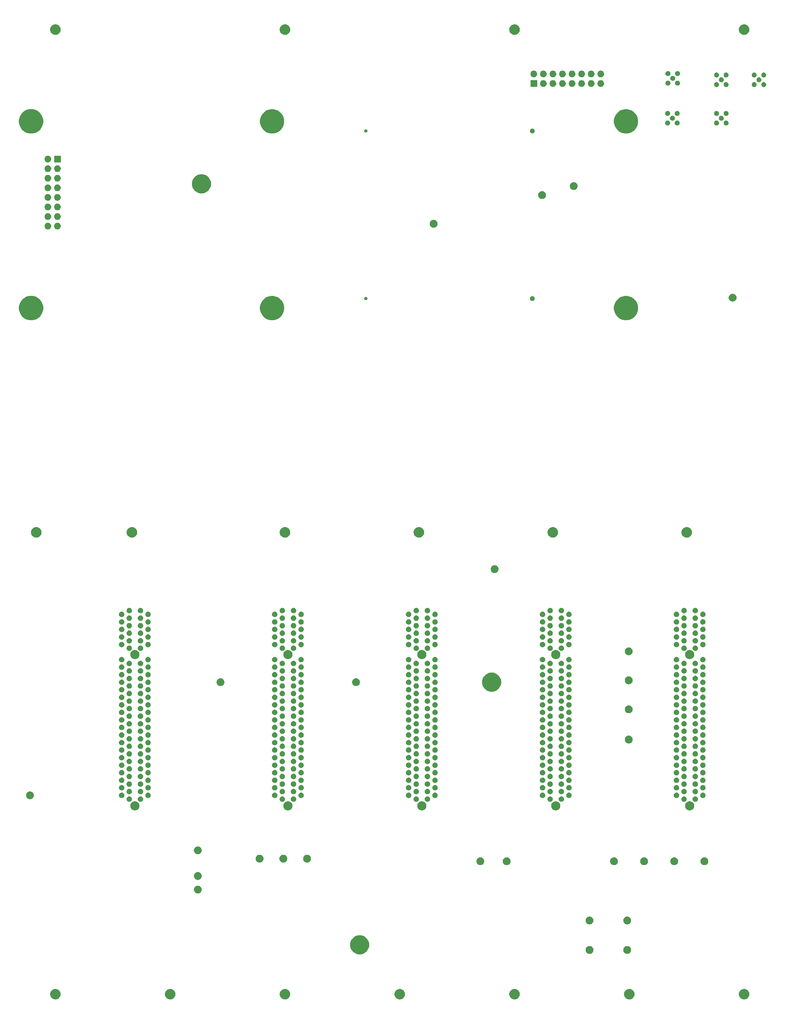
<source format=gbr>
G04 #@! TF.GenerationSoftware,KiCad,Pcbnew,(5.1.5)-3*
G04 #@! TF.CreationDate,2020-07-24T15:48:24-04:00*
G04 #@! TF.ProjectId,main_board,6d61696e-5f62-46f6-9172-642e6b696361,rev?*
G04 #@! TF.SameCoordinates,Original*
G04 #@! TF.FileFunction,Soldermask,Bot*
G04 #@! TF.FilePolarity,Negative*
%FSLAX46Y46*%
G04 Gerber Fmt 4.6, Leading zero omitted, Abs format (unit mm)*
G04 Created by KiCad (PCBNEW (5.1.5)-3) date 2020-07-24 15:48:24*
%MOMM*%
%LPD*%
G04 APERTURE LIST*
%ADD10C,0.100000*%
G04 APERTURE END LIST*
D10*
G36*
X43584894Y-285420244D02*
G01*
X43837512Y-285524881D01*
X44064864Y-285676793D01*
X44258207Y-285870136D01*
X44410119Y-286097488D01*
X44514756Y-286350106D01*
X44568100Y-286618284D01*
X44568100Y-286891716D01*
X44514756Y-287159894D01*
X44410119Y-287412512D01*
X44258207Y-287639864D01*
X44064864Y-287833207D01*
X43837512Y-287985119D01*
X43584894Y-288089756D01*
X43316716Y-288143100D01*
X43043284Y-288143100D01*
X42775106Y-288089756D01*
X42522488Y-287985119D01*
X42295136Y-287833207D01*
X42101793Y-287639864D01*
X41949881Y-287412512D01*
X41845244Y-287159894D01*
X41791900Y-286891716D01*
X41791900Y-286618284D01*
X41845244Y-286350106D01*
X41949881Y-286097488D01*
X42101793Y-285870136D01*
X42295136Y-285676793D01*
X42522488Y-285524881D01*
X42775106Y-285420244D01*
X43043284Y-285366900D01*
X43316716Y-285366900D01*
X43584894Y-285420244D01*
G37*
G36*
X195984894Y-285420244D02*
G01*
X196237512Y-285524881D01*
X196464864Y-285676793D01*
X196658207Y-285870136D01*
X196810119Y-286097488D01*
X196914756Y-286350106D01*
X196968100Y-286618284D01*
X196968100Y-286891716D01*
X196914756Y-287159894D01*
X196810119Y-287412512D01*
X196658207Y-287639864D01*
X196464864Y-287833207D01*
X196237512Y-287985119D01*
X195984894Y-288089756D01*
X195716716Y-288143100D01*
X195443284Y-288143100D01*
X195175106Y-288089756D01*
X194922488Y-287985119D01*
X194695136Y-287833207D01*
X194501793Y-287639864D01*
X194349881Y-287412512D01*
X194245244Y-287159894D01*
X194191900Y-286891716D01*
X194191900Y-286618284D01*
X194245244Y-286350106D01*
X194349881Y-286097488D01*
X194501793Y-285870136D01*
X194695136Y-285676793D01*
X194922488Y-285524881D01*
X195175106Y-285420244D01*
X195443284Y-285366900D01*
X195716716Y-285366900D01*
X195984894Y-285420244D01*
G37*
G36*
X226464894Y-285420244D02*
G01*
X226717512Y-285524881D01*
X226944864Y-285676793D01*
X227138207Y-285870136D01*
X227290119Y-286097488D01*
X227394756Y-286350106D01*
X227448100Y-286618284D01*
X227448100Y-286891716D01*
X227394756Y-287159894D01*
X227290119Y-287412512D01*
X227138207Y-287639864D01*
X226944864Y-287833207D01*
X226717512Y-287985119D01*
X226464894Y-288089756D01*
X226196716Y-288143100D01*
X225923284Y-288143100D01*
X225655106Y-288089756D01*
X225402488Y-287985119D01*
X225175136Y-287833207D01*
X224981793Y-287639864D01*
X224829881Y-287412512D01*
X224725244Y-287159894D01*
X224671900Y-286891716D01*
X224671900Y-286618284D01*
X224725244Y-286350106D01*
X224829881Y-286097488D01*
X224981793Y-285870136D01*
X225175136Y-285676793D01*
X225402488Y-285524881D01*
X225655106Y-285420244D01*
X225923284Y-285366900D01*
X226196716Y-285366900D01*
X226464894Y-285420244D01*
G37*
G36*
X165504894Y-285420244D02*
G01*
X165757512Y-285524881D01*
X165984864Y-285676793D01*
X166178207Y-285870136D01*
X166330119Y-286097488D01*
X166434756Y-286350106D01*
X166488100Y-286618284D01*
X166488100Y-286891716D01*
X166434756Y-287159894D01*
X166330119Y-287412512D01*
X166178207Y-287639864D01*
X165984864Y-287833207D01*
X165757512Y-287985119D01*
X165504894Y-288089756D01*
X165236716Y-288143100D01*
X164963284Y-288143100D01*
X164695106Y-288089756D01*
X164442488Y-287985119D01*
X164215136Y-287833207D01*
X164021793Y-287639864D01*
X163869881Y-287412512D01*
X163765244Y-287159894D01*
X163711900Y-286891716D01*
X163711900Y-286618284D01*
X163765244Y-286350106D01*
X163869881Y-286097488D01*
X164021793Y-285870136D01*
X164215136Y-285676793D01*
X164442488Y-285524881D01*
X164695106Y-285420244D01*
X164963284Y-285366900D01*
X165236716Y-285366900D01*
X165504894Y-285420244D01*
G37*
G36*
X104544894Y-285420244D02*
G01*
X104797512Y-285524881D01*
X105024864Y-285676793D01*
X105218207Y-285870136D01*
X105370119Y-286097488D01*
X105474756Y-286350106D01*
X105528100Y-286618284D01*
X105528100Y-286891716D01*
X105474756Y-287159894D01*
X105370119Y-287412512D01*
X105218207Y-287639864D01*
X105024864Y-287833207D01*
X104797512Y-287985119D01*
X104544894Y-288089756D01*
X104276716Y-288143100D01*
X104003284Y-288143100D01*
X103735106Y-288089756D01*
X103482488Y-287985119D01*
X103255136Y-287833207D01*
X103061793Y-287639864D01*
X102909881Y-287412512D01*
X102805244Y-287159894D01*
X102751900Y-286891716D01*
X102751900Y-286618284D01*
X102805244Y-286350106D01*
X102909881Y-286097488D01*
X103061793Y-285870136D01*
X103255136Y-285676793D01*
X103482488Y-285524881D01*
X103735106Y-285420244D01*
X104003284Y-285366900D01*
X104276716Y-285366900D01*
X104544894Y-285420244D01*
G37*
G36*
X135024894Y-285420244D02*
G01*
X135277512Y-285524881D01*
X135504864Y-285676793D01*
X135698207Y-285870136D01*
X135850119Y-286097488D01*
X135954756Y-286350106D01*
X136008100Y-286618284D01*
X136008100Y-286891716D01*
X135954756Y-287159894D01*
X135850119Y-287412512D01*
X135698207Y-287639864D01*
X135504864Y-287833207D01*
X135277512Y-287985119D01*
X135024894Y-288089756D01*
X134756716Y-288143100D01*
X134483284Y-288143100D01*
X134215106Y-288089756D01*
X133962488Y-287985119D01*
X133735136Y-287833207D01*
X133541793Y-287639864D01*
X133389881Y-287412512D01*
X133285244Y-287159894D01*
X133231900Y-286891716D01*
X133231900Y-286618284D01*
X133285244Y-286350106D01*
X133389881Y-286097488D01*
X133541793Y-285870136D01*
X133735136Y-285676793D01*
X133962488Y-285524881D01*
X134215106Y-285420244D01*
X134483284Y-285366900D01*
X134756716Y-285366900D01*
X135024894Y-285420244D01*
G37*
G36*
X74064894Y-285420244D02*
G01*
X74317512Y-285524881D01*
X74544864Y-285676793D01*
X74738207Y-285870136D01*
X74890119Y-286097488D01*
X74994756Y-286350106D01*
X75048100Y-286618284D01*
X75048100Y-286891716D01*
X74994756Y-287159894D01*
X74890119Y-287412512D01*
X74738207Y-287639864D01*
X74544864Y-287833207D01*
X74317512Y-287985119D01*
X74064894Y-288089756D01*
X73796716Y-288143100D01*
X73523284Y-288143100D01*
X73255106Y-288089756D01*
X73002488Y-287985119D01*
X72775136Y-287833207D01*
X72581793Y-287639864D01*
X72429881Y-287412512D01*
X72325244Y-287159894D01*
X72271900Y-286891716D01*
X72271900Y-286618284D01*
X72325244Y-286350106D01*
X72429881Y-286097488D01*
X72581793Y-285870136D01*
X72775136Y-285676793D01*
X73002488Y-285524881D01*
X73255106Y-285420244D01*
X73523284Y-285366900D01*
X73796716Y-285366900D01*
X74064894Y-285420244D01*
G37*
G36*
X124690337Y-271209438D02*
G01*
X125152242Y-271400764D01*
X125567946Y-271678530D01*
X125921470Y-272032054D01*
X126199236Y-272447758D01*
X126390562Y-272909663D01*
X126488100Y-273400019D01*
X126488100Y-273899981D01*
X126390562Y-274390337D01*
X126199236Y-274852242D01*
X125921470Y-275267946D01*
X125567946Y-275621470D01*
X125152242Y-275899236D01*
X124690337Y-276090562D01*
X124199981Y-276188100D01*
X123700019Y-276188100D01*
X123209663Y-276090562D01*
X122747758Y-275899236D01*
X122332054Y-275621470D01*
X121978530Y-275267946D01*
X121700764Y-274852242D01*
X121509438Y-274390337D01*
X121411900Y-273899981D01*
X121411900Y-273400019D01*
X121509438Y-272909663D01*
X121700764Y-272447758D01*
X121978530Y-272032054D01*
X122332054Y-271678530D01*
X122747758Y-271400764D01*
X123209663Y-271209438D01*
X123700019Y-271111900D01*
X124199981Y-271111900D01*
X124690337Y-271209438D01*
G37*
G36*
X185302803Y-274001794D02*
G01*
X185491725Y-274080047D01*
X185661752Y-274193656D01*
X185806344Y-274338248D01*
X185919953Y-274508275D01*
X185998206Y-274697197D01*
X186038100Y-274897756D01*
X186038100Y-275102244D01*
X185998206Y-275302803D01*
X185919953Y-275491725D01*
X185806344Y-275661752D01*
X185661752Y-275806344D01*
X185491725Y-275919953D01*
X185302803Y-275998206D01*
X185102244Y-276038100D01*
X184897756Y-276038100D01*
X184697197Y-275998206D01*
X184508275Y-275919953D01*
X184338248Y-275806344D01*
X184193656Y-275661752D01*
X184080047Y-275491725D01*
X184001794Y-275302803D01*
X183961900Y-275102244D01*
X183961900Y-274897756D01*
X184001794Y-274697197D01*
X184080047Y-274508275D01*
X184193656Y-274338248D01*
X184338248Y-274193656D01*
X184508275Y-274080047D01*
X184697197Y-274001794D01*
X184897756Y-273961900D01*
X185102244Y-273961900D01*
X185302803Y-274001794D01*
G37*
G36*
X195302803Y-274001794D02*
G01*
X195491725Y-274080047D01*
X195661752Y-274193656D01*
X195806344Y-274338248D01*
X195919953Y-274508275D01*
X195998206Y-274697197D01*
X196038100Y-274897756D01*
X196038100Y-275102244D01*
X195998206Y-275302803D01*
X195919953Y-275491725D01*
X195806344Y-275661752D01*
X195661752Y-275806344D01*
X195491725Y-275919953D01*
X195302803Y-275998206D01*
X195102244Y-276038100D01*
X194897756Y-276038100D01*
X194697197Y-275998206D01*
X194508275Y-275919953D01*
X194338248Y-275806344D01*
X194193656Y-275661752D01*
X194080047Y-275491725D01*
X194001794Y-275302803D01*
X193961900Y-275102244D01*
X193961900Y-274897756D01*
X194001794Y-274697197D01*
X194080047Y-274508275D01*
X194193656Y-274338248D01*
X194338248Y-274193656D01*
X194508275Y-274080047D01*
X194697197Y-274001794D01*
X194897756Y-273961900D01*
X195102244Y-273961900D01*
X195302803Y-274001794D01*
G37*
G36*
X195302803Y-266201794D02*
G01*
X195491725Y-266280047D01*
X195661752Y-266393656D01*
X195806344Y-266538248D01*
X195919953Y-266708275D01*
X195998206Y-266897197D01*
X196038100Y-267097756D01*
X196038100Y-267302244D01*
X195998206Y-267502803D01*
X195919953Y-267691725D01*
X195806344Y-267861752D01*
X195661752Y-268006344D01*
X195491725Y-268119953D01*
X195302803Y-268198206D01*
X195102244Y-268238100D01*
X194897756Y-268238100D01*
X194697197Y-268198206D01*
X194508275Y-268119953D01*
X194338248Y-268006344D01*
X194193656Y-267861752D01*
X194080047Y-267691725D01*
X194001794Y-267502803D01*
X193961900Y-267302244D01*
X193961900Y-267097756D01*
X194001794Y-266897197D01*
X194080047Y-266708275D01*
X194193656Y-266538248D01*
X194338248Y-266393656D01*
X194508275Y-266280047D01*
X194697197Y-266201794D01*
X194897756Y-266161900D01*
X195102244Y-266161900D01*
X195302803Y-266201794D01*
G37*
G36*
X185302803Y-266201794D02*
G01*
X185491725Y-266280047D01*
X185661752Y-266393656D01*
X185806344Y-266538248D01*
X185919953Y-266708275D01*
X185998206Y-266897197D01*
X186038100Y-267097756D01*
X186038100Y-267302244D01*
X185998206Y-267502803D01*
X185919953Y-267691725D01*
X185806344Y-267861752D01*
X185661752Y-268006344D01*
X185491725Y-268119953D01*
X185302803Y-268198206D01*
X185102244Y-268238100D01*
X184897756Y-268238100D01*
X184697197Y-268198206D01*
X184508275Y-268119953D01*
X184338248Y-268006344D01*
X184193656Y-267861752D01*
X184080047Y-267691725D01*
X184001794Y-267502803D01*
X183961900Y-267302244D01*
X183961900Y-267097756D01*
X184001794Y-266897197D01*
X184080047Y-266708275D01*
X184193656Y-266538248D01*
X184338248Y-266393656D01*
X184508275Y-266280047D01*
X184697197Y-266201794D01*
X184897756Y-266161900D01*
X185102244Y-266161900D01*
X185302803Y-266201794D01*
G37*
G36*
X81302803Y-258001794D02*
G01*
X81491725Y-258080047D01*
X81661752Y-258193656D01*
X81806344Y-258338248D01*
X81919953Y-258508275D01*
X81998206Y-258697197D01*
X82038100Y-258897756D01*
X82038100Y-259102244D01*
X81998206Y-259302803D01*
X81919953Y-259491725D01*
X81806344Y-259661752D01*
X81661752Y-259806344D01*
X81491725Y-259919953D01*
X81302803Y-259998206D01*
X81102244Y-260038100D01*
X80897756Y-260038100D01*
X80697197Y-259998206D01*
X80508275Y-259919953D01*
X80338248Y-259806344D01*
X80193656Y-259661752D01*
X80080047Y-259491725D01*
X80001794Y-259302803D01*
X79961900Y-259102244D01*
X79961900Y-258897756D01*
X80001794Y-258697197D01*
X80080047Y-258508275D01*
X80193656Y-258338248D01*
X80338248Y-258193656D01*
X80508275Y-258080047D01*
X80697197Y-258001794D01*
X80897756Y-257961900D01*
X81102244Y-257961900D01*
X81302803Y-258001794D01*
G37*
G36*
X81302803Y-254401794D02*
G01*
X81491725Y-254480047D01*
X81661752Y-254593656D01*
X81806344Y-254738248D01*
X81919953Y-254908275D01*
X81998206Y-255097197D01*
X82038100Y-255297756D01*
X82038100Y-255502244D01*
X81998206Y-255702803D01*
X81919953Y-255891725D01*
X81806344Y-256061752D01*
X81661752Y-256206344D01*
X81491725Y-256319953D01*
X81302803Y-256398206D01*
X81102244Y-256438100D01*
X80897756Y-256438100D01*
X80697197Y-256398206D01*
X80508275Y-256319953D01*
X80338248Y-256206344D01*
X80193656Y-256061752D01*
X80080047Y-255891725D01*
X80001794Y-255702803D01*
X79961900Y-255502244D01*
X79961900Y-255297756D01*
X80001794Y-255097197D01*
X80080047Y-254908275D01*
X80193656Y-254738248D01*
X80338248Y-254593656D01*
X80508275Y-254480047D01*
X80697197Y-254401794D01*
X80897756Y-254361900D01*
X81102244Y-254361900D01*
X81302803Y-254401794D01*
G37*
G36*
X199802803Y-250501794D02*
G01*
X199991725Y-250580047D01*
X200161752Y-250693656D01*
X200306344Y-250838248D01*
X200419953Y-251008275D01*
X200498206Y-251197197D01*
X200538100Y-251397756D01*
X200538100Y-251602244D01*
X200498206Y-251802803D01*
X200419953Y-251991725D01*
X200306344Y-252161752D01*
X200161752Y-252306344D01*
X199991725Y-252419953D01*
X199802803Y-252498206D01*
X199602244Y-252538100D01*
X199397756Y-252538100D01*
X199197197Y-252498206D01*
X199008275Y-252419953D01*
X198838248Y-252306344D01*
X198693656Y-252161752D01*
X198580047Y-251991725D01*
X198501794Y-251802803D01*
X198461900Y-251602244D01*
X198461900Y-251397756D01*
X198501794Y-251197197D01*
X198580047Y-251008275D01*
X198693656Y-250838248D01*
X198838248Y-250693656D01*
X199008275Y-250580047D01*
X199197197Y-250501794D01*
X199397756Y-250461900D01*
X199602244Y-250461900D01*
X199802803Y-250501794D01*
G37*
G36*
X163302803Y-250501794D02*
G01*
X163491725Y-250580047D01*
X163661752Y-250693656D01*
X163806344Y-250838248D01*
X163919953Y-251008275D01*
X163998206Y-251197197D01*
X164038100Y-251397756D01*
X164038100Y-251602244D01*
X163998206Y-251802803D01*
X163919953Y-251991725D01*
X163806344Y-252161752D01*
X163661752Y-252306344D01*
X163491725Y-252419953D01*
X163302803Y-252498206D01*
X163102244Y-252538100D01*
X162897756Y-252538100D01*
X162697197Y-252498206D01*
X162508275Y-252419953D01*
X162338248Y-252306344D01*
X162193656Y-252161752D01*
X162080047Y-251991725D01*
X162001794Y-251802803D01*
X161961900Y-251602244D01*
X161961900Y-251397756D01*
X162001794Y-251197197D01*
X162080047Y-251008275D01*
X162193656Y-250838248D01*
X162338248Y-250693656D01*
X162508275Y-250580047D01*
X162697197Y-250501794D01*
X162897756Y-250461900D01*
X163102244Y-250461900D01*
X163302803Y-250501794D01*
G37*
G36*
X215802803Y-250501794D02*
G01*
X215991725Y-250580047D01*
X216161752Y-250693656D01*
X216306344Y-250838248D01*
X216419953Y-251008275D01*
X216498206Y-251197197D01*
X216538100Y-251397756D01*
X216538100Y-251602244D01*
X216498206Y-251802803D01*
X216419953Y-251991725D01*
X216306344Y-252161752D01*
X216161752Y-252306344D01*
X215991725Y-252419953D01*
X215802803Y-252498206D01*
X215602244Y-252538100D01*
X215397756Y-252538100D01*
X215197197Y-252498206D01*
X215008275Y-252419953D01*
X214838248Y-252306344D01*
X214693656Y-252161752D01*
X214580047Y-251991725D01*
X214501794Y-251802803D01*
X214461900Y-251602244D01*
X214461900Y-251397756D01*
X214501794Y-251197197D01*
X214580047Y-251008275D01*
X214693656Y-250838248D01*
X214838248Y-250693656D01*
X215008275Y-250580047D01*
X215197197Y-250501794D01*
X215397756Y-250461900D01*
X215602244Y-250461900D01*
X215802803Y-250501794D01*
G37*
G36*
X207802803Y-250501794D02*
G01*
X207991725Y-250580047D01*
X208161752Y-250693656D01*
X208306344Y-250838248D01*
X208419953Y-251008275D01*
X208498206Y-251197197D01*
X208538100Y-251397756D01*
X208538100Y-251602244D01*
X208498206Y-251802803D01*
X208419953Y-251991725D01*
X208306344Y-252161752D01*
X208161752Y-252306344D01*
X207991725Y-252419953D01*
X207802803Y-252498206D01*
X207602244Y-252538100D01*
X207397756Y-252538100D01*
X207197197Y-252498206D01*
X207008275Y-252419953D01*
X206838248Y-252306344D01*
X206693656Y-252161752D01*
X206580047Y-251991725D01*
X206501794Y-251802803D01*
X206461900Y-251602244D01*
X206461900Y-251397756D01*
X206501794Y-251197197D01*
X206580047Y-251008275D01*
X206693656Y-250838248D01*
X206838248Y-250693656D01*
X207008275Y-250580047D01*
X207197197Y-250501794D01*
X207397756Y-250461900D01*
X207602244Y-250461900D01*
X207802803Y-250501794D01*
G37*
G36*
X156302803Y-250501794D02*
G01*
X156491725Y-250580047D01*
X156661752Y-250693656D01*
X156806344Y-250838248D01*
X156919953Y-251008275D01*
X156998206Y-251197197D01*
X157038100Y-251397756D01*
X157038100Y-251602244D01*
X156998206Y-251802803D01*
X156919953Y-251991725D01*
X156806344Y-252161752D01*
X156661752Y-252306344D01*
X156491725Y-252419953D01*
X156302803Y-252498206D01*
X156102244Y-252538100D01*
X155897756Y-252538100D01*
X155697197Y-252498206D01*
X155508275Y-252419953D01*
X155338248Y-252306344D01*
X155193656Y-252161752D01*
X155080047Y-251991725D01*
X155001794Y-251802803D01*
X154961900Y-251602244D01*
X154961900Y-251397756D01*
X155001794Y-251197197D01*
X155080047Y-251008275D01*
X155193656Y-250838248D01*
X155338248Y-250693656D01*
X155508275Y-250580047D01*
X155697197Y-250501794D01*
X155897756Y-250461900D01*
X156102244Y-250461900D01*
X156302803Y-250501794D01*
G37*
G36*
X191802803Y-250501794D02*
G01*
X191991725Y-250580047D01*
X192161752Y-250693656D01*
X192306344Y-250838248D01*
X192419953Y-251008275D01*
X192498206Y-251197197D01*
X192538100Y-251397756D01*
X192538100Y-251602244D01*
X192498206Y-251802803D01*
X192419953Y-251991725D01*
X192306344Y-252161752D01*
X192161752Y-252306344D01*
X191991725Y-252419953D01*
X191802803Y-252498206D01*
X191602244Y-252538100D01*
X191397756Y-252538100D01*
X191197197Y-252498206D01*
X191008275Y-252419953D01*
X190838248Y-252306344D01*
X190693656Y-252161752D01*
X190580047Y-251991725D01*
X190501794Y-251802803D01*
X190461900Y-251602244D01*
X190461900Y-251397756D01*
X190501794Y-251197197D01*
X190580047Y-251008275D01*
X190693656Y-250838248D01*
X190838248Y-250693656D01*
X191008275Y-250580047D01*
X191197197Y-250501794D01*
X191397756Y-250461900D01*
X191602244Y-250461900D01*
X191802803Y-250501794D01*
G37*
G36*
X110302803Y-249801794D02*
G01*
X110491725Y-249880047D01*
X110661752Y-249993656D01*
X110806344Y-250138248D01*
X110919953Y-250308275D01*
X110998206Y-250497197D01*
X111038100Y-250697756D01*
X111038100Y-250902244D01*
X110998206Y-251102803D01*
X110919953Y-251291725D01*
X110806344Y-251461752D01*
X110661752Y-251606344D01*
X110491725Y-251719953D01*
X110302803Y-251798206D01*
X110102244Y-251838100D01*
X109897756Y-251838100D01*
X109697197Y-251798206D01*
X109508275Y-251719953D01*
X109338248Y-251606344D01*
X109193656Y-251461752D01*
X109080047Y-251291725D01*
X109001794Y-251102803D01*
X108961900Y-250902244D01*
X108961900Y-250697756D01*
X109001794Y-250497197D01*
X109080047Y-250308275D01*
X109193656Y-250138248D01*
X109338248Y-249993656D01*
X109508275Y-249880047D01*
X109697197Y-249801794D01*
X109897756Y-249761900D01*
X110102244Y-249761900D01*
X110302803Y-249801794D01*
G37*
G36*
X104002803Y-249801794D02*
G01*
X104191725Y-249880047D01*
X104361752Y-249993656D01*
X104506344Y-250138248D01*
X104619953Y-250308275D01*
X104698206Y-250497197D01*
X104738100Y-250697756D01*
X104738100Y-250902244D01*
X104698206Y-251102803D01*
X104619953Y-251291725D01*
X104506344Y-251461752D01*
X104361752Y-251606344D01*
X104191725Y-251719953D01*
X104002803Y-251798206D01*
X103802244Y-251838100D01*
X103597756Y-251838100D01*
X103397197Y-251798206D01*
X103208275Y-251719953D01*
X103038248Y-251606344D01*
X102893656Y-251461752D01*
X102780047Y-251291725D01*
X102701794Y-251102803D01*
X102661900Y-250902244D01*
X102661900Y-250697756D01*
X102701794Y-250497197D01*
X102780047Y-250308275D01*
X102893656Y-250138248D01*
X103038248Y-249993656D01*
X103208275Y-249880047D01*
X103397197Y-249801794D01*
X103597756Y-249761900D01*
X103802244Y-249761900D01*
X104002803Y-249801794D01*
G37*
G36*
X97702803Y-249801794D02*
G01*
X97891725Y-249880047D01*
X98061752Y-249993656D01*
X98206344Y-250138248D01*
X98319953Y-250308275D01*
X98398206Y-250497197D01*
X98438100Y-250697756D01*
X98438100Y-250902244D01*
X98398206Y-251102803D01*
X98319953Y-251291725D01*
X98206344Y-251461752D01*
X98061752Y-251606344D01*
X97891725Y-251719953D01*
X97702803Y-251798206D01*
X97502244Y-251838100D01*
X97297756Y-251838100D01*
X97097197Y-251798206D01*
X96908275Y-251719953D01*
X96738248Y-251606344D01*
X96593656Y-251461752D01*
X96480047Y-251291725D01*
X96401794Y-251102803D01*
X96361900Y-250902244D01*
X96361900Y-250697756D01*
X96401794Y-250497197D01*
X96480047Y-250308275D01*
X96593656Y-250138248D01*
X96738248Y-249993656D01*
X96908275Y-249880047D01*
X97097197Y-249801794D01*
X97297756Y-249761900D01*
X97502244Y-249761900D01*
X97702803Y-249801794D01*
G37*
G36*
X81302803Y-247601794D02*
G01*
X81491725Y-247680047D01*
X81661752Y-247793656D01*
X81806344Y-247938248D01*
X81919953Y-248108275D01*
X81998206Y-248297197D01*
X82038100Y-248497756D01*
X82038100Y-248702244D01*
X81998206Y-248902803D01*
X81919953Y-249091725D01*
X81806344Y-249261752D01*
X81661752Y-249406344D01*
X81491725Y-249519953D01*
X81302803Y-249598206D01*
X81102244Y-249638100D01*
X80897756Y-249638100D01*
X80697197Y-249598206D01*
X80508275Y-249519953D01*
X80338248Y-249406344D01*
X80193656Y-249261752D01*
X80080047Y-249091725D01*
X80001794Y-248902803D01*
X79961900Y-248702244D01*
X79961900Y-248497756D01*
X80001794Y-248297197D01*
X80080047Y-248108275D01*
X80193656Y-247938248D01*
X80338248Y-247793656D01*
X80508275Y-247680047D01*
X80697197Y-247601794D01*
X80897756Y-247561900D01*
X81102244Y-247561900D01*
X81302803Y-247601794D01*
G37*
G36*
X140815848Y-235633518D02*
G01*
X141036618Y-235724964D01*
X141235306Y-235857723D01*
X141404277Y-236026694D01*
X141537036Y-236225382D01*
X141628482Y-236446152D01*
X141675100Y-236680520D01*
X141675100Y-236919480D01*
X141628482Y-237153848D01*
X141537036Y-237374618D01*
X141404277Y-237573306D01*
X141235306Y-237742277D01*
X141036618Y-237875036D01*
X140815848Y-237966482D01*
X140581480Y-238013100D01*
X140342520Y-238013100D01*
X140108152Y-237966482D01*
X139887382Y-237875036D01*
X139688694Y-237742277D01*
X139519723Y-237573306D01*
X139386964Y-237374618D01*
X139295518Y-237153848D01*
X139248900Y-236919480D01*
X139248900Y-236680520D01*
X139295518Y-236446152D01*
X139386964Y-236225382D01*
X139519723Y-236026694D01*
X139688694Y-235857723D01*
X139887382Y-235724964D01*
X140108152Y-235633518D01*
X140342520Y-235586900D01*
X140581480Y-235586900D01*
X140815848Y-235633518D01*
G37*
G36*
X64615848Y-235633518D02*
G01*
X64836618Y-235724964D01*
X65035306Y-235857723D01*
X65204277Y-236026694D01*
X65337036Y-236225382D01*
X65428482Y-236446152D01*
X65475100Y-236680520D01*
X65475100Y-236919480D01*
X65428482Y-237153848D01*
X65337036Y-237374618D01*
X65204277Y-237573306D01*
X65035306Y-237742277D01*
X64836618Y-237875036D01*
X64615848Y-237966482D01*
X64381480Y-238013100D01*
X64142520Y-238013100D01*
X63908152Y-237966482D01*
X63687382Y-237875036D01*
X63488694Y-237742277D01*
X63319723Y-237573306D01*
X63186964Y-237374618D01*
X63095518Y-237153848D01*
X63048900Y-236919480D01*
X63048900Y-236680520D01*
X63095518Y-236446152D01*
X63186964Y-236225382D01*
X63319723Y-236026694D01*
X63488694Y-235857723D01*
X63687382Y-235724964D01*
X63908152Y-235633518D01*
X64142520Y-235586900D01*
X64381480Y-235586900D01*
X64615848Y-235633518D01*
G37*
G36*
X105255848Y-235633518D02*
G01*
X105476618Y-235724964D01*
X105675306Y-235857723D01*
X105844277Y-236026694D01*
X105977036Y-236225382D01*
X106068482Y-236446152D01*
X106115100Y-236680520D01*
X106115100Y-236919480D01*
X106068482Y-237153848D01*
X105977036Y-237374618D01*
X105844277Y-237573306D01*
X105675306Y-237742277D01*
X105476618Y-237875036D01*
X105255848Y-237966482D01*
X105021480Y-238013100D01*
X104782520Y-238013100D01*
X104548152Y-237966482D01*
X104327382Y-237875036D01*
X104128694Y-237742277D01*
X103959723Y-237573306D01*
X103826964Y-237374618D01*
X103735518Y-237153848D01*
X103688900Y-236919480D01*
X103688900Y-236680520D01*
X103735518Y-236446152D01*
X103826964Y-236225382D01*
X103959723Y-236026694D01*
X104128694Y-235857723D01*
X104327382Y-235724964D01*
X104548152Y-235633518D01*
X104782520Y-235586900D01*
X105021480Y-235586900D01*
X105255848Y-235633518D01*
G37*
G36*
X211935848Y-235633518D02*
G01*
X212156618Y-235724964D01*
X212355306Y-235857723D01*
X212524277Y-236026694D01*
X212657036Y-236225382D01*
X212748482Y-236446152D01*
X212795100Y-236680520D01*
X212795100Y-236919480D01*
X212748482Y-237153848D01*
X212657036Y-237374618D01*
X212524277Y-237573306D01*
X212355306Y-237742277D01*
X212156618Y-237875036D01*
X211935848Y-237966482D01*
X211701480Y-238013100D01*
X211462520Y-238013100D01*
X211228152Y-237966482D01*
X211007382Y-237875036D01*
X210808694Y-237742277D01*
X210639723Y-237573306D01*
X210506964Y-237374618D01*
X210415518Y-237153848D01*
X210368900Y-236919480D01*
X210368900Y-236680520D01*
X210415518Y-236446152D01*
X210506964Y-236225382D01*
X210639723Y-236026694D01*
X210808694Y-235857723D01*
X211007382Y-235724964D01*
X211228152Y-235633518D01*
X211462520Y-235586900D01*
X211701480Y-235586900D01*
X211935848Y-235633518D01*
G37*
G36*
X176375848Y-235633518D02*
G01*
X176596618Y-235724964D01*
X176795306Y-235857723D01*
X176964277Y-236026694D01*
X177097036Y-236225382D01*
X177188482Y-236446152D01*
X177235100Y-236680520D01*
X177235100Y-236919480D01*
X177188482Y-237153848D01*
X177097036Y-237374618D01*
X176964277Y-237573306D01*
X176795306Y-237742277D01*
X176596618Y-237875036D01*
X176375848Y-237966482D01*
X176141480Y-238013100D01*
X175902520Y-238013100D01*
X175668152Y-237966482D01*
X175447382Y-237875036D01*
X175248694Y-237742277D01*
X175079723Y-237573306D01*
X174946964Y-237374618D01*
X174855518Y-237153848D01*
X174808900Y-236919480D01*
X174808900Y-236680520D01*
X174855518Y-236446152D01*
X174946964Y-236225382D01*
X175079723Y-236026694D01*
X175248694Y-235857723D01*
X175447382Y-235724964D01*
X175668152Y-235633518D01*
X175902520Y-235586900D01*
X176141480Y-235586900D01*
X176375848Y-235633518D01*
G37*
G36*
X177731754Y-234308535D02*
G01*
X177862621Y-234362742D01*
X177980401Y-234441440D01*
X178080560Y-234541599D01*
X178159258Y-234659379D01*
X178213465Y-234790246D01*
X178241100Y-234929175D01*
X178241100Y-235070825D01*
X178213465Y-235209754D01*
X178159258Y-235340621D01*
X178080560Y-235458401D01*
X177980401Y-235558560D01*
X177862621Y-235637258D01*
X177731754Y-235691465D01*
X177592825Y-235719100D01*
X177451175Y-235719100D01*
X177312246Y-235691465D01*
X177181379Y-235637258D01*
X177063599Y-235558560D01*
X176963440Y-235458401D01*
X176884742Y-235340621D01*
X176830535Y-235209754D01*
X176802900Y-235070825D01*
X176802900Y-234929175D01*
X176830535Y-234790246D01*
X176884742Y-234659379D01*
X176963440Y-234541599D01*
X177063599Y-234441440D01*
X177181379Y-234362742D01*
X177312246Y-234308535D01*
X177451175Y-234280900D01*
X177592825Y-234280900D01*
X177731754Y-234308535D01*
G37*
G36*
X213291754Y-234308535D02*
G01*
X213422621Y-234362742D01*
X213540401Y-234441440D01*
X213640560Y-234541599D01*
X213719258Y-234659379D01*
X213773465Y-234790246D01*
X213801100Y-234929175D01*
X213801100Y-235070825D01*
X213773465Y-235209754D01*
X213719258Y-235340621D01*
X213640560Y-235458401D01*
X213540401Y-235558560D01*
X213422621Y-235637258D01*
X213291754Y-235691465D01*
X213152825Y-235719100D01*
X213011175Y-235719100D01*
X212872246Y-235691465D01*
X212741379Y-235637258D01*
X212623599Y-235558560D01*
X212523440Y-235458401D01*
X212444742Y-235340621D01*
X212390535Y-235209754D01*
X212362900Y-235070825D01*
X212362900Y-234929175D01*
X212390535Y-234790246D01*
X212444742Y-234659379D01*
X212523440Y-234541599D01*
X212623599Y-234441440D01*
X212741379Y-234362742D01*
X212872246Y-234308535D01*
X213011175Y-234280900D01*
X213152825Y-234280900D01*
X213291754Y-234308535D01*
G37*
G36*
X62971754Y-234308535D02*
G01*
X63102621Y-234362742D01*
X63220401Y-234441440D01*
X63320560Y-234541599D01*
X63399258Y-234659379D01*
X63453465Y-234790246D01*
X63481100Y-234929175D01*
X63481100Y-235070825D01*
X63453465Y-235209754D01*
X63399258Y-235340621D01*
X63320560Y-235458401D01*
X63220401Y-235558560D01*
X63177987Y-235586900D01*
X63102621Y-235637258D01*
X62971754Y-235691465D01*
X62832825Y-235719100D01*
X62691175Y-235719100D01*
X62552246Y-235691465D01*
X62421379Y-235637258D01*
X62346013Y-235586900D01*
X62303599Y-235558560D01*
X62203440Y-235458401D01*
X62124742Y-235340621D01*
X62070535Y-235209754D01*
X62042900Y-235070825D01*
X62042900Y-234929175D01*
X62070535Y-234790246D01*
X62124742Y-234659379D01*
X62203440Y-234541599D01*
X62303599Y-234441440D01*
X62421379Y-234362742D01*
X62552246Y-234308535D01*
X62691175Y-234280900D01*
X62832825Y-234280900D01*
X62971754Y-234308535D01*
G37*
G36*
X65971754Y-234308535D02*
G01*
X66102621Y-234362742D01*
X66220401Y-234441440D01*
X66320560Y-234541599D01*
X66399258Y-234659379D01*
X66453465Y-234790246D01*
X66481100Y-234929175D01*
X66481100Y-235070825D01*
X66453465Y-235209754D01*
X66399258Y-235340621D01*
X66320560Y-235458401D01*
X66220401Y-235558560D01*
X66177987Y-235586900D01*
X66102621Y-235637258D01*
X65971754Y-235691465D01*
X65832825Y-235719100D01*
X65691175Y-235719100D01*
X65552246Y-235691465D01*
X65421379Y-235637258D01*
X65346013Y-235586900D01*
X65303599Y-235558560D01*
X65203440Y-235458401D01*
X65124742Y-235340621D01*
X65070535Y-235209754D01*
X65042900Y-235070825D01*
X65042900Y-234929175D01*
X65070535Y-234790246D01*
X65124742Y-234659379D01*
X65203440Y-234541599D01*
X65303599Y-234441440D01*
X65421379Y-234362742D01*
X65552246Y-234308535D01*
X65691175Y-234280900D01*
X65832825Y-234280900D01*
X65971754Y-234308535D01*
G37*
G36*
X139171754Y-234308535D02*
G01*
X139302621Y-234362742D01*
X139420401Y-234441440D01*
X139520560Y-234541599D01*
X139599258Y-234659379D01*
X139653465Y-234790246D01*
X139681100Y-234929175D01*
X139681100Y-235070825D01*
X139653465Y-235209754D01*
X139599258Y-235340621D01*
X139520560Y-235458401D01*
X139420401Y-235558560D01*
X139302621Y-235637258D01*
X139171754Y-235691465D01*
X139032825Y-235719100D01*
X138891175Y-235719100D01*
X138752246Y-235691465D01*
X138621379Y-235637258D01*
X138503599Y-235558560D01*
X138403440Y-235458401D01*
X138324742Y-235340621D01*
X138270535Y-235209754D01*
X138242900Y-235070825D01*
X138242900Y-234929175D01*
X138270535Y-234790246D01*
X138324742Y-234659379D01*
X138403440Y-234541599D01*
X138503599Y-234441440D01*
X138621379Y-234362742D01*
X138752246Y-234308535D01*
X138891175Y-234280900D01*
X139032825Y-234280900D01*
X139171754Y-234308535D01*
G37*
G36*
X210291754Y-234308535D02*
G01*
X210422621Y-234362742D01*
X210540401Y-234441440D01*
X210640560Y-234541599D01*
X210719258Y-234659379D01*
X210773465Y-234790246D01*
X210801100Y-234929175D01*
X210801100Y-235070825D01*
X210773465Y-235209754D01*
X210719258Y-235340621D01*
X210640560Y-235458401D01*
X210540401Y-235558560D01*
X210497987Y-235586900D01*
X210422621Y-235637258D01*
X210291754Y-235691465D01*
X210152825Y-235719100D01*
X210011175Y-235719100D01*
X209872246Y-235691465D01*
X209741379Y-235637258D01*
X209666013Y-235586900D01*
X209623599Y-235558560D01*
X209523440Y-235458401D01*
X209444742Y-235340621D01*
X209390535Y-235209754D01*
X209362900Y-235070825D01*
X209362900Y-234929175D01*
X209390535Y-234790246D01*
X209444742Y-234659379D01*
X209523440Y-234541599D01*
X209623599Y-234441440D01*
X209741379Y-234362742D01*
X209872246Y-234308535D01*
X210011175Y-234280900D01*
X210152825Y-234280900D01*
X210291754Y-234308535D01*
G37*
G36*
X103611754Y-234308535D02*
G01*
X103742621Y-234362742D01*
X103860401Y-234441440D01*
X103960560Y-234541599D01*
X104039258Y-234659379D01*
X104093465Y-234790246D01*
X104121100Y-234929175D01*
X104121100Y-235070825D01*
X104093465Y-235209754D01*
X104039258Y-235340621D01*
X103960560Y-235458401D01*
X103860401Y-235558560D01*
X103742621Y-235637258D01*
X103611754Y-235691465D01*
X103472825Y-235719100D01*
X103331175Y-235719100D01*
X103192246Y-235691465D01*
X103061379Y-235637258D01*
X102943599Y-235558560D01*
X102843440Y-235458401D01*
X102764742Y-235340621D01*
X102710535Y-235209754D01*
X102682900Y-235070825D01*
X102682900Y-234929175D01*
X102710535Y-234790246D01*
X102764742Y-234659379D01*
X102843440Y-234541599D01*
X102943599Y-234441440D01*
X103061379Y-234362742D01*
X103192246Y-234308535D01*
X103331175Y-234280900D01*
X103472825Y-234280900D01*
X103611754Y-234308535D01*
G37*
G36*
X174731754Y-234308535D02*
G01*
X174862621Y-234362742D01*
X174980401Y-234441440D01*
X175080560Y-234541599D01*
X175159258Y-234659379D01*
X175213465Y-234790246D01*
X175241100Y-234929175D01*
X175241100Y-235070825D01*
X175213465Y-235209754D01*
X175159258Y-235340621D01*
X175080560Y-235458401D01*
X174980401Y-235558560D01*
X174937987Y-235586900D01*
X174862621Y-235637258D01*
X174731754Y-235691465D01*
X174592825Y-235719100D01*
X174451175Y-235719100D01*
X174312246Y-235691465D01*
X174181379Y-235637258D01*
X174106013Y-235586900D01*
X174063599Y-235558560D01*
X173963440Y-235458401D01*
X173884742Y-235340621D01*
X173830535Y-235209754D01*
X173802900Y-235070825D01*
X173802900Y-234929175D01*
X173830535Y-234790246D01*
X173884742Y-234659379D01*
X173963440Y-234541599D01*
X174063599Y-234441440D01*
X174181379Y-234362742D01*
X174312246Y-234308535D01*
X174451175Y-234280900D01*
X174592825Y-234280900D01*
X174731754Y-234308535D01*
G37*
G36*
X106611754Y-234308535D02*
G01*
X106742621Y-234362742D01*
X106860401Y-234441440D01*
X106960560Y-234541599D01*
X107039258Y-234659379D01*
X107093465Y-234790246D01*
X107121100Y-234929175D01*
X107121100Y-235070825D01*
X107093465Y-235209754D01*
X107039258Y-235340621D01*
X106960560Y-235458401D01*
X106860401Y-235558560D01*
X106742621Y-235637258D01*
X106611754Y-235691465D01*
X106472825Y-235719100D01*
X106331175Y-235719100D01*
X106192246Y-235691465D01*
X106061379Y-235637258D01*
X105943599Y-235558560D01*
X105843440Y-235458401D01*
X105764742Y-235340621D01*
X105710535Y-235209754D01*
X105682900Y-235070825D01*
X105682900Y-234929175D01*
X105710535Y-234790246D01*
X105764742Y-234659379D01*
X105843440Y-234541599D01*
X105943599Y-234441440D01*
X106061379Y-234362742D01*
X106192246Y-234308535D01*
X106331175Y-234280900D01*
X106472825Y-234280900D01*
X106611754Y-234308535D01*
G37*
G36*
X142171754Y-234308535D02*
G01*
X142302621Y-234362742D01*
X142420401Y-234441440D01*
X142520560Y-234541599D01*
X142599258Y-234659379D01*
X142653465Y-234790246D01*
X142681100Y-234929175D01*
X142681100Y-235070825D01*
X142653465Y-235209754D01*
X142599258Y-235340621D01*
X142520560Y-235458401D01*
X142420401Y-235558560D01*
X142377987Y-235586900D01*
X142302621Y-235637258D01*
X142171754Y-235691465D01*
X142032825Y-235719100D01*
X141891175Y-235719100D01*
X141752246Y-235691465D01*
X141621379Y-235637258D01*
X141546013Y-235586900D01*
X141503599Y-235558560D01*
X141403440Y-235458401D01*
X141324742Y-235340621D01*
X141270535Y-235209754D01*
X141242900Y-235070825D01*
X141242900Y-234929175D01*
X141270535Y-234790246D01*
X141324742Y-234659379D01*
X141403440Y-234541599D01*
X141503599Y-234441440D01*
X141621379Y-234362742D01*
X141752246Y-234308535D01*
X141891175Y-234280900D01*
X142032825Y-234280900D01*
X142171754Y-234308535D01*
G37*
G36*
X36702803Y-233001794D02*
G01*
X36891725Y-233080047D01*
X37061752Y-233193656D01*
X37206344Y-233338248D01*
X37319953Y-233508275D01*
X37398206Y-233697197D01*
X37438100Y-233897756D01*
X37438100Y-234102244D01*
X37398206Y-234302803D01*
X37319953Y-234491725D01*
X37206344Y-234661752D01*
X37061752Y-234806344D01*
X36891725Y-234919953D01*
X36702803Y-234998206D01*
X36502244Y-235038100D01*
X36297756Y-235038100D01*
X36097197Y-234998206D01*
X35908275Y-234919953D01*
X35738248Y-234806344D01*
X35593656Y-234661752D01*
X35480047Y-234491725D01*
X35401794Y-234302803D01*
X35361900Y-234102244D01*
X35361900Y-233897756D01*
X35401794Y-233697197D01*
X35480047Y-233508275D01*
X35593656Y-233338248D01*
X35738248Y-233193656D01*
X35908275Y-233080047D01*
X36097197Y-233001794D01*
X36297756Y-232961900D01*
X36502244Y-232961900D01*
X36702803Y-233001794D01*
G37*
G36*
X179731754Y-233308535D02*
G01*
X179862621Y-233362742D01*
X179980401Y-233441440D01*
X180080560Y-233541599D01*
X180159258Y-233659379D01*
X180213465Y-233790246D01*
X180241100Y-233929175D01*
X180241100Y-234070825D01*
X180213465Y-234209754D01*
X180159258Y-234340621D01*
X180080560Y-234458401D01*
X179980401Y-234558560D01*
X179862621Y-234637258D01*
X179731754Y-234691465D01*
X179592825Y-234719100D01*
X179451175Y-234719100D01*
X179312246Y-234691465D01*
X179181379Y-234637258D01*
X179063599Y-234558560D01*
X178963440Y-234458401D01*
X178884742Y-234340621D01*
X178830535Y-234209754D01*
X178802900Y-234070825D01*
X178802900Y-233929175D01*
X178830535Y-233790246D01*
X178884742Y-233659379D01*
X178963440Y-233541599D01*
X179063599Y-233441440D01*
X179181379Y-233362742D01*
X179312246Y-233308535D01*
X179451175Y-233280900D01*
X179592825Y-233280900D01*
X179731754Y-233308535D01*
G37*
G36*
X172731754Y-233308535D02*
G01*
X172862621Y-233362742D01*
X172980401Y-233441440D01*
X173080560Y-233541599D01*
X173159258Y-233659379D01*
X173213465Y-233790246D01*
X173241100Y-233929175D01*
X173241100Y-234070825D01*
X173213465Y-234209754D01*
X173159258Y-234340621D01*
X173080560Y-234458401D01*
X172980401Y-234558560D01*
X172862621Y-234637258D01*
X172731754Y-234691465D01*
X172592825Y-234719100D01*
X172451175Y-234719100D01*
X172312246Y-234691465D01*
X172181379Y-234637258D01*
X172063599Y-234558560D01*
X171963440Y-234458401D01*
X171884742Y-234340621D01*
X171830535Y-234209754D01*
X171802900Y-234070825D01*
X171802900Y-233929175D01*
X171830535Y-233790246D01*
X171884742Y-233659379D01*
X171963440Y-233541599D01*
X172063599Y-233441440D01*
X172181379Y-233362742D01*
X172312246Y-233308535D01*
X172451175Y-233280900D01*
X172592825Y-233280900D01*
X172731754Y-233308535D01*
G37*
G36*
X215291754Y-233308535D02*
G01*
X215422621Y-233362742D01*
X215540401Y-233441440D01*
X215640560Y-233541599D01*
X215719258Y-233659379D01*
X215773465Y-233790246D01*
X215801100Y-233929175D01*
X215801100Y-234070825D01*
X215773465Y-234209754D01*
X215719258Y-234340621D01*
X215640560Y-234458401D01*
X215540401Y-234558560D01*
X215422621Y-234637258D01*
X215291754Y-234691465D01*
X215152825Y-234719100D01*
X215011175Y-234719100D01*
X214872246Y-234691465D01*
X214741379Y-234637258D01*
X214623599Y-234558560D01*
X214523440Y-234458401D01*
X214444742Y-234340621D01*
X214390535Y-234209754D01*
X214362900Y-234070825D01*
X214362900Y-233929175D01*
X214390535Y-233790246D01*
X214444742Y-233659379D01*
X214523440Y-233541599D01*
X214623599Y-233441440D01*
X214741379Y-233362742D01*
X214872246Y-233308535D01*
X215011175Y-233280900D01*
X215152825Y-233280900D01*
X215291754Y-233308535D01*
G37*
G36*
X208291754Y-233308535D02*
G01*
X208422621Y-233362742D01*
X208540401Y-233441440D01*
X208640560Y-233541599D01*
X208719258Y-233659379D01*
X208773465Y-233790246D01*
X208801100Y-233929175D01*
X208801100Y-234070825D01*
X208773465Y-234209754D01*
X208719258Y-234340621D01*
X208640560Y-234458401D01*
X208540401Y-234558560D01*
X208422621Y-234637258D01*
X208291754Y-234691465D01*
X208152825Y-234719100D01*
X208011175Y-234719100D01*
X207872246Y-234691465D01*
X207741379Y-234637258D01*
X207623599Y-234558560D01*
X207523440Y-234458401D01*
X207444742Y-234340621D01*
X207390535Y-234209754D01*
X207362900Y-234070825D01*
X207362900Y-233929175D01*
X207390535Y-233790246D01*
X207444742Y-233659379D01*
X207523440Y-233541599D01*
X207623599Y-233441440D01*
X207741379Y-233362742D01*
X207872246Y-233308535D01*
X208011175Y-233280900D01*
X208152825Y-233280900D01*
X208291754Y-233308535D01*
G37*
G36*
X137171754Y-233308535D02*
G01*
X137302621Y-233362742D01*
X137420401Y-233441440D01*
X137520560Y-233541599D01*
X137599258Y-233659379D01*
X137653465Y-233790246D01*
X137681100Y-233929175D01*
X137681100Y-234070825D01*
X137653465Y-234209754D01*
X137599258Y-234340621D01*
X137520560Y-234458401D01*
X137420401Y-234558560D01*
X137302621Y-234637258D01*
X137171754Y-234691465D01*
X137032825Y-234719100D01*
X136891175Y-234719100D01*
X136752246Y-234691465D01*
X136621379Y-234637258D01*
X136503599Y-234558560D01*
X136403440Y-234458401D01*
X136324742Y-234340621D01*
X136270535Y-234209754D01*
X136242900Y-234070825D01*
X136242900Y-233929175D01*
X136270535Y-233790246D01*
X136324742Y-233659379D01*
X136403440Y-233541599D01*
X136503599Y-233441440D01*
X136621379Y-233362742D01*
X136752246Y-233308535D01*
X136891175Y-233280900D01*
X137032825Y-233280900D01*
X137171754Y-233308535D01*
G37*
G36*
X144171754Y-233308535D02*
G01*
X144302621Y-233362742D01*
X144420401Y-233441440D01*
X144520560Y-233541599D01*
X144599258Y-233659379D01*
X144653465Y-233790246D01*
X144681100Y-233929175D01*
X144681100Y-234070825D01*
X144653465Y-234209754D01*
X144599258Y-234340621D01*
X144520560Y-234458401D01*
X144420401Y-234558560D01*
X144302621Y-234637258D01*
X144171754Y-234691465D01*
X144032825Y-234719100D01*
X143891175Y-234719100D01*
X143752246Y-234691465D01*
X143621379Y-234637258D01*
X143503599Y-234558560D01*
X143403440Y-234458401D01*
X143324742Y-234340621D01*
X143270535Y-234209754D01*
X143242900Y-234070825D01*
X143242900Y-233929175D01*
X143270535Y-233790246D01*
X143324742Y-233659379D01*
X143403440Y-233541599D01*
X143503599Y-233441440D01*
X143621379Y-233362742D01*
X143752246Y-233308535D01*
X143891175Y-233280900D01*
X144032825Y-233280900D01*
X144171754Y-233308535D01*
G37*
G36*
X101611754Y-233308535D02*
G01*
X101742621Y-233362742D01*
X101860401Y-233441440D01*
X101960560Y-233541599D01*
X102039258Y-233659379D01*
X102093465Y-233790246D01*
X102121100Y-233929175D01*
X102121100Y-234070825D01*
X102093465Y-234209754D01*
X102039258Y-234340621D01*
X101960560Y-234458401D01*
X101860401Y-234558560D01*
X101742621Y-234637258D01*
X101611754Y-234691465D01*
X101472825Y-234719100D01*
X101331175Y-234719100D01*
X101192246Y-234691465D01*
X101061379Y-234637258D01*
X100943599Y-234558560D01*
X100843440Y-234458401D01*
X100764742Y-234340621D01*
X100710535Y-234209754D01*
X100682900Y-234070825D01*
X100682900Y-233929175D01*
X100710535Y-233790246D01*
X100764742Y-233659379D01*
X100843440Y-233541599D01*
X100943599Y-233441440D01*
X101061379Y-233362742D01*
X101192246Y-233308535D01*
X101331175Y-233280900D01*
X101472825Y-233280900D01*
X101611754Y-233308535D01*
G37*
G36*
X108611754Y-233308535D02*
G01*
X108742621Y-233362742D01*
X108860401Y-233441440D01*
X108960560Y-233541599D01*
X109039258Y-233659379D01*
X109093465Y-233790246D01*
X109121100Y-233929175D01*
X109121100Y-234070825D01*
X109093465Y-234209754D01*
X109039258Y-234340621D01*
X108960560Y-234458401D01*
X108860401Y-234558560D01*
X108742621Y-234637258D01*
X108611754Y-234691465D01*
X108472825Y-234719100D01*
X108331175Y-234719100D01*
X108192246Y-234691465D01*
X108061379Y-234637258D01*
X107943599Y-234558560D01*
X107843440Y-234458401D01*
X107764742Y-234340621D01*
X107710535Y-234209754D01*
X107682900Y-234070825D01*
X107682900Y-233929175D01*
X107710535Y-233790246D01*
X107764742Y-233659379D01*
X107843440Y-233541599D01*
X107943599Y-233441440D01*
X108061379Y-233362742D01*
X108192246Y-233308535D01*
X108331175Y-233280900D01*
X108472825Y-233280900D01*
X108611754Y-233308535D01*
G37*
G36*
X67971754Y-233308535D02*
G01*
X68102621Y-233362742D01*
X68220401Y-233441440D01*
X68320560Y-233541599D01*
X68399258Y-233659379D01*
X68453465Y-233790246D01*
X68481100Y-233929175D01*
X68481100Y-234070825D01*
X68453465Y-234209754D01*
X68399258Y-234340621D01*
X68320560Y-234458401D01*
X68220401Y-234558560D01*
X68102621Y-234637258D01*
X67971754Y-234691465D01*
X67832825Y-234719100D01*
X67691175Y-234719100D01*
X67552246Y-234691465D01*
X67421379Y-234637258D01*
X67303599Y-234558560D01*
X67203440Y-234458401D01*
X67124742Y-234340621D01*
X67070535Y-234209754D01*
X67042900Y-234070825D01*
X67042900Y-233929175D01*
X67070535Y-233790246D01*
X67124742Y-233659379D01*
X67203440Y-233541599D01*
X67303599Y-233441440D01*
X67421379Y-233362742D01*
X67552246Y-233308535D01*
X67691175Y-233280900D01*
X67832825Y-233280900D01*
X67971754Y-233308535D01*
G37*
G36*
X60971754Y-233308535D02*
G01*
X61102621Y-233362742D01*
X61220401Y-233441440D01*
X61320560Y-233541599D01*
X61399258Y-233659379D01*
X61453465Y-233790246D01*
X61481100Y-233929175D01*
X61481100Y-234070825D01*
X61453465Y-234209754D01*
X61399258Y-234340621D01*
X61320560Y-234458401D01*
X61220401Y-234558560D01*
X61102621Y-234637258D01*
X60971754Y-234691465D01*
X60832825Y-234719100D01*
X60691175Y-234719100D01*
X60552246Y-234691465D01*
X60421379Y-234637258D01*
X60303599Y-234558560D01*
X60203440Y-234458401D01*
X60124742Y-234340621D01*
X60070535Y-234209754D01*
X60042900Y-234070825D01*
X60042900Y-233929175D01*
X60070535Y-233790246D01*
X60124742Y-233659379D01*
X60203440Y-233541599D01*
X60303599Y-233441440D01*
X60421379Y-233362742D01*
X60552246Y-233308535D01*
X60691175Y-233280900D01*
X60832825Y-233280900D01*
X60971754Y-233308535D01*
G37*
G36*
X142171754Y-232308535D02*
G01*
X142302621Y-232362742D01*
X142420401Y-232441440D01*
X142520560Y-232541599D01*
X142599258Y-232659379D01*
X142653465Y-232790246D01*
X142681100Y-232929175D01*
X142681100Y-233070825D01*
X142653465Y-233209754D01*
X142599258Y-233340621D01*
X142520560Y-233458401D01*
X142420401Y-233558560D01*
X142302621Y-233637258D01*
X142171754Y-233691465D01*
X142032825Y-233719100D01*
X141891175Y-233719100D01*
X141752246Y-233691465D01*
X141621379Y-233637258D01*
X141503599Y-233558560D01*
X141403440Y-233458401D01*
X141324742Y-233340621D01*
X141270535Y-233209754D01*
X141242900Y-233070825D01*
X141242900Y-232929175D01*
X141270535Y-232790246D01*
X141324742Y-232659379D01*
X141403440Y-232541599D01*
X141503599Y-232441440D01*
X141621379Y-232362742D01*
X141752246Y-232308535D01*
X141891175Y-232280900D01*
X142032825Y-232280900D01*
X142171754Y-232308535D01*
G37*
G36*
X62971754Y-232308535D02*
G01*
X63102621Y-232362742D01*
X63220401Y-232441440D01*
X63320560Y-232541599D01*
X63399258Y-232659379D01*
X63453465Y-232790246D01*
X63481100Y-232929175D01*
X63481100Y-233070825D01*
X63453465Y-233209754D01*
X63399258Y-233340621D01*
X63320560Y-233458401D01*
X63220401Y-233558560D01*
X63102621Y-233637258D01*
X62971754Y-233691465D01*
X62832825Y-233719100D01*
X62691175Y-233719100D01*
X62552246Y-233691465D01*
X62421379Y-233637258D01*
X62303599Y-233558560D01*
X62203440Y-233458401D01*
X62124742Y-233340621D01*
X62070535Y-233209754D01*
X62042900Y-233070825D01*
X62042900Y-232929175D01*
X62070535Y-232790246D01*
X62124742Y-232659379D01*
X62203440Y-232541599D01*
X62303599Y-232441440D01*
X62421379Y-232362742D01*
X62552246Y-232308535D01*
X62691175Y-232280900D01*
X62832825Y-232280900D01*
X62971754Y-232308535D01*
G37*
G36*
X65971754Y-232308535D02*
G01*
X66102621Y-232362742D01*
X66220401Y-232441440D01*
X66320560Y-232541599D01*
X66399258Y-232659379D01*
X66453465Y-232790246D01*
X66481100Y-232929175D01*
X66481100Y-233070825D01*
X66453465Y-233209754D01*
X66399258Y-233340621D01*
X66320560Y-233458401D01*
X66220401Y-233558560D01*
X66102621Y-233637258D01*
X65971754Y-233691465D01*
X65832825Y-233719100D01*
X65691175Y-233719100D01*
X65552246Y-233691465D01*
X65421379Y-233637258D01*
X65303599Y-233558560D01*
X65203440Y-233458401D01*
X65124742Y-233340621D01*
X65070535Y-233209754D01*
X65042900Y-233070825D01*
X65042900Y-232929175D01*
X65070535Y-232790246D01*
X65124742Y-232659379D01*
X65203440Y-232541599D01*
X65303599Y-232441440D01*
X65421379Y-232362742D01*
X65552246Y-232308535D01*
X65691175Y-232280900D01*
X65832825Y-232280900D01*
X65971754Y-232308535D01*
G37*
G36*
X103611754Y-232308535D02*
G01*
X103742621Y-232362742D01*
X103860401Y-232441440D01*
X103960560Y-232541599D01*
X104039258Y-232659379D01*
X104093465Y-232790246D01*
X104121100Y-232929175D01*
X104121100Y-233070825D01*
X104093465Y-233209754D01*
X104039258Y-233340621D01*
X103960560Y-233458401D01*
X103860401Y-233558560D01*
X103742621Y-233637258D01*
X103611754Y-233691465D01*
X103472825Y-233719100D01*
X103331175Y-233719100D01*
X103192246Y-233691465D01*
X103061379Y-233637258D01*
X102943599Y-233558560D01*
X102843440Y-233458401D01*
X102764742Y-233340621D01*
X102710535Y-233209754D01*
X102682900Y-233070825D01*
X102682900Y-232929175D01*
X102710535Y-232790246D01*
X102764742Y-232659379D01*
X102843440Y-232541599D01*
X102943599Y-232441440D01*
X103061379Y-232362742D01*
X103192246Y-232308535D01*
X103331175Y-232280900D01*
X103472825Y-232280900D01*
X103611754Y-232308535D01*
G37*
G36*
X139171754Y-232308535D02*
G01*
X139302621Y-232362742D01*
X139420401Y-232441440D01*
X139520560Y-232541599D01*
X139599258Y-232659379D01*
X139653465Y-232790246D01*
X139681100Y-232929175D01*
X139681100Y-233070825D01*
X139653465Y-233209754D01*
X139599258Y-233340621D01*
X139520560Y-233458401D01*
X139420401Y-233558560D01*
X139302621Y-233637258D01*
X139171754Y-233691465D01*
X139032825Y-233719100D01*
X138891175Y-233719100D01*
X138752246Y-233691465D01*
X138621379Y-233637258D01*
X138503599Y-233558560D01*
X138403440Y-233458401D01*
X138324742Y-233340621D01*
X138270535Y-233209754D01*
X138242900Y-233070825D01*
X138242900Y-232929175D01*
X138270535Y-232790246D01*
X138324742Y-232659379D01*
X138403440Y-232541599D01*
X138503599Y-232441440D01*
X138621379Y-232362742D01*
X138752246Y-232308535D01*
X138891175Y-232280900D01*
X139032825Y-232280900D01*
X139171754Y-232308535D01*
G37*
G36*
X174731754Y-232308535D02*
G01*
X174862621Y-232362742D01*
X174980401Y-232441440D01*
X175080560Y-232541599D01*
X175159258Y-232659379D01*
X175213465Y-232790246D01*
X175241100Y-232929175D01*
X175241100Y-233070825D01*
X175213465Y-233209754D01*
X175159258Y-233340621D01*
X175080560Y-233458401D01*
X174980401Y-233558560D01*
X174862621Y-233637258D01*
X174731754Y-233691465D01*
X174592825Y-233719100D01*
X174451175Y-233719100D01*
X174312246Y-233691465D01*
X174181379Y-233637258D01*
X174063599Y-233558560D01*
X173963440Y-233458401D01*
X173884742Y-233340621D01*
X173830535Y-233209754D01*
X173802900Y-233070825D01*
X173802900Y-232929175D01*
X173830535Y-232790246D01*
X173884742Y-232659379D01*
X173963440Y-232541599D01*
X174063599Y-232441440D01*
X174181379Y-232362742D01*
X174312246Y-232308535D01*
X174451175Y-232280900D01*
X174592825Y-232280900D01*
X174731754Y-232308535D01*
G37*
G36*
X210291754Y-232308535D02*
G01*
X210422621Y-232362742D01*
X210540401Y-232441440D01*
X210640560Y-232541599D01*
X210719258Y-232659379D01*
X210773465Y-232790246D01*
X210801100Y-232929175D01*
X210801100Y-233070825D01*
X210773465Y-233209754D01*
X210719258Y-233340621D01*
X210640560Y-233458401D01*
X210540401Y-233558560D01*
X210422621Y-233637258D01*
X210291754Y-233691465D01*
X210152825Y-233719100D01*
X210011175Y-233719100D01*
X209872246Y-233691465D01*
X209741379Y-233637258D01*
X209623599Y-233558560D01*
X209523440Y-233458401D01*
X209444742Y-233340621D01*
X209390535Y-233209754D01*
X209362900Y-233070825D01*
X209362900Y-232929175D01*
X209390535Y-232790246D01*
X209444742Y-232659379D01*
X209523440Y-232541599D01*
X209623599Y-232441440D01*
X209741379Y-232362742D01*
X209872246Y-232308535D01*
X210011175Y-232280900D01*
X210152825Y-232280900D01*
X210291754Y-232308535D01*
G37*
G36*
X213291754Y-232308535D02*
G01*
X213422621Y-232362742D01*
X213540401Y-232441440D01*
X213640560Y-232541599D01*
X213719258Y-232659379D01*
X213773465Y-232790246D01*
X213801100Y-232929175D01*
X213801100Y-233070825D01*
X213773465Y-233209754D01*
X213719258Y-233340621D01*
X213640560Y-233458401D01*
X213540401Y-233558560D01*
X213422621Y-233637258D01*
X213291754Y-233691465D01*
X213152825Y-233719100D01*
X213011175Y-233719100D01*
X212872246Y-233691465D01*
X212741379Y-233637258D01*
X212623599Y-233558560D01*
X212523440Y-233458401D01*
X212444742Y-233340621D01*
X212390535Y-233209754D01*
X212362900Y-233070825D01*
X212362900Y-232929175D01*
X212390535Y-232790246D01*
X212444742Y-232659379D01*
X212523440Y-232541599D01*
X212623599Y-232441440D01*
X212741379Y-232362742D01*
X212872246Y-232308535D01*
X213011175Y-232280900D01*
X213152825Y-232280900D01*
X213291754Y-232308535D01*
G37*
G36*
X106611754Y-232308535D02*
G01*
X106742621Y-232362742D01*
X106860401Y-232441440D01*
X106960560Y-232541599D01*
X107039258Y-232659379D01*
X107093465Y-232790246D01*
X107121100Y-232929175D01*
X107121100Y-233070825D01*
X107093465Y-233209754D01*
X107039258Y-233340621D01*
X106960560Y-233458401D01*
X106860401Y-233558560D01*
X106742621Y-233637258D01*
X106611754Y-233691465D01*
X106472825Y-233719100D01*
X106331175Y-233719100D01*
X106192246Y-233691465D01*
X106061379Y-233637258D01*
X105943599Y-233558560D01*
X105843440Y-233458401D01*
X105764742Y-233340621D01*
X105710535Y-233209754D01*
X105682900Y-233070825D01*
X105682900Y-232929175D01*
X105710535Y-232790246D01*
X105764742Y-232659379D01*
X105843440Y-232541599D01*
X105943599Y-232441440D01*
X106061379Y-232362742D01*
X106192246Y-232308535D01*
X106331175Y-232280900D01*
X106472825Y-232280900D01*
X106611754Y-232308535D01*
G37*
G36*
X177731754Y-232308535D02*
G01*
X177862621Y-232362742D01*
X177980401Y-232441440D01*
X178080560Y-232541599D01*
X178159258Y-232659379D01*
X178213465Y-232790246D01*
X178241100Y-232929175D01*
X178241100Y-233070825D01*
X178213465Y-233209754D01*
X178159258Y-233340621D01*
X178080560Y-233458401D01*
X177980401Y-233558560D01*
X177862621Y-233637258D01*
X177731754Y-233691465D01*
X177592825Y-233719100D01*
X177451175Y-233719100D01*
X177312246Y-233691465D01*
X177181379Y-233637258D01*
X177063599Y-233558560D01*
X176963440Y-233458401D01*
X176884742Y-233340621D01*
X176830535Y-233209754D01*
X176802900Y-233070825D01*
X176802900Y-232929175D01*
X176830535Y-232790246D01*
X176884742Y-232659379D01*
X176963440Y-232541599D01*
X177063599Y-232441440D01*
X177181379Y-232362742D01*
X177312246Y-232308535D01*
X177451175Y-232280900D01*
X177592825Y-232280900D01*
X177731754Y-232308535D01*
G37*
G36*
X144171754Y-231308535D02*
G01*
X144302621Y-231362742D01*
X144420401Y-231441440D01*
X144520560Y-231541599D01*
X144599258Y-231659379D01*
X144653465Y-231790246D01*
X144681100Y-231929175D01*
X144681100Y-232070825D01*
X144653465Y-232209754D01*
X144599258Y-232340621D01*
X144520560Y-232458401D01*
X144420401Y-232558560D01*
X144302621Y-232637258D01*
X144171754Y-232691465D01*
X144032825Y-232719100D01*
X143891175Y-232719100D01*
X143752246Y-232691465D01*
X143621379Y-232637258D01*
X143503599Y-232558560D01*
X143403440Y-232458401D01*
X143324742Y-232340621D01*
X143270535Y-232209754D01*
X143242900Y-232070825D01*
X143242900Y-231929175D01*
X143270535Y-231790246D01*
X143324742Y-231659379D01*
X143403440Y-231541599D01*
X143503599Y-231441440D01*
X143621379Y-231362742D01*
X143752246Y-231308535D01*
X143891175Y-231280900D01*
X144032825Y-231280900D01*
X144171754Y-231308535D01*
G37*
G36*
X137171754Y-231308535D02*
G01*
X137302621Y-231362742D01*
X137420401Y-231441440D01*
X137520560Y-231541599D01*
X137599258Y-231659379D01*
X137653465Y-231790246D01*
X137681100Y-231929175D01*
X137681100Y-232070825D01*
X137653465Y-232209754D01*
X137599258Y-232340621D01*
X137520560Y-232458401D01*
X137420401Y-232558560D01*
X137302621Y-232637258D01*
X137171754Y-232691465D01*
X137032825Y-232719100D01*
X136891175Y-232719100D01*
X136752246Y-232691465D01*
X136621379Y-232637258D01*
X136503599Y-232558560D01*
X136403440Y-232458401D01*
X136324742Y-232340621D01*
X136270535Y-232209754D01*
X136242900Y-232070825D01*
X136242900Y-231929175D01*
X136270535Y-231790246D01*
X136324742Y-231659379D01*
X136403440Y-231541599D01*
X136503599Y-231441440D01*
X136621379Y-231362742D01*
X136752246Y-231308535D01*
X136891175Y-231280900D01*
X137032825Y-231280900D01*
X137171754Y-231308535D01*
G37*
G36*
X179731754Y-231308535D02*
G01*
X179862621Y-231362742D01*
X179980401Y-231441440D01*
X180080560Y-231541599D01*
X180159258Y-231659379D01*
X180213465Y-231790246D01*
X180241100Y-231929175D01*
X180241100Y-232070825D01*
X180213465Y-232209754D01*
X180159258Y-232340621D01*
X180080560Y-232458401D01*
X179980401Y-232558560D01*
X179862621Y-232637258D01*
X179731754Y-232691465D01*
X179592825Y-232719100D01*
X179451175Y-232719100D01*
X179312246Y-232691465D01*
X179181379Y-232637258D01*
X179063599Y-232558560D01*
X178963440Y-232458401D01*
X178884742Y-232340621D01*
X178830535Y-232209754D01*
X178802900Y-232070825D01*
X178802900Y-231929175D01*
X178830535Y-231790246D01*
X178884742Y-231659379D01*
X178963440Y-231541599D01*
X179063599Y-231441440D01*
X179181379Y-231362742D01*
X179312246Y-231308535D01*
X179451175Y-231280900D01*
X179592825Y-231280900D01*
X179731754Y-231308535D01*
G37*
G36*
X60971754Y-231308535D02*
G01*
X61102621Y-231362742D01*
X61220401Y-231441440D01*
X61320560Y-231541599D01*
X61399258Y-231659379D01*
X61453465Y-231790246D01*
X61481100Y-231929175D01*
X61481100Y-232070825D01*
X61453465Y-232209754D01*
X61399258Y-232340621D01*
X61320560Y-232458401D01*
X61220401Y-232558560D01*
X61102621Y-232637258D01*
X60971754Y-232691465D01*
X60832825Y-232719100D01*
X60691175Y-232719100D01*
X60552246Y-232691465D01*
X60421379Y-232637258D01*
X60303599Y-232558560D01*
X60203440Y-232458401D01*
X60124742Y-232340621D01*
X60070535Y-232209754D01*
X60042900Y-232070825D01*
X60042900Y-231929175D01*
X60070535Y-231790246D01*
X60124742Y-231659379D01*
X60203440Y-231541599D01*
X60303599Y-231441440D01*
X60421379Y-231362742D01*
X60552246Y-231308535D01*
X60691175Y-231280900D01*
X60832825Y-231280900D01*
X60971754Y-231308535D01*
G37*
G36*
X67971754Y-231308535D02*
G01*
X68102621Y-231362742D01*
X68220401Y-231441440D01*
X68320560Y-231541599D01*
X68399258Y-231659379D01*
X68453465Y-231790246D01*
X68481100Y-231929175D01*
X68481100Y-232070825D01*
X68453465Y-232209754D01*
X68399258Y-232340621D01*
X68320560Y-232458401D01*
X68220401Y-232558560D01*
X68102621Y-232637258D01*
X67971754Y-232691465D01*
X67832825Y-232719100D01*
X67691175Y-232719100D01*
X67552246Y-232691465D01*
X67421379Y-232637258D01*
X67303599Y-232558560D01*
X67203440Y-232458401D01*
X67124742Y-232340621D01*
X67070535Y-232209754D01*
X67042900Y-232070825D01*
X67042900Y-231929175D01*
X67070535Y-231790246D01*
X67124742Y-231659379D01*
X67203440Y-231541599D01*
X67303599Y-231441440D01*
X67421379Y-231362742D01*
X67552246Y-231308535D01*
X67691175Y-231280900D01*
X67832825Y-231280900D01*
X67971754Y-231308535D01*
G37*
G36*
X108611754Y-231308535D02*
G01*
X108742621Y-231362742D01*
X108860401Y-231441440D01*
X108960560Y-231541599D01*
X109039258Y-231659379D01*
X109093465Y-231790246D01*
X109121100Y-231929175D01*
X109121100Y-232070825D01*
X109093465Y-232209754D01*
X109039258Y-232340621D01*
X108960560Y-232458401D01*
X108860401Y-232558560D01*
X108742621Y-232637258D01*
X108611754Y-232691465D01*
X108472825Y-232719100D01*
X108331175Y-232719100D01*
X108192246Y-232691465D01*
X108061379Y-232637258D01*
X107943599Y-232558560D01*
X107843440Y-232458401D01*
X107764742Y-232340621D01*
X107710535Y-232209754D01*
X107682900Y-232070825D01*
X107682900Y-231929175D01*
X107710535Y-231790246D01*
X107764742Y-231659379D01*
X107843440Y-231541599D01*
X107943599Y-231441440D01*
X108061379Y-231362742D01*
X108192246Y-231308535D01*
X108331175Y-231280900D01*
X108472825Y-231280900D01*
X108611754Y-231308535D01*
G37*
G36*
X208291754Y-231308535D02*
G01*
X208422621Y-231362742D01*
X208540401Y-231441440D01*
X208640560Y-231541599D01*
X208719258Y-231659379D01*
X208773465Y-231790246D01*
X208801100Y-231929175D01*
X208801100Y-232070825D01*
X208773465Y-232209754D01*
X208719258Y-232340621D01*
X208640560Y-232458401D01*
X208540401Y-232558560D01*
X208422621Y-232637258D01*
X208291754Y-232691465D01*
X208152825Y-232719100D01*
X208011175Y-232719100D01*
X207872246Y-232691465D01*
X207741379Y-232637258D01*
X207623599Y-232558560D01*
X207523440Y-232458401D01*
X207444742Y-232340621D01*
X207390535Y-232209754D01*
X207362900Y-232070825D01*
X207362900Y-231929175D01*
X207390535Y-231790246D01*
X207444742Y-231659379D01*
X207523440Y-231541599D01*
X207623599Y-231441440D01*
X207741379Y-231362742D01*
X207872246Y-231308535D01*
X208011175Y-231280900D01*
X208152825Y-231280900D01*
X208291754Y-231308535D01*
G37*
G36*
X101611754Y-231308535D02*
G01*
X101742621Y-231362742D01*
X101860401Y-231441440D01*
X101960560Y-231541599D01*
X102039258Y-231659379D01*
X102093465Y-231790246D01*
X102121100Y-231929175D01*
X102121100Y-232070825D01*
X102093465Y-232209754D01*
X102039258Y-232340621D01*
X101960560Y-232458401D01*
X101860401Y-232558560D01*
X101742621Y-232637258D01*
X101611754Y-232691465D01*
X101472825Y-232719100D01*
X101331175Y-232719100D01*
X101192246Y-232691465D01*
X101061379Y-232637258D01*
X100943599Y-232558560D01*
X100843440Y-232458401D01*
X100764742Y-232340621D01*
X100710535Y-232209754D01*
X100682900Y-232070825D01*
X100682900Y-231929175D01*
X100710535Y-231790246D01*
X100764742Y-231659379D01*
X100843440Y-231541599D01*
X100943599Y-231441440D01*
X101061379Y-231362742D01*
X101192246Y-231308535D01*
X101331175Y-231280900D01*
X101472825Y-231280900D01*
X101611754Y-231308535D01*
G37*
G36*
X215291754Y-231308535D02*
G01*
X215422621Y-231362742D01*
X215540401Y-231441440D01*
X215640560Y-231541599D01*
X215719258Y-231659379D01*
X215773465Y-231790246D01*
X215801100Y-231929175D01*
X215801100Y-232070825D01*
X215773465Y-232209754D01*
X215719258Y-232340621D01*
X215640560Y-232458401D01*
X215540401Y-232558560D01*
X215422621Y-232637258D01*
X215291754Y-232691465D01*
X215152825Y-232719100D01*
X215011175Y-232719100D01*
X214872246Y-232691465D01*
X214741379Y-232637258D01*
X214623599Y-232558560D01*
X214523440Y-232458401D01*
X214444742Y-232340621D01*
X214390535Y-232209754D01*
X214362900Y-232070825D01*
X214362900Y-231929175D01*
X214390535Y-231790246D01*
X214444742Y-231659379D01*
X214523440Y-231541599D01*
X214623599Y-231441440D01*
X214741379Y-231362742D01*
X214872246Y-231308535D01*
X215011175Y-231280900D01*
X215152825Y-231280900D01*
X215291754Y-231308535D01*
G37*
G36*
X172731754Y-231308535D02*
G01*
X172862621Y-231362742D01*
X172980401Y-231441440D01*
X173080560Y-231541599D01*
X173159258Y-231659379D01*
X173213465Y-231790246D01*
X173241100Y-231929175D01*
X173241100Y-232070825D01*
X173213465Y-232209754D01*
X173159258Y-232340621D01*
X173080560Y-232458401D01*
X172980401Y-232558560D01*
X172862621Y-232637258D01*
X172731754Y-232691465D01*
X172592825Y-232719100D01*
X172451175Y-232719100D01*
X172312246Y-232691465D01*
X172181379Y-232637258D01*
X172063599Y-232558560D01*
X171963440Y-232458401D01*
X171884742Y-232340621D01*
X171830535Y-232209754D01*
X171802900Y-232070825D01*
X171802900Y-231929175D01*
X171830535Y-231790246D01*
X171884742Y-231659379D01*
X171963440Y-231541599D01*
X172063599Y-231441440D01*
X172181379Y-231362742D01*
X172312246Y-231308535D01*
X172451175Y-231280900D01*
X172592825Y-231280900D01*
X172731754Y-231308535D01*
G37*
G36*
X65971754Y-230308535D02*
G01*
X66102621Y-230362742D01*
X66220401Y-230441440D01*
X66320560Y-230541599D01*
X66399258Y-230659379D01*
X66453465Y-230790246D01*
X66481100Y-230929175D01*
X66481100Y-231070825D01*
X66453465Y-231209754D01*
X66399258Y-231340621D01*
X66320560Y-231458401D01*
X66220401Y-231558560D01*
X66102621Y-231637258D01*
X65971754Y-231691465D01*
X65832825Y-231719100D01*
X65691175Y-231719100D01*
X65552246Y-231691465D01*
X65421379Y-231637258D01*
X65303599Y-231558560D01*
X65203440Y-231458401D01*
X65124742Y-231340621D01*
X65070535Y-231209754D01*
X65042900Y-231070825D01*
X65042900Y-230929175D01*
X65070535Y-230790246D01*
X65124742Y-230659379D01*
X65203440Y-230541599D01*
X65303599Y-230441440D01*
X65421379Y-230362742D01*
X65552246Y-230308535D01*
X65691175Y-230280900D01*
X65832825Y-230280900D01*
X65971754Y-230308535D01*
G37*
G36*
X103611754Y-230308535D02*
G01*
X103742621Y-230362742D01*
X103860401Y-230441440D01*
X103960560Y-230541599D01*
X104039258Y-230659379D01*
X104093465Y-230790246D01*
X104121100Y-230929175D01*
X104121100Y-231070825D01*
X104093465Y-231209754D01*
X104039258Y-231340621D01*
X103960560Y-231458401D01*
X103860401Y-231558560D01*
X103742621Y-231637258D01*
X103611754Y-231691465D01*
X103472825Y-231719100D01*
X103331175Y-231719100D01*
X103192246Y-231691465D01*
X103061379Y-231637258D01*
X102943599Y-231558560D01*
X102843440Y-231458401D01*
X102764742Y-231340621D01*
X102710535Y-231209754D01*
X102682900Y-231070825D01*
X102682900Y-230929175D01*
X102710535Y-230790246D01*
X102764742Y-230659379D01*
X102843440Y-230541599D01*
X102943599Y-230441440D01*
X103061379Y-230362742D01*
X103192246Y-230308535D01*
X103331175Y-230280900D01*
X103472825Y-230280900D01*
X103611754Y-230308535D01*
G37*
G36*
X106611754Y-230308535D02*
G01*
X106742621Y-230362742D01*
X106860401Y-230441440D01*
X106960560Y-230541599D01*
X107039258Y-230659379D01*
X107093465Y-230790246D01*
X107121100Y-230929175D01*
X107121100Y-231070825D01*
X107093465Y-231209754D01*
X107039258Y-231340621D01*
X106960560Y-231458401D01*
X106860401Y-231558560D01*
X106742621Y-231637258D01*
X106611754Y-231691465D01*
X106472825Y-231719100D01*
X106331175Y-231719100D01*
X106192246Y-231691465D01*
X106061379Y-231637258D01*
X105943599Y-231558560D01*
X105843440Y-231458401D01*
X105764742Y-231340621D01*
X105710535Y-231209754D01*
X105682900Y-231070825D01*
X105682900Y-230929175D01*
X105710535Y-230790246D01*
X105764742Y-230659379D01*
X105843440Y-230541599D01*
X105943599Y-230441440D01*
X106061379Y-230362742D01*
X106192246Y-230308535D01*
X106331175Y-230280900D01*
X106472825Y-230280900D01*
X106611754Y-230308535D01*
G37*
G36*
X213291754Y-230308535D02*
G01*
X213422621Y-230362742D01*
X213540401Y-230441440D01*
X213640560Y-230541599D01*
X213719258Y-230659379D01*
X213773465Y-230790246D01*
X213801100Y-230929175D01*
X213801100Y-231070825D01*
X213773465Y-231209754D01*
X213719258Y-231340621D01*
X213640560Y-231458401D01*
X213540401Y-231558560D01*
X213422621Y-231637258D01*
X213291754Y-231691465D01*
X213152825Y-231719100D01*
X213011175Y-231719100D01*
X212872246Y-231691465D01*
X212741379Y-231637258D01*
X212623599Y-231558560D01*
X212523440Y-231458401D01*
X212444742Y-231340621D01*
X212390535Y-231209754D01*
X212362900Y-231070825D01*
X212362900Y-230929175D01*
X212390535Y-230790246D01*
X212444742Y-230659379D01*
X212523440Y-230541599D01*
X212623599Y-230441440D01*
X212741379Y-230362742D01*
X212872246Y-230308535D01*
X213011175Y-230280900D01*
X213152825Y-230280900D01*
X213291754Y-230308535D01*
G37*
G36*
X62971754Y-230308535D02*
G01*
X63102621Y-230362742D01*
X63220401Y-230441440D01*
X63320560Y-230541599D01*
X63399258Y-230659379D01*
X63453465Y-230790246D01*
X63481100Y-230929175D01*
X63481100Y-231070825D01*
X63453465Y-231209754D01*
X63399258Y-231340621D01*
X63320560Y-231458401D01*
X63220401Y-231558560D01*
X63102621Y-231637258D01*
X62971754Y-231691465D01*
X62832825Y-231719100D01*
X62691175Y-231719100D01*
X62552246Y-231691465D01*
X62421379Y-231637258D01*
X62303599Y-231558560D01*
X62203440Y-231458401D01*
X62124742Y-231340621D01*
X62070535Y-231209754D01*
X62042900Y-231070825D01*
X62042900Y-230929175D01*
X62070535Y-230790246D01*
X62124742Y-230659379D01*
X62203440Y-230541599D01*
X62303599Y-230441440D01*
X62421379Y-230362742D01*
X62552246Y-230308535D01*
X62691175Y-230280900D01*
X62832825Y-230280900D01*
X62971754Y-230308535D01*
G37*
G36*
X139171754Y-230308535D02*
G01*
X139302621Y-230362742D01*
X139420401Y-230441440D01*
X139520560Y-230541599D01*
X139599258Y-230659379D01*
X139653465Y-230790246D01*
X139681100Y-230929175D01*
X139681100Y-231070825D01*
X139653465Y-231209754D01*
X139599258Y-231340621D01*
X139520560Y-231458401D01*
X139420401Y-231558560D01*
X139302621Y-231637258D01*
X139171754Y-231691465D01*
X139032825Y-231719100D01*
X138891175Y-231719100D01*
X138752246Y-231691465D01*
X138621379Y-231637258D01*
X138503599Y-231558560D01*
X138403440Y-231458401D01*
X138324742Y-231340621D01*
X138270535Y-231209754D01*
X138242900Y-231070825D01*
X138242900Y-230929175D01*
X138270535Y-230790246D01*
X138324742Y-230659379D01*
X138403440Y-230541599D01*
X138503599Y-230441440D01*
X138621379Y-230362742D01*
X138752246Y-230308535D01*
X138891175Y-230280900D01*
X139032825Y-230280900D01*
X139171754Y-230308535D01*
G37*
G36*
X210291754Y-230308535D02*
G01*
X210422621Y-230362742D01*
X210540401Y-230441440D01*
X210640560Y-230541599D01*
X210719258Y-230659379D01*
X210773465Y-230790246D01*
X210801100Y-230929175D01*
X210801100Y-231070825D01*
X210773465Y-231209754D01*
X210719258Y-231340621D01*
X210640560Y-231458401D01*
X210540401Y-231558560D01*
X210422621Y-231637258D01*
X210291754Y-231691465D01*
X210152825Y-231719100D01*
X210011175Y-231719100D01*
X209872246Y-231691465D01*
X209741379Y-231637258D01*
X209623599Y-231558560D01*
X209523440Y-231458401D01*
X209444742Y-231340621D01*
X209390535Y-231209754D01*
X209362900Y-231070825D01*
X209362900Y-230929175D01*
X209390535Y-230790246D01*
X209444742Y-230659379D01*
X209523440Y-230541599D01*
X209623599Y-230441440D01*
X209741379Y-230362742D01*
X209872246Y-230308535D01*
X210011175Y-230280900D01*
X210152825Y-230280900D01*
X210291754Y-230308535D01*
G37*
G36*
X177731754Y-230308535D02*
G01*
X177862621Y-230362742D01*
X177980401Y-230441440D01*
X178080560Y-230541599D01*
X178159258Y-230659379D01*
X178213465Y-230790246D01*
X178241100Y-230929175D01*
X178241100Y-231070825D01*
X178213465Y-231209754D01*
X178159258Y-231340621D01*
X178080560Y-231458401D01*
X177980401Y-231558560D01*
X177862621Y-231637258D01*
X177731754Y-231691465D01*
X177592825Y-231719100D01*
X177451175Y-231719100D01*
X177312246Y-231691465D01*
X177181379Y-231637258D01*
X177063599Y-231558560D01*
X176963440Y-231458401D01*
X176884742Y-231340621D01*
X176830535Y-231209754D01*
X176802900Y-231070825D01*
X176802900Y-230929175D01*
X176830535Y-230790246D01*
X176884742Y-230659379D01*
X176963440Y-230541599D01*
X177063599Y-230441440D01*
X177181379Y-230362742D01*
X177312246Y-230308535D01*
X177451175Y-230280900D01*
X177592825Y-230280900D01*
X177731754Y-230308535D01*
G37*
G36*
X174731754Y-230308535D02*
G01*
X174862621Y-230362742D01*
X174980401Y-230441440D01*
X175080560Y-230541599D01*
X175159258Y-230659379D01*
X175213465Y-230790246D01*
X175241100Y-230929175D01*
X175241100Y-231070825D01*
X175213465Y-231209754D01*
X175159258Y-231340621D01*
X175080560Y-231458401D01*
X174980401Y-231558560D01*
X174862621Y-231637258D01*
X174731754Y-231691465D01*
X174592825Y-231719100D01*
X174451175Y-231719100D01*
X174312246Y-231691465D01*
X174181379Y-231637258D01*
X174063599Y-231558560D01*
X173963440Y-231458401D01*
X173884742Y-231340621D01*
X173830535Y-231209754D01*
X173802900Y-231070825D01*
X173802900Y-230929175D01*
X173830535Y-230790246D01*
X173884742Y-230659379D01*
X173963440Y-230541599D01*
X174063599Y-230441440D01*
X174181379Y-230362742D01*
X174312246Y-230308535D01*
X174451175Y-230280900D01*
X174592825Y-230280900D01*
X174731754Y-230308535D01*
G37*
G36*
X142171754Y-230308535D02*
G01*
X142302621Y-230362742D01*
X142420401Y-230441440D01*
X142520560Y-230541599D01*
X142599258Y-230659379D01*
X142653465Y-230790246D01*
X142681100Y-230929175D01*
X142681100Y-231070825D01*
X142653465Y-231209754D01*
X142599258Y-231340621D01*
X142520560Y-231458401D01*
X142420401Y-231558560D01*
X142302621Y-231637258D01*
X142171754Y-231691465D01*
X142032825Y-231719100D01*
X141891175Y-231719100D01*
X141752246Y-231691465D01*
X141621379Y-231637258D01*
X141503599Y-231558560D01*
X141403440Y-231458401D01*
X141324742Y-231340621D01*
X141270535Y-231209754D01*
X141242900Y-231070825D01*
X141242900Y-230929175D01*
X141270535Y-230790246D01*
X141324742Y-230659379D01*
X141403440Y-230541599D01*
X141503599Y-230441440D01*
X141621379Y-230362742D01*
X141752246Y-230308535D01*
X141891175Y-230280900D01*
X142032825Y-230280900D01*
X142171754Y-230308535D01*
G37*
G36*
X215291754Y-229308535D02*
G01*
X215422621Y-229362742D01*
X215540401Y-229441440D01*
X215640560Y-229541599D01*
X215719258Y-229659379D01*
X215773465Y-229790246D01*
X215801100Y-229929175D01*
X215801100Y-230070825D01*
X215773465Y-230209754D01*
X215719258Y-230340621D01*
X215640560Y-230458401D01*
X215540401Y-230558560D01*
X215422621Y-230637258D01*
X215291754Y-230691465D01*
X215152825Y-230719100D01*
X215011175Y-230719100D01*
X214872246Y-230691465D01*
X214741379Y-230637258D01*
X214623599Y-230558560D01*
X214523440Y-230458401D01*
X214444742Y-230340621D01*
X214390535Y-230209754D01*
X214362900Y-230070825D01*
X214362900Y-229929175D01*
X214390535Y-229790246D01*
X214444742Y-229659379D01*
X214523440Y-229541599D01*
X214623599Y-229441440D01*
X214741379Y-229362742D01*
X214872246Y-229308535D01*
X215011175Y-229280900D01*
X215152825Y-229280900D01*
X215291754Y-229308535D01*
G37*
G36*
X67971754Y-229308535D02*
G01*
X68102621Y-229362742D01*
X68220401Y-229441440D01*
X68320560Y-229541599D01*
X68399258Y-229659379D01*
X68453465Y-229790246D01*
X68481100Y-229929175D01*
X68481100Y-230070825D01*
X68453465Y-230209754D01*
X68399258Y-230340621D01*
X68320560Y-230458401D01*
X68220401Y-230558560D01*
X68102621Y-230637258D01*
X67971754Y-230691465D01*
X67832825Y-230719100D01*
X67691175Y-230719100D01*
X67552246Y-230691465D01*
X67421379Y-230637258D01*
X67303599Y-230558560D01*
X67203440Y-230458401D01*
X67124742Y-230340621D01*
X67070535Y-230209754D01*
X67042900Y-230070825D01*
X67042900Y-229929175D01*
X67070535Y-229790246D01*
X67124742Y-229659379D01*
X67203440Y-229541599D01*
X67303599Y-229441440D01*
X67421379Y-229362742D01*
X67552246Y-229308535D01*
X67691175Y-229280900D01*
X67832825Y-229280900D01*
X67971754Y-229308535D01*
G37*
G36*
X101611754Y-229308535D02*
G01*
X101742621Y-229362742D01*
X101860401Y-229441440D01*
X101960560Y-229541599D01*
X102039258Y-229659379D01*
X102093465Y-229790246D01*
X102121100Y-229929175D01*
X102121100Y-230070825D01*
X102093465Y-230209754D01*
X102039258Y-230340621D01*
X101960560Y-230458401D01*
X101860401Y-230558560D01*
X101742621Y-230637258D01*
X101611754Y-230691465D01*
X101472825Y-230719100D01*
X101331175Y-230719100D01*
X101192246Y-230691465D01*
X101061379Y-230637258D01*
X100943599Y-230558560D01*
X100843440Y-230458401D01*
X100764742Y-230340621D01*
X100710535Y-230209754D01*
X100682900Y-230070825D01*
X100682900Y-229929175D01*
X100710535Y-229790246D01*
X100764742Y-229659379D01*
X100843440Y-229541599D01*
X100943599Y-229441440D01*
X101061379Y-229362742D01*
X101192246Y-229308535D01*
X101331175Y-229280900D01*
X101472825Y-229280900D01*
X101611754Y-229308535D01*
G37*
G36*
X108611754Y-229308535D02*
G01*
X108742621Y-229362742D01*
X108860401Y-229441440D01*
X108960560Y-229541599D01*
X109039258Y-229659379D01*
X109093465Y-229790246D01*
X109121100Y-229929175D01*
X109121100Y-230070825D01*
X109093465Y-230209754D01*
X109039258Y-230340621D01*
X108960560Y-230458401D01*
X108860401Y-230558560D01*
X108742621Y-230637258D01*
X108611754Y-230691465D01*
X108472825Y-230719100D01*
X108331175Y-230719100D01*
X108192246Y-230691465D01*
X108061379Y-230637258D01*
X107943599Y-230558560D01*
X107843440Y-230458401D01*
X107764742Y-230340621D01*
X107710535Y-230209754D01*
X107682900Y-230070825D01*
X107682900Y-229929175D01*
X107710535Y-229790246D01*
X107764742Y-229659379D01*
X107843440Y-229541599D01*
X107943599Y-229441440D01*
X108061379Y-229362742D01*
X108192246Y-229308535D01*
X108331175Y-229280900D01*
X108472825Y-229280900D01*
X108611754Y-229308535D01*
G37*
G36*
X137171754Y-229308535D02*
G01*
X137302621Y-229362742D01*
X137420401Y-229441440D01*
X137520560Y-229541599D01*
X137599258Y-229659379D01*
X137653465Y-229790246D01*
X137681100Y-229929175D01*
X137681100Y-230070825D01*
X137653465Y-230209754D01*
X137599258Y-230340621D01*
X137520560Y-230458401D01*
X137420401Y-230558560D01*
X137302621Y-230637258D01*
X137171754Y-230691465D01*
X137032825Y-230719100D01*
X136891175Y-230719100D01*
X136752246Y-230691465D01*
X136621379Y-230637258D01*
X136503599Y-230558560D01*
X136403440Y-230458401D01*
X136324742Y-230340621D01*
X136270535Y-230209754D01*
X136242900Y-230070825D01*
X136242900Y-229929175D01*
X136270535Y-229790246D01*
X136324742Y-229659379D01*
X136403440Y-229541599D01*
X136503599Y-229441440D01*
X136621379Y-229362742D01*
X136752246Y-229308535D01*
X136891175Y-229280900D01*
X137032825Y-229280900D01*
X137171754Y-229308535D01*
G37*
G36*
X60971754Y-229308535D02*
G01*
X61102621Y-229362742D01*
X61220401Y-229441440D01*
X61320560Y-229541599D01*
X61399258Y-229659379D01*
X61453465Y-229790246D01*
X61481100Y-229929175D01*
X61481100Y-230070825D01*
X61453465Y-230209754D01*
X61399258Y-230340621D01*
X61320560Y-230458401D01*
X61220401Y-230558560D01*
X61102621Y-230637258D01*
X60971754Y-230691465D01*
X60832825Y-230719100D01*
X60691175Y-230719100D01*
X60552246Y-230691465D01*
X60421379Y-230637258D01*
X60303599Y-230558560D01*
X60203440Y-230458401D01*
X60124742Y-230340621D01*
X60070535Y-230209754D01*
X60042900Y-230070825D01*
X60042900Y-229929175D01*
X60070535Y-229790246D01*
X60124742Y-229659379D01*
X60203440Y-229541599D01*
X60303599Y-229441440D01*
X60421379Y-229362742D01*
X60552246Y-229308535D01*
X60691175Y-229280900D01*
X60832825Y-229280900D01*
X60971754Y-229308535D01*
G37*
G36*
X172731754Y-229308535D02*
G01*
X172862621Y-229362742D01*
X172980401Y-229441440D01*
X173080560Y-229541599D01*
X173159258Y-229659379D01*
X173213465Y-229790246D01*
X173241100Y-229929175D01*
X173241100Y-230070825D01*
X173213465Y-230209754D01*
X173159258Y-230340621D01*
X173080560Y-230458401D01*
X172980401Y-230558560D01*
X172862621Y-230637258D01*
X172731754Y-230691465D01*
X172592825Y-230719100D01*
X172451175Y-230719100D01*
X172312246Y-230691465D01*
X172181379Y-230637258D01*
X172063599Y-230558560D01*
X171963440Y-230458401D01*
X171884742Y-230340621D01*
X171830535Y-230209754D01*
X171802900Y-230070825D01*
X171802900Y-229929175D01*
X171830535Y-229790246D01*
X171884742Y-229659379D01*
X171963440Y-229541599D01*
X172063599Y-229441440D01*
X172181379Y-229362742D01*
X172312246Y-229308535D01*
X172451175Y-229280900D01*
X172592825Y-229280900D01*
X172731754Y-229308535D01*
G37*
G36*
X179731754Y-229308535D02*
G01*
X179862621Y-229362742D01*
X179980401Y-229441440D01*
X180080560Y-229541599D01*
X180159258Y-229659379D01*
X180213465Y-229790246D01*
X180241100Y-229929175D01*
X180241100Y-230070825D01*
X180213465Y-230209754D01*
X180159258Y-230340621D01*
X180080560Y-230458401D01*
X179980401Y-230558560D01*
X179862621Y-230637258D01*
X179731754Y-230691465D01*
X179592825Y-230719100D01*
X179451175Y-230719100D01*
X179312246Y-230691465D01*
X179181379Y-230637258D01*
X179063599Y-230558560D01*
X178963440Y-230458401D01*
X178884742Y-230340621D01*
X178830535Y-230209754D01*
X178802900Y-230070825D01*
X178802900Y-229929175D01*
X178830535Y-229790246D01*
X178884742Y-229659379D01*
X178963440Y-229541599D01*
X179063599Y-229441440D01*
X179181379Y-229362742D01*
X179312246Y-229308535D01*
X179451175Y-229280900D01*
X179592825Y-229280900D01*
X179731754Y-229308535D01*
G37*
G36*
X208291754Y-229308535D02*
G01*
X208422621Y-229362742D01*
X208540401Y-229441440D01*
X208640560Y-229541599D01*
X208719258Y-229659379D01*
X208773465Y-229790246D01*
X208801100Y-229929175D01*
X208801100Y-230070825D01*
X208773465Y-230209754D01*
X208719258Y-230340621D01*
X208640560Y-230458401D01*
X208540401Y-230558560D01*
X208422621Y-230637258D01*
X208291754Y-230691465D01*
X208152825Y-230719100D01*
X208011175Y-230719100D01*
X207872246Y-230691465D01*
X207741379Y-230637258D01*
X207623599Y-230558560D01*
X207523440Y-230458401D01*
X207444742Y-230340621D01*
X207390535Y-230209754D01*
X207362900Y-230070825D01*
X207362900Y-229929175D01*
X207390535Y-229790246D01*
X207444742Y-229659379D01*
X207523440Y-229541599D01*
X207623599Y-229441440D01*
X207741379Y-229362742D01*
X207872246Y-229308535D01*
X208011175Y-229280900D01*
X208152825Y-229280900D01*
X208291754Y-229308535D01*
G37*
G36*
X144171754Y-229308535D02*
G01*
X144302621Y-229362742D01*
X144420401Y-229441440D01*
X144520560Y-229541599D01*
X144599258Y-229659379D01*
X144653465Y-229790246D01*
X144681100Y-229929175D01*
X144681100Y-230070825D01*
X144653465Y-230209754D01*
X144599258Y-230340621D01*
X144520560Y-230458401D01*
X144420401Y-230558560D01*
X144302621Y-230637258D01*
X144171754Y-230691465D01*
X144032825Y-230719100D01*
X143891175Y-230719100D01*
X143752246Y-230691465D01*
X143621379Y-230637258D01*
X143503599Y-230558560D01*
X143403440Y-230458401D01*
X143324742Y-230340621D01*
X143270535Y-230209754D01*
X143242900Y-230070825D01*
X143242900Y-229929175D01*
X143270535Y-229790246D01*
X143324742Y-229659379D01*
X143403440Y-229541599D01*
X143503599Y-229441440D01*
X143621379Y-229362742D01*
X143752246Y-229308535D01*
X143891175Y-229280900D01*
X144032825Y-229280900D01*
X144171754Y-229308535D01*
G37*
G36*
X139171754Y-228308535D02*
G01*
X139302621Y-228362742D01*
X139420401Y-228441440D01*
X139520560Y-228541599D01*
X139599258Y-228659379D01*
X139653465Y-228790246D01*
X139681100Y-228929175D01*
X139681100Y-229070825D01*
X139653465Y-229209754D01*
X139599258Y-229340621D01*
X139520560Y-229458401D01*
X139420401Y-229558560D01*
X139302621Y-229637258D01*
X139171754Y-229691465D01*
X139032825Y-229719100D01*
X138891175Y-229719100D01*
X138752246Y-229691465D01*
X138621379Y-229637258D01*
X138503599Y-229558560D01*
X138403440Y-229458401D01*
X138324742Y-229340621D01*
X138270535Y-229209754D01*
X138242900Y-229070825D01*
X138242900Y-228929175D01*
X138270535Y-228790246D01*
X138324742Y-228659379D01*
X138403440Y-228541599D01*
X138503599Y-228441440D01*
X138621379Y-228362742D01*
X138752246Y-228308535D01*
X138891175Y-228280900D01*
X139032825Y-228280900D01*
X139171754Y-228308535D01*
G37*
G36*
X62971754Y-228308535D02*
G01*
X63102621Y-228362742D01*
X63220401Y-228441440D01*
X63320560Y-228541599D01*
X63399258Y-228659379D01*
X63453465Y-228790246D01*
X63481100Y-228929175D01*
X63481100Y-229070825D01*
X63453465Y-229209754D01*
X63399258Y-229340621D01*
X63320560Y-229458401D01*
X63220401Y-229558560D01*
X63102621Y-229637258D01*
X62971754Y-229691465D01*
X62832825Y-229719100D01*
X62691175Y-229719100D01*
X62552246Y-229691465D01*
X62421379Y-229637258D01*
X62303599Y-229558560D01*
X62203440Y-229458401D01*
X62124742Y-229340621D01*
X62070535Y-229209754D01*
X62042900Y-229070825D01*
X62042900Y-228929175D01*
X62070535Y-228790246D01*
X62124742Y-228659379D01*
X62203440Y-228541599D01*
X62303599Y-228441440D01*
X62421379Y-228362742D01*
X62552246Y-228308535D01*
X62691175Y-228280900D01*
X62832825Y-228280900D01*
X62971754Y-228308535D01*
G37*
G36*
X106611754Y-228308535D02*
G01*
X106742621Y-228362742D01*
X106860401Y-228441440D01*
X106960560Y-228541599D01*
X107039258Y-228659379D01*
X107093465Y-228790246D01*
X107121100Y-228929175D01*
X107121100Y-229070825D01*
X107093465Y-229209754D01*
X107039258Y-229340621D01*
X106960560Y-229458401D01*
X106860401Y-229558560D01*
X106742621Y-229637258D01*
X106611754Y-229691465D01*
X106472825Y-229719100D01*
X106331175Y-229719100D01*
X106192246Y-229691465D01*
X106061379Y-229637258D01*
X105943599Y-229558560D01*
X105843440Y-229458401D01*
X105764742Y-229340621D01*
X105710535Y-229209754D01*
X105682900Y-229070825D01*
X105682900Y-228929175D01*
X105710535Y-228790246D01*
X105764742Y-228659379D01*
X105843440Y-228541599D01*
X105943599Y-228441440D01*
X106061379Y-228362742D01*
X106192246Y-228308535D01*
X106331175Y-228280900D01*
X106472825Y-228280900D01*
X106611754Y-228308535D01*
G37*
G36*
X103611754Y-228308535D02*
G01*
X103742621Y-228362742D01*
X103860401Y-228441440D01*
X103960560Y-228541599D01*
X104039258Y-228659379D01*
X104093465Y-228790246D01*
X104121100Y-228929175D01*
X104121100Y-229070825D01*
X104093465Y-229209754D01*
X104039258Y-229340621D01*
X103960560Y-229458401D01*
X103860401Y-229558560D01*
X103742621Y-229637258D01*
X103611754Y-229691465D01*
X103472825Y-229719100D01*
X103331175Y-229719100D01*
X103192246Y-229691465D01*
X103061379Y-229637258D01*
X102943599Y-229558560D01*
X102843440Y-229458401D01*
X102764742Y-229340621D01*
X102710535Y-229209754D01*
X102682900Y-229070825D01*
X102682900Y-228929175D01*
X102710535Y-228790246D01*
X102764742Y-228659379D01*
X102843440Y-228541599D01*
X102943599Y-228441440D01*
X103061379Y-228362742D01*
X103192246Y-228308535D01*
X103331175Y-228280900D01*
X103472825Y-228280900D01*
X103611754Y-228308535D01*
G37*
G36*
X142171754Y-228308535D02*
G01*
X142302621Y-228362742D01*
X142420401Y-228441440D01*
X142520560Y-228541599D01*
X142599258Y-228659379D01*
X142653465Y-228790246D01*
X142681100Y-228929175D01*
X142681100Y-229070825D01*
X142653465Y-229209754D01*
X142599258Y-229340621D01*
X142520560Y-229458401D01*
X142420401Y-229558560D01*
X142302621Y-229637258D01*
X142171754Y-229691465D01*
X142032825Y-229719100D01*
X141891175Y-229719100D01*
X141752246Y-229691465D01*
X141621379Y-229637258D01*
X141503599Y-229558560D01*
X141403440Y-229458401D01*
X141324742Y-229340621D01*
X141270535Y-229209754D01*
X141242900Y-229070825D01*
X141242900Y-228929175D01*
X141270535Y-228790246D01*
X141324742Y-228659379D01*
X141403440Y-228541599D01*
X141503599Y-228441440D01*
X141621379Y-228362742D01*
X141752246Y-228308535D01*
X141891175Y-228280900D01*
X142032825Y-228280900D01*
X142171754Y-228308535D01*
G37*
G36*
X177731754Y-228308535D02*
G01*
X177862621Y-228362742D01*
X177980401Y-228441440D01*
X178080560Y-228541599D01*
X178159258Y-228659379D01*
X178213465Y-228790246D01*
X178241100Y-228929175D01*
X178241100Y-229070825D01*
X178213465Y-229209754D01*
X178159258Y-229340621D01*
X178080560Y-229458401D01*
X177980401Y-229558560D01*
X177862621Y-229637258D01*
X177731754Y-229691465D01*
X177592825Y-229719100D01*
X177451175Y-229719100D01*
X177312246Y-229691465D01*
X177181379Y-229637258D01*
X177063599Y-229558560D01*
X176963440Y-229458401D01*
X176884742Y-229340621D01*
X176830535Y-229209754D01*
X176802900Y-229070825D01*
X176802900Y-228929175D01*
X176830535Y-228790246D01*
X176884742Y-228659379D01*
X176963440Y-228541599D01*
X177063599Y-228441440D01*
X177181379Y-228362742D01*
X177312246Y-228308535D01*
X177451175Y-228280900D01*
X177592825Y-228280900D01*
X177731754Y-228308535D01*
G37*
G36*
X174731754Y-228308535D02*
G01*
X174862621Y-228362742D01*
X174980401Y-228441440D01*
X175080560Y-228541599D01*
X175159258Y-228659379D01*
X175213465Y-228790246D01*
X175241100Y-228929175D01*
X175241100Y-229070825D01*
X175213465Y-229209754D01*
X175159258Y-229340621D01*
X175080560Y-229458401D01*
X174980401Y-229558560D01*
X174862621Y-229637258D01*
X174731754Y-229691465D01*
X174592825Y-229719100D01*
X174451175Y-229719100D01*
X174312246Y-229691465D01*
X174181379Y-229637258D01*
X174063599Y-229558560D01*
X173963440Y-229458401D01*
X173884742Y-229340621D01*
X173830535Y-229209754D01*
X173802900Y-229070825D01*
X173802900Y-228929175D01*
X173830535Y-228790246D01*
X173884742Y-228659379D01*
X173963440Y-228541599D01*
X174063599Y-228441440D01*
X174181379Y-228362742D01*
X174312246Y-228308535D01*
X174451175Y-228280900D01*
X174592825Y-228280900D01*
X174731754Y-228308535D01*
G37*
G36*
X213291754Y-228308535D02*
G01*
X213422621Y-228362742D01*
X213540401Y-228441440D01*
X213640560Y-228541599D01*
X213719258Y-228659379D01*
X213773465Y-228790246D01*
X213801100Y-228929175D01*
X213801100Y-229070825D01*
X213773465Y-229209754D01*
X213719258Y-229340621D01*
X213640560Y-229458401D01*
X213540401Y-229558560D01*
X213422621Y-229637258D01*
X213291754Y-229691465D01*
X213152825Y-229719100D01*
X213011175Y-229719100D01*
X212872246Y-229691465D01*
X212741379Y-229637258D01*
X212623599Y-229558560D01*
X212523440Y-229458401D01*
X212444742Y-229340621D01*
X212390535Y-229209754D01*
X212362900Y-229070825D01*
X212362900Y-228929175D01*
X212390535Y-228790246D01*
X212444742Y-228659379D01*
X212523440Y-228541599D01*
X212623599Y-228441440D01*
X212741379Y-228362742D01*
X212872246Y-228308535D01*
X213011175Y-228280900D01*
X213152825Y-228280900D01*
X213291754Y-228308535D01*
G37*
G36*
X65971754Y-228308535D02*
G01*
X66102621Y-228362742D01*
X66220401Y-228441440D01*
X66320560Y-228541599D01*
X66399258Y-228659379D01*
X66453465Y-228790246D01*
X66481100Y-228929175D01*
X66481100Y-229070825D01*
X66453465Y-229209754D01*
X66399258Y-229340621D01*
X66320560Y-229458401D01*
X66220401Y-229558560D01*
X66102621Y-229637258D01*
X65971754Y-229691465D01*
X65832825Y-229719100D01*
X65691175Y-229719100D01*
X65552246Y-229691465D01*
X65421379Y-229637258D01*
X65303599Y-229558560D01*
X65203440Y-229458401D01*
X65124742Y-229340621D01*
X65070535Y-229209754D01*
X65042900Y-229070825D01*
X65042900Y-228929175D01*
X65070535Y-228790246D01*
X65124742Y-228659379D01*
X65203440Y-228541599D01*
X65303599Y-228441440D01*
X65421379Y-228362742D01*
X65552246Y-228308535D01*
X65691175Y-228280900D01*
X65832825Y-228280900D01*
X65971754Y-228308535D01*
G37*
G36*
X210291754Y-228308535D02*
G01*
X210422621Y-228362742D01*
X210540401Y-228441440D01*
X210640560Y-228541599D01*
X210719258Y-228659379D01*
X210773465Y-228790246D01*
X210801100Y-228929175D01*
X210801100Y-229070825D01*
X210773465Y-229209754D01*
X210719258Y-229340621D01*
X210640560Y-229458401D01*
X210540401Y-229558560D01*
X210422621Y-229637258D01*
X210291754Y-229691465D01*
X210152825Y-229719100D01*
X210011175Y-229719100D01*
X209872246Y-229691465D01*
X209741379Y-229637258D01*
X209623599Y-229558560D01*
X209523440Y-229458401D01*
X209444742Y-229340621D01*
X209390535Y-229209754D01*
X209362900Y-229070825D01*
X209362900Y-228929175D01*
X209390535Y-228790246D01*
X209444742Y-228659379D01*
X209523440Y-228541599D01*
X209623599Y-228441440D01*
X209741379Y-228362742D01*
X209872246Y-228308535D01*
X210011175Y-228280900D01*
X210152825Y-228280900D01*
X210291754Y-228308535D01*
G37*
G36*
X67971754Y-227308535D02*
G01*
X68102621Y-227362742D01*
X68220401Y-227441440D01*
X68320560Y-227541599D01*
X68399258Y-227659379D01*
X68453465Y-227790246D01*
X68481100Y-227929175D01*
X68481100Y-228070825D01*
X68453465Y-228209754D01*
X68399258Y-228340621D01*
X68320560Y-228458401D01*
X68220401Y-228558560D01*
X68102621Y-228637258D01*
X67971754Y-228691465D01*
X67832825Y-228719100D01*
X67691175Y-228719100D01*
X67552246Y-228691465D01*
X67421379Y-228637258D01*
X67303599Y-228558560D01*
X67203440Y-228458401D01*
X67124742Y-228340621D01*
X67070535Y-228209754D01*
X67042900Y-228070825D01*
X67042900Y-227929175D01*
X67070535Y-227790246D01*
X67124742Y-227659379D01*
X67203440Y-227541599D01*
X67303599Y-227441440D01*
X67421379Y-227362742D01*
X67552246Y-227308535D01*
X67691175Y-227280900D01*
X67832825Y-227280900D01*
X67971754Y-227308535D01*
G37*
G36*
X208291754Y-227308535D02*
G01*
X208422621Y-227362742D01*
X208540401Y-227441440D01*
X208640560Y-227541599D01*
X208719258Y-227659379D01*
X208773465Y-227790246D01*
X208801100Y-227929175D01*
X208801100Y-228070825D01*
X208773465Y-228209754D01*
X208719258Y-228340621D01*
X208640560Y-228458401D01*
X208540401Y-228558560D01*
X208422621Y-228637258D01*
X208291754Y-228691465D01*
X208152825Y-228719100D01*
X208011175Y-228719100D01*
X207872246Y-228691465D01*
X207741379Y-228637258D01*
X207623599Y-228558560D01*
X207523440Y-228458401D01*
X207444742Y-228340621D01*
X207390535Y-228209754D01*
X207362900Y-228070825D01*
X207362900Y-227929175D01*
X207390535Y-227790246D01*
X207444742Y-227659379D01*
X207523440Y-227541599D01*
X207623599Y-227441440D01*
X207741379Y-227362742D01*
X207872246Y-227308535D01*
X208011175Y-227280900D01*
X208152825Y-227280900D01*
X208291754Y-227308535D01*
G37*
G36*
X179731754Y-227308535D02*
G01*
X179862621Y-227362742D01*
X179980401Y-227441440D01*
X180080560Y-227541599D01*
X180159258Y-227659379D01*
X180213465Y-227790246D01*
X180241100Y-227929175D01*
X180241100Y-228070825D01*
X180213465Y-228209754D01*
X180159258Y-228340621D01*
X180080560Y-228458401D01*
X179980401Y-228558560D01*
X179862621Y-228637258D01*
X179731754Y-228691465D01*
X179592825Y-228719100D01*
X179451175Y-228719100D01*
X179312246Y-228691465D01*
X179181379Y-228637258D01*
X179063599Y-228558560D01*
X178963440Y-228458401D01*
X178884742Y-228340621D01*
X178830535Y-228209754D01*
X178802900Y-228070825D01*
X178802900Y-227929175D01*
X178830535Y-227790246D01*
X178884742Y-227659379D01*
X178963440Y-227541599D01*
X179063599Y-227441440D01*
X179181379Y-227362742D01*
X179312246Y-227308535D01*
X179451175Y-227280900D01*
X179592825Y-227280900D01*
X179731754Y-227308535D01*
G37*
G36*
X172731754Y-227308535D02*
G01*
X172862621Y-227362742D01*
X172980401Y-227441440D01*
X173080560Y-227541599D01*
X173159258Y-227659379D01*
X173213465Y-227790246D01*
X173241100Y-227929175D01*
X173241100Y-228070825D01*
X173213465Y-228209754D01*
X173159258Y-228340621D01*
X173080560Y-228458401D01*
X172980401Y-228558560D01*
X172862621Y-228637258D01*
X172731754Y-228691465D01*
X172592825Y-228719100D01*
X172451175Y-228719100D01*
X172312246Y-228691465D01*
X172181379Y-228637258D01*
X172063599Y-228558560D01*
X171963440Y-228458401D01*
X171884742Y-228340621D01*
X171830535Y-228209754D01*
X171802900Y-228070825D01*
X171802900Y-227929175D01*
X171830535Y-227790246D01*
X171884742Y-227659379D01*
X171963440Y-227541599D01*
X172063599Y-227441440D01*
X172181379Y-227362742D01*
X172312246Y-227308535D01*
X172451175Y-227280900D01*
X172592825Y-227280900D01*
X172731754Y-227308535D01*
G37*
G36*
X60971754Y-227308535D02*
G01*
X61102621Y-227362742D01*
X61220401Y-227441440D01*
X61320560Y-227541599D01*
X61399258Y-227659379D01*
X61453465Y-227790246D01*
X61481100Y-227929175D01*
X61481100Y-228070825D01*
X61453465Y-228209754D01*
X61399258Y-228340621D01*
X61320560Y-228458401D01*
X61220401Y-228558560D01*
X61102621Y-228637258D01*
X60971754Y-228691465D01*
X60832825Y-228719100D01*
X60691175Y-228719100D01*
X60552246Y-228691465D01*
X60421379Y-228637258D01*
X60303599Y-228558560D01*
X60203440Y-228458401D01*
X60124742Y-228340621D01*
X60070535Y-228209754D01*
X60042900Y-228070825D01*
X60042900Y-227929175D01*
X60070535Y-227790246D01*
X60124742Y-227659379D01*
X60203440Y-227541599D01*
X60303599Y-227441440D01*
X60421379Y-227362742D01*
X60552246Y-227308535D01*
X60691175Y-227280900D01*
X60832825Y-227280900D01*
X60971754Y-227308535D01*
G37*
G36*
X101611754Y-227308535D02*
G01*
X101742621Y-227362742D01*
X101860401Y-227441440D01*
X101960560Y-227541599D01*
X102039258Y-227659379D01*
X102093465Y-227790246D01*
X102121100Y-227929175D01*
X102121100Y-228070825D01*
X102093465Y-228209754D01*
X102039258Y-228340621D01*
X101960560Y-228458401D01*
X101860401Y-228558560D01*
X101742621Y-228637258D01*
X101611754Y-228691465D01*
X101472825Y-228719100D01*
X101331175Y-228719100D01*
X101192246Y-228691465D01*
X101061379Y-228637258D01*
X100943599Y-228558560D01*
X100843440Y-228458401D01*
X100764742Y-228340621D01*
X100710535Y-228209754D01*
X100682900Y-228070825D01*
X100682900Y-227929175D01*
X100710535Y-227790246D01*
X100764742Y-227659379D01*
X100843440Y-227541599D01*
X100943599Y-227441440D01*
X101061379Y-227362742D01*
X101192246Y-227308535D01*
X101331175Y-227280900D01*
X101472825Y-227280900D01*
X101611754Y-227308535D01*
G37*
G36*
X108611754Y-227308535D02*
G01*
X108742621Y-227362742D01*
X108860401Y-227441440D01*
X108960560Y-227541599D01*
X109039258Y-227659379D01*
X109093465Y-227790246D01*
X109121100Y-227929175D01*
X109121100Y-228070825D01*
X109093465Y-228209754D01*
X109039258Y-228340621D01*
X108960560Y-228458401D01*
X108860401Y-228558560D01*
X108742621Y-228637258D01*
X108611754Y-228691465D01*
X108472825Y-228719100D01*
X108331175Y-228719100D01*
X108192246Y-228691465D01*
X108061379Y-228637258D01*
X107943599Y-228558560D01*
X107843440Y-228458401D01*
X107764742Y-228340621D01*
X107710535Y-228209754D01*
X107682900Y-228070825D01*
X107682900Y-227929175D01*
X107710535Y-227790246D01*
X107764742Y-227659379D01*
X107843440Y-227541599D01*
X107943599Y-227441440D01*
X108061379Y-227362742D01*
X108192246Y-227308535D01*
X108331175Y-227280900D01*
X108472825Y-227280900D01*
X108611754Y-227308535D01*
G37*
G36*
X137171754Y-227308535D02*
G01*
X137302621Y-227362742D01*
X137420401Y-227441440D01*
X137520560Y-227541599D01*
X137599258Y-227659379D01*
X137653465Y-227790246D01*
X137681100Y-227929175D01*
X137681100Y-228070825D01*
X137653465Y-228209754D01*
X137599258Y-228340621D01*
X137520560Y-228458401D01*
X137420401Y-228558560D01*
X137302621Y-228637258D01*
X137171754Y-228691465D01*
X137032825Y-228719100D01*
X136891175Y-228719100D01*
X136752246Y-228691465D01*
X136621379Y-228637258D01*
X136503599Y-228558560D01*
X136403440Y-228458401D01*
X136324742Y-228340621D01*
X136270535Y-228209754D01*
X136242900Y-228070825D01*
X136242900Y-227929175D01*
X136270535Y-227790246D01*
X136324742Y-227659379D01*
X136403440Y-227541599D01*
X136503599Y-227441440D01*
X136621379Y-227362742D01*
X136752246Y-227308535D01*
X136891175Y-227280900D01*
X137032825Y-227280900D01*
X137171754Y-227308535D01*
G37*
G36*
X144171754Y-227308535D02*
G01*
X144302621Y-227362742D01*
X144420401Y-227441440D01*
X144520560Y-227541599D01*
X144599258Y-227659379D01*
X144653465Y-227790246D01*
X144681100Y-227929175D01*
X144681100Y-228070825D01*
X144653465Y-228209754D01*
X144599258Y-228340621D01*
X144520560Y-228458401D01*
X144420401Y-228558560D01*
X144302621Y-228637258D01*
X144171754Y-228691465D01*
X144032825Y-228719100D01*
X143891175Y-228719100D01*
X143752246Y-228691465D01*
X143621379Y-228637258D01*
X143503599Y-228558560D01*
X143403440Y-228458401D01*
X143324742Y-228340621D01*
X143270535Y-228209754D01*
X143242900Y-228070825D01*
X143242900Y-227929175D01*
X143270535Y-227790246D01*
X143324742Y-227659379D01*
X143403440Y-227541599D01*
X143503599Y-227441440D01*
X143621379Y-227362742D01*
X143752246Y-227308535D01*
X143891175Y-227280900D01*
X144032825Y-227280900D01*
X144171754Y-227308535D01*
G37*
G36*
X215291754Y-227308535D02*
G01*
X215422621Y-227362742D01*
X215540401Y-227441440D01*
X215640560Y-227541599D01*
X215719258Y-227659379D01*
X215773465Y-227790246D01*
X215801100Y-227929175D01*
X215801100Y-228070825D01*
X215773465Y-228209754D01*
X215719258Y-228340621D01*
X215640560Y-228458401D01*
X215540401Y-228558560D01*
X215422621Y-228637258D01*
X215291754Y-228691465D01*
X215152825Y-228719100D01*
X215011175Y-228719100D01*
X214872246Y-228691465D01*
X214741379Y-228637258D01*
X214623599Y-228558560D01*
X214523440Y-228458401D01*
X214444742Y-228340621D01*
X214390535Y-228209754D01*
X214362900Y-228070825D01*
X214362900Y-227929175D01*
X214390535Y-227790246D01*
X214444742Y-227659379D01*
X214523440Y-227541599D01*
X214623599Y-227441440D01*
X214741379Y-227362742D01*
X214872246Y-227308535D01*
X215011175Y-227280900D01*
X215152825Y-227280900D01*
X215291754Y-227308535D01*
G37*
G36*
X174731754Y-226308535D02*
G01*
X174862621Y-226362742D01*
X174980401Y-226441440D01*
X175080560Y-226541599D01*
X175159258Y-226659379D01*
X175213465Y-226790246D01*
X175241100Y-226929175D01*
X175241100Y-227070825D01*
X175213465Y-227209754D01*
X175159258Y-227340621D01*
X175080560Y-227458401D01*
X174980401Y-227558560D01*
X174862621Y-227637258D01*
X174731754Y-227691465D01*
X174592825Y-227719100D01*
X174451175Y-227719100D01*
X174312246Y-227691465D01*
X174181379Y-227637258D01*
X174063599Y-227558560D01*
X173963440Y-227458401D01*
X173884742Y-227340621D01*
X173830535Y-227209754D01*
X173802900Y-227070825D01*
X173802900Y-226929175D01*
X173830535Y-226790246D01*
X173884742Y-226659379D01*
X173963440Y-226541599D01*
X174063599Y-226441440D01*
X174181379Y-226362742D01*
X174312246Y-226308535D01*
X174451175Y-226280900D01*
X174592825Y-226280900D01*
X174731754Y-226308535D01*
G37*
G36*
X213291754Y-226308535D02*
G01*
X213422621Y-226362742D01*
X213540401Y-226441440D01*
X213640560Y-226541599D01*
X213719258Y-226659379D01*
X213773465Y-226790246D01*
X213801100Y-226929175D01*
X213801100Y-227070825D01*
X213773465Y-227209754D01*
X213719258Y-227340621D01*
X213640560Y-227458401D01*
X213540401Y-227558560D01*
X213422621Y-227637258D01*
X213291754Y-227691465D01*
X213152825Y-227719100D01*
X213011175Y-227719100D01*
X212872246Y-227691465D01*
X212741379Y-227637258D01*
X212623599Y-227558560D01*
X212523440Y-227458401D01*
X212444742Y-227340621D01*
X212390535Y-227209754D01*
X212362900Y-227070825D01*
X212362900Y-226929175D01*
X212390535Y-226790246D01*
X212444742Y-226659379D01*
X212523440Y-226541599D01*
X212623599Y-226441440D01*
X212741379Y-226362742D01*
X212872246Y-226308535D01*
X213011175Y-226280900D01*
X213152825Y-226280900D01*
X213291754Y-226308535D01*
G37*
G36*
X210291754Y-226308535D02*
G01*
X210422621Y-226362742D01*
X210540401Y-226441440D01*
X210640560Y-226541599D01*
X210719258Y-226659379D01*
X210773465Y-226790246D01*
X210801100Y-226929175D01*
X210801100Y-227070825D01*
X210773465Y-227209754D01*
X210719258Y-227340621D01*
X210640560Y-227458401D01*
X210540401Y-227558560D01*
X210422621Y-227637258D01*
X210291754Y-227691465D01*
X210152825Y-227719100D01*
X210011175Y-227719100D01*
X209872246Y-227691465D01*
X209741379Y-227637258D01*
X209623599Y-227558560D01*
X209523440Y-227458401D01*
X209444742Y-227340621D01*
X209390535Y-227209754D01*
X209362900Y-227070825D01*
X209362900Y-226929175D01*
X209390535Y-226790246D01*
X209444742Y-226659379D01*
X209523440Y-226541599D01*
X209623599Y-226441440D01*
X209741379Y-226362742D01*
X209872246Y-226308535D01*
X210011175Y-226280900D01*
X210152825Y-226280900D01*
X210291754Y-226308535D01*
G37*
G36*
X142171754Y-226308535D02*
G01*
X142302621Y-226362742D01*
X142420401Y-226441440D01*
X142520560Y-226541599D01*
X142599258Y-226659379D01*
X142653465Y-226790246D01*
X142681100Y-226929175D01*
X142681100Y-227070825D01*
X142653465Y-227209754D01*
X142599258Y-227340621D01*
X142520560Y-227458401D01*
X142420401Y-227558560D01*
X142302621Y-227637258D01*
X142171754Y-227691465D01*
X142032825Y-227719100D01*
X141891175Y-227719100D01*
X141752246Y-227691465D01*
X141621379Y-227637258D01*
X141503599Y-227558560D01*
X141403440Y-227458401D01*
X141324742Y-227340621D01*
X141270535Y-227209754D01*
X141242900Y-227070825D01*
X141242900Y-226929175D01*
X141270535Y-226790246D01*
X141324742Y-226659379D01*
X141403440Y-226541599D01*
X141503599Y-226441440D01*
X141621379Y-226362742D01*
X141752246Y-226308535D01*
X141891175Y-226280900D01*
X142032825Y-226280900D01*
X142171754Y-226308535D01*
G37*
G36*
X139171754Y-226308535D02*
G01*
X139302621Y-226362742D01*
X139420401Y-226441440D01*
X139520560Y-226541599D01*
X139599258Y-226659379D01*
X139653465Y-226790246D01*
X139681100Y-226929175D01*
X139681100Y-227070825D01*
X139653465Y-227209754D01*
X139599258Y-227340621D01*
X139520560Y-227458401D01*
X139420401Y-227558560D01*
X139302621Y-227637258D01*
X139171754Y-227691465D01*
X139032825Y-227719100D01*
X138891175Y-227719100D01*
X138752246Y-227691465D01*
X138621379Y-227637258D01*
X138503599Y-227558560D01*
X138403440Y-227458401D01*
X138324742Y-227340621D01*
X138270535Y-227209754D01*
X138242900Y-227070825D01*
X138242900Y-226929175D01*
X138270535Y-226790246D01*
X138324742Y-226659379D01*
X138403440Y-226541599D01*
X138503599Y-226441440D01*
X138621379Y-226362742D01*
X138752246Y-226308535D01*
X138891175Y-226280900D01*
X139032825Y-226280900D01*
X139171754Y-226308535D01*
G37*
G36*
X177731754Y-226308535D02*
G01*
X177862621Y-226362742D01*
X177980401Y-226441440D01*
X178080560Y-226541599D01*
X178159258Y-226659379D01*
X178213465Y-226790246D01*
X178241100Y-226929175D01*
X178241100Y-227070825D01*
X178213465Y-227209754D01*
X178159258Y-227340621D01*
X178080560Y-227458401D01*
X177980401Y-227558560D01*
X177862621Y-227637258D01*
X177731754Y-227691465D01*
X177592825Y-227719100D01*
X177451175Y-227719100D01*
X177312246Y-227691465D01*
X177181379Y-227637258D01*
X177063599Y-227558560D01*
X176963440Y-227458401D01*
X176884742Y-227340621D01*
X176830535Y-227209754D01*
X176802900Y-227070825D01*
X176802900Y-226929175D01*
X176830535Y-226790246D01*
X176884742Y-226659379D01*
X176963440Y-226541599D01*
X177063599Y-226441440D01*
X177181379Y-226362742D01*
X177312246Y-226308535D01*
X177451175Y-226280900D01*
X177592825Y-226280900D01*
X177731754Y-226308535D01*
G37*
G36*
X103611754Y-226308535D02*
G01*
X103742621Y-226362742D01*
X103860401Y-226441440D01*
X103960560Y-226541599D01*
X104039258Y-226659379D01*
X104093465Y-226790246D01*
X104121100Y-226929175D01*
X104121100Y-227070825D01*
X104093465Y-227209754D01*
X104039258Y-227340621D01*
X103960560Y-227458401D01*
X103860401Y-227558560D01*
X103742621Y-227637258D01*
X103611754Y-227691465D01*
X103472825Y-227719100D01*
X103331175Y-227719100D01*
X103192246Y-227691465D01*
X103061379Y-227637258D01*
X102943599Y-227558560D01*
X102843440Y-227458401D01*
X102764742Y-227340621D01*
X102710535Y-227209754D01*
X102682900Y-227070825D01*
X102682900Y-226929175D01*
X102710535Y-226790246D01*
X102764742Y-226659379D01*
X102843440Y-226541599D01*
X102943599Y-226441440D01*
X103061379Y-226362742D01*
X103192246Y-226308535D01*
X103331175Y-226280900D01*
X103472825Y-226280900D01*
X103611754Y-226308535D01*
G37*
G36*
X65971754Y-226308535D02*
G01*
X66102621Y-226362742D01*
X66220401Y-226441440D01*
X66320560Y-226541599D01*
X66399258Y-226659379D01*
X66453465Y-226790246D01*
X66481100Y-226929175D01*
X66481100Y-227070825D01*
X66453465Y-227209754D01*
X66399258Y-227340621D01*
X66320560Y-227458401D01*
X66220401Y-227558560D01*
X66102621Y-227637258D01*
X65971754Y-227691465D01*
X65832825Y-227719100D01*
X65691175Y-227719100D01*
X65552246Y-227691465D01*
X65421379Y-227637258D01*
X65303599Y-227558560D01*
X65203440Y-227458401D01*
X65124742Y-227340621D01*
X65070535Y-227209754D01*
X65042900Y-227070825D01*
X65042900Y-226929175D01*
X65070535Y-226790246D01*
X65124742Y-226659379D01*
X65203440Y-226541599D01*
X65303599Y-226441440D01*
X65421379Y-226362742D01*
X65552246Y-226308535D01*
X65691175Y-226280900D01*
X65832825Y-226280900D01*
X65971754Y-226308535D01*
G37*
G36*
X106611754Y-226308535D02*
G01*
X106742621Y-226362742D01*
X106860401Y-226441440D01*
X106960560Y-226541599D01*
X107039258Y-226659379D01*
X107093465Y-226790246D01*
X107121100Y-226929175D01*
X107121100Y-227070825D01*
X107093465Y-227209754D01*
X107039258Y-227340621D01*
X106960560Y-227458401D01*
X106860401Y-227558560D01*
X106742621Y-227637258D01*
X106611754Y-227691465D01*
X106472825Y-227719100D01*
X106331175Y-227719100D01*
X106192246Y-227691465D01*
X106061379Y-227637258D01*
X105943599Y-227558560D01*
X105843440Y-227458401D01*
X105764742Y-227340621D01*
X105710535Y-227209754D01*
X105682900Y-227070825D01*
X105682900Y-226929175D01*
X105710535Y-226790246D01*
X105764742Y-226659379D01*
X105843440Y-226541599D01*
X105943599Y-226441440D01*
X106061379Y-226362742D01*
X106192246Y-226308535D01*
X106331175Y-226280900D01*
X106472825Y-226280900D01*
X106611754Y-226308535D01*
G37*
G36*
X62971754Y-226308535D02*
G01*
X63102621Y-226362742D01*
X63220401Y-226441440D01*
X63320560Y-226541599D01*
X63399258Y-226659379D01*
X63453465Y-226790246D01*
X63481100Y-226929175D01*
X63481100Y-227070825D01*
X63453465Y-227209754D01*
X63399258Y-227340621D01*
X63320560Y-227458401D01*
X63220401Y-227558560D01*
X63102621Y-227637258D01*
X62971754Y-227691465D01*
X62832825Y-227719100D01*
X62691175Y-227719100D01*
X62552246Y-227691465D01*
X62421379Y-227637258D01*
X62303599Y-227558560D01*
X62203440Y-227458401D01*
X62124742Y-227340621D01*
X62070535Y-227209754D01*
X62042900Y-227070825D01*
X62042900Y-226929175D01*
X62070535Y-226790246D01*
X62124742Y-226659379D01*
X62203440Y-226541599D01*
X62303599Y-226441440D01*
X62421379Y-226362742D01*
X62552246Y-226308535D01*
X62691175Y-226280900D01*
X62832825Y-226280900D01*
X62971754Y-226308535D01*
G37*
G36*
X108611754Y-225308535D02*
G01*
X108742621Y-225362742D01*
X108860401Y-225441440D01*
X108960560Y-225541599D01*
X109039258Y-225659379D01*
X109093465Y-225790246D01*
X109121100Y-225929175D01*
X109121100Y-226070825D01*
X109093465Y-226209754D01*
X109039258Y-226340621D01*
X108960560Y-226458401D01*
X108860401Y-226558560D01*
X108742621Y-226637258D01*
X108611754Y-226691465D01*
X108472825Y-226719100D01*
X108331175Y-226719100D01*
X108192246Y-226691465D01*
X108061379Y-226637258D01*
X107943599Y-226558560D01*
X107843440Y-226458401D01*
X107764742Y-226340621D01*
X107710535Y-226209754D01*
X107682900Y-226070825D01*
X107682900Y-225929175D01*
X107710535Y-225790246D01*
X107764742Y-225659379D01*
X107843440Y-225541599D01*
X107943599Y-225441440D01*
X108061379Y-225362742D01*
X108192246Y-225308535D01*
X108331175Y-225280900D01*
X108472825Y-225280900D01*
X108611754Y-225308535D01*
G37*
G36*
X208291754Y-225308535D02*
G01*
X208422621Y-225362742D01*
X208540401Y-225441440D01*
X208640560Y-225541599D01*
X208719258Y-225659379D01*
X208773465Y-225790246D01*
X208801100Y-225929175D01*
X208801100Y-226070825D01*
X208773465Y-226209754D01*
X208719258Y-226340621D01*
X208640560Y-226458401D01*
X208540401Y-226558560D01*
X208422621Y-226637258D01*
X208291754Y-226691465D01*
X208152825Y-226719100D01*
X208011175Y-226719100D01*
X207872246Y-226691465D01*
X207741379Y-226637258D01*
X207623599Y-226558560D01*
X207523440Y-226458401D01*
X207444742Y-226340621D01*
X207390535Y-226209754D01*
X207362900Y-226070825D01*
X207362900Y-225929175D01*
X207390535Y-225790246D01*
X207444742Y-225659379D01*
X207523440Y-225541599D01*
X207623599Y-225441440D01*
X207741379Y-225362742D01*
X207872246Y-225308535D01*
X208011175Y-225280900D01*
X208152825Y-225280900D01*
X208291754Y-225308535D01*
G37*
G36*
X179731754Y-225308535D02*
G01*
X179862621Y-225362742D01*
X179980401Y-225441440D01*
X180080560Y-225541599D01*
X180159258Y-225659379D01*
X180213465Y-225790246D01*
X180241100Y-225929175D01*
X180241100Y-226070825D01*
X180213465Y-226209754D01*
X180159258Y-226340621D01*
X180080560Y-226458401D01*
X179980401Y-226558560D01*
X179862621Y-226637258D01*
X179731754Y-226691465D01*
X179592825Y-226719100D01*
X179451175Y-226719100D01*
X179312246Y-226691465D01*
X179181379Y-226637258D01*
X179063599Y-226558560D01*
X178963440Y-226458401D01*
X178884742Y-226340621D01*
X178830535Y-226209754D01*
X178802900Y-226070825D01*
X178802900Y-225929175D01*
X178830535Y-225790246D01*
X178884742Y-225659379D01*
X178963440Y-225541599D01*
X179063599Y-225441440D01*
X179181379Y-225362742D01*
X179312246Y-225308535D01*
X179451175Y-225280900D01*
X179592825Y-225280900D01*
X179731754Y-225308535D01*
G37*
G36*
X215291754Y-225308535D02*
G01*
X215422621Y-225362742D01*
X215540401Y-225441440D01*
X215640560Y-225541599D01*
X215719258Y-225659379D01*
X215773465Y-225790246D01*
X215801100Y-225929175D01*
X215801100Y-226070825D01*
X215773465Y-226209754D01*
X215719258Y-226340621D01*
X215640560Y-226458401D01*
X215540401Y-226558560D01*
X215422621Y-226637258D01*
X215291754Y-226691465D01*
X215152825Y-226719100D01*
X215011175Y-226719100D01*
X214872246Y-226691465D01*
X214741379Y-226637258D01*
X214623599Y-226558560D01*
X214523440Y-226458401D01*
X214444742Y-226340621D01*
X214390535Y-226209754D01*
X214362900Y-226070825D01*
X214362900Y-225929175D01*
X214390535Y-225790246D01*
X214444742Y-225659379D01*
X214523440Y-225541599D01*
X214623599Y-225441440D01*
X214741379Y-225362742D01*
X214872246Y-225308535D01*
X215011175Y-225280900D01*
X215152825Y-225280900D01*
X215291754Y-225308535D01*
G37*
G36*
X172731754Y-225308535D02*
G01*
X172862621Y-225362742D01*
X172980401Y-225441440D01*
X173080560Y-225541599D01*
X173159258Y-225659379D01*
X173213465Y-225790246D01*
X173241100Y-225929175D01*
X173241100Y-226070825D01*
X173213465Y-226209754D01*
X173159258Y-226340621D01*
X173080560Y-226458401D01*
X172980401Y-226558560D01*
X172862621Y-226637258D01*
X172731754Y-226691465D01*
X172592825Y-226719100D01*
X172451175Y-226719100D01*
X172312246Y-226691465D01*
X172181379Y-226637258D01*
X172063599Y-226558560D01*
X171963440Y-226458401D01*
X171884742Y-226340621D01*
X171830535Y-226209754D01*
X171802900Y-226070825D01*
X171802900Y-225929175D01*
X171830535Y-225790246D01*
X171884742Y-225659379D01*
X171963440Y-225541599D01*
X172063599Y-225441440D01*
X172181379Y-225362742D01*
X172312246Y-225308535D01*
X172451175Y-225280900D01*
X172592825Y-225280900D01*
X172731754Y-225308535D01*
G37*
G36*
X60971754Y-225308535D02*
G01*
X61102621Y-225362742D01*
X61220401Y-225441440D01*
X61320560Y-225541599D01*
X61399258Y-225659379D01*
X61453465Y-225790246D01*
X61481100Y-225929175D01*
X61481100Y-226070825D01*
X61453465Y-226209754D01*
X61399258Y-226340621D01*
X61320560Y-226458401D01*
X61220401Y-226558560D01*
X61102621Y-226637258D01*
X60971754Y-226691465D01*
X60832825Y-226719100D01*
X60691175Y-226719100D01*
X60552246Y-226691465D01*
X60421379Y-226637258D01*
X60303599Y-226558560D01*
X60203440Y-226458401D01*
X60124742Y-226340621D01*
X60070535Y-226209754D01*
X60042900Y-226070825D01*
X60042900Y-225929175D01*
X60070535Y-225790246D01*
X60124742Y-225659379D01*
X60203440Y-225541599D01*
X60303599Y-225441440D01*
X60421379Y-225362742D01*
X60552246Y-225308535D01*
X60691175Y-225280900D01*
X60832825Y-225280900D01*
X60971754Y-225308535D01*
G37*
G36*
X67971754Y-225308535D02*
G01*
X68102621Y-225362742D01*
X68220401Y-225441440D01*
X68320560Y-225541599D01*
X68399258Y-225659379D01*
X68453465Y-225790246D01*
X68481100Y-225929175D01*
X68481100Y-226070825D01*
X68453465Y-226209754D01*
X68399258Y-226340621D01*
X68320560Y-226458401D01*
X68220401Y-226558560D01*
X68102621Y-226637258D01*
X67971754Y-226691465D01*
X67832825Y-226719100D01*
X67691175Y-226719100D01*
X67552246Y-226691465D01*
X67421379Y-226637258D01*
X67303599Y-226558560D01*
X67203440Y-226458401D01*
X67124742Y-226340621D01*
X67070535Y-226209754D01*
X67042900Y-226070825D01*
X67042900Y-225929175D01*
X67070535Y-225790246D01*
X67124742Y-225659379D01*
X67203440Y-225541599D01*
X67303599Y-225441440D01*
X67421379Y-225362742D01*
X67552246Y-225308535D01*
X67691175Y-225280900D01*
X67832825Y-225280900D01*
X67971754Y-225308535D01*
G37*
G36*
X137171754Y-225308535D02*
G01*
X137302621Y-225362742D01*
X137420401Y-225441440D01*
X137520560Y-225541599D01*
X137599258Y-225659379D01*
X137653465Y-225790246D01*
X137681100Y-225929175D01*
X137681100Y-226070825D01*
X137653465Y-226209754D01*
X137599258Y-226340621D01*
X137520560Y-226458401D01*
X137420401Y-226558560D01*
X137302621Y-226637258D01*
X137171754Y-226691465D01*
X137032825Y-226719100D01*
X136891175Y-226719100D01*
X136752246Y-226691465D01*
X136621379Y-226637258D01*
X136503599Y-226558560D01*
X136403440Y-226458401D01*
X136324742Y-226340621D01*
X136270535Y-226209754D01*
X136242900Y-226070825D01*
X136242900Y-225929175D01*
X136270535Y-225790246D01*
X136324742Y-225659379D01*
X136403440Y-225541599D01*
X136503599Y-225441440D01*
X136621379Y-225362742D01*
X136752246Y-225308535D01*
X136891175Y-225280900D01*
X137032825Y-225280900D01*
X137171754Y-225308535D01*
G37*
G36*
X101611754Y-225308535D02*
G01*
X101742621Y-225362742D01*
X101860401Y-225441440D01*
X101960560Y-225541599D01*
X102039258Y-225659379D01*
X102093465Y-225790246D01*
X102121100Y-225929175D01*
X102121100Y-226070825D01*
X102093465Y-226209754D01*
X102039258Y-226340621D01*
X101960560Y-226458401D01*
X101860401Y-226558560D01*
X101742621Y-226637258D01*
X101611754Y-226691465D01*
X101472825Y-226719100D01*
X101331175Y-226719100D01*
X101192246Y-226691465D01*
X101061379Y-226637258D01*
X100943599Y-226558560D01*
X100843440Y-226458401D01*
X100764742Y-226340621D01*
X100710535Y-226209754D01*
X100682900Y-226070825D01*
X100682900Y-225929175D01*
X100710535Y-225790246D01*
X100764742Y-225659379D01*
X100843440Y-225541599D01*
X100943599Y-225441440D01*
X101061379Y-225362742D01*
X101192246Y-225308535D01*
X101331175Y-225280900D01*
X101472825Y-225280900D01*
X101611754Y-225308535D01*
G37*
G36*
X144171754Y-225308535D02*
G01*
X144302621Y-225362742D01*
X144420401Y-225441440D01*
X144520560Y-225541599D01*
X144599258Y-225659379D01*
X144653465Y-225790246D01*
X144681100Y-225929175D01*
X144681100Y-226070825D01*
X144653465Y-226209754D01*
X144599258Y-226340621D01*
X144520560Y-226458401D01*
X144420401Y-226558560D01*
X144302621Y-226637258D01*
X144171754Y-226691465D01*
X144032825Y-226719100D01*
X143891175Y-226719100D01*
X143752246Y-226691465D01*
X143621379Y-226637258D01*
X143503599Y-226558560D01*
X143403440Y-226458401D01*
X143324742Y-226340621D01*
X143270535Y-226209754D01*
X143242900Y-226070825D01*
X143242900Y-225929175D01*
X143270535Y-225790246D01*
X143324742Y-225659379D01*
X143403440Y-225541599D01*
X143503599Y-225441440D01*
X143621379Y-225362742D01*
X143752246Y-225308535D01*
X143891175Y-225280900D01*
X144032825Y-225280900D01*
X144171754Y-225308535D01*
G37*
G36*
X139171754Y-224308535D02*
G01*
X139302621Y-224362742D01*
X139420401Y-224441440D01*
X139520560Y-224541599D01*
X139599258Y-224659379D01*
X139653465Y-224790246D01*
X139681100Y-224929175D01*
X139681100Y-225070825D01*
X139653465Y-225209754D01*
X139599258Y-225340621D01*
X139520560Y-225458401D01*
X139420401Y-225558560D01*
X139302621Y-225637258D01*
X139171754Y-225691465D01*
X139032825Y-225719100D01*
X138891175Y-225719100D01*
X138752246Y-225691465D01*
X138621379Y-225637258D01*
X138503599Y-225558560D01*
X138403440Y-225458401D01*
X138324742Y-225340621D01*
X138270535Y-225209754D01*
X138242900Y-225070825D01*
X138242900Y-224929175D01*
X138270535Y-224790246D01*
X138324742Y-224659379D01*
X138403440Y-224541599D01*
X138503599Y-224441440D01*
X138621379Y-224362742D01*
X138752246Y-224308535D01*
X138891175Y-224280900D01*
X139032825Y-224280900D01*
X139171754Y-224308535D01*
G37*
G36*
X213291754Y-224308535D02*
G01*
X213422621Y-224362742D01*
X213540401Y-224441440D01*
X213640560Y-224541599D01*
X213719258Y-224659379D01*
X213773465Y-224790246D01*
X213801100Y-224929175D01*
X213801100Y-225070825D01*
X213773465Y-225209754D01*
X213719258Y-225340621D01*
X213640560Y-225458401D01*
X213540401Y-225558560D01*
X213422621Y-225637258D01*
X213291754Y-225691465D01*
X213152825Y-225719100D01*
X213011175Y-225719100D01*
X212872246Y-225691465D01*
X212741379Y-225637258D01*
X212623599Y-225558560D01*
X212523440Y-225458401D01*
X212444742Y-225340621D01*
X212390535Y-225209754D01*
X212362900Y-225070825D01*
X212362900Y-224929175D01*
X212390535Y-224790246D01*
X212444742Y-224659379D01*
X212523440Y-224541599D01*
X212623599Y-224441440D01*
X212741379Y-224362742D01*
X212872246Y-224308535D01*
X213011175Y-224280900D01*
X213152825Y-224280900D01*
X213291754Y-224308535D01*
G37*
G36*
X210291754Y-224308535D02*
G01*
X210422621Y-224362742D01*
X210540401Y-224441440D01*
X210640560Y-224541599D01*
X210719258Y-224659379D01*
X210773465Y-224790246D01*
X210801100Y-224929175D01*
X210801100Y-225070825D01*
X210773465Y-225209754D01*
X210719258Y-225340621D01*
X210640560Y-225458401D01*
X210540401Y-225558560D01*
X210422621Y-225637258D01*
X210291754Y-225691465D01*
X210152825Y-225719100D01*
X210011175Y-225719100D01*
X209872246Y-225691465D01*
X209741379Y-225637258D01*
X209623599Y-225558560D01*
X209523440Y-225458401D01*
X209444742Y-225340621D01*
X209390535Y-225209754D01*
X209362900Y-225070825D01*
X209362900Y-224929175D01*
X209390535Y-224790246D01*
X209444742Y-224659379D01*
X209523440Y-224541599D01*
X209623599Y-224441440D01*
X209741379Y-224362742D01*
X209872246Y-224308535D01*
X210011175Y-224280900D01*
X210152825Y-224280900D01*
X210291754Y-224308535D01*
G37*
G36*
X177731754Y-224308535D02*
G01*
X177862621Y-224362742D01*
X177980401Y-224441440D01*
X178080560Y-224541599D01*
X178159258Y-224659379D01*
X178213465Y-224790246D01*
X178241100Y-224929175D01*
X178241100Y-225070825D01*
X178213465Y-225209754D01*
X178159258Y-225340621D01*
X178080560Y-225458401D01*
X177980401Y-225558560D01*
X177862621Y-225637258D01*
X177731754Y-225691465D01*
X177592825Y-225719100D01*
X177451175Y-225719100D01*
X177312246Y-225691465D01*
X177181379Y-225637258D01*
X177063599Y-225558560D01*
X176963440Y-225458401D01*
X176884742Y-225340621D01*
X176830535Y-225209754D01*
X176802900Y-225070825D01*
X176802900Y-224929175D01*
X176830535Y-224790246D01*
X176884742Y-224659379D01*
X176963440Y-224541599D01*
X177063599Y-224441440D01*
X177181379Y-224362742D01*
X177312246Y-224308535D01*
X177451175Y-224280900D01*
X177592825Y-224280900D01*
X177731754Y-224308535D01*
G37*
G36*
X142171754Y-224308535D02*
G01*
X142302621Y-224362742D01*
X142420401Y-224441440D01*
X142520560Y-224541599D01*
X142599258Y-224659379D01*
X142653465Y-224790246D01*
X142681100Y-224929175D01*
X142681100Y-225070825D01*
X142653465Y-225209754D01*
X142599258Y-225340621D01*
X142520560Y-225458401D01*
X142420401Y-225558560D01*
X142302621Y-225637258D01*
X142171754Y-225691465D01*
X142032825Y-225719100D01*
X141891175Y-225719100D01*
X141752246Y-225691465D01*
X141621379Y-225637258D01*
X141503599Y-225558560D01*
X141403440Y-225458401D01*
X141324742Y-225340621D01*
X141270535Y-225209754D01*
X141242900Y-225070825D01*
X141242900Y-224929175D01*
X141270535Y-224790246D01*
X141324742Y-224659379D01*
X141403440Y-224541599D01*
X141503599Y-224441440D01*
X141621379Y-224362742D01*
X141752246Y-224308535D01*
X141891175Y-224280900D01*
X142032825Y-224280900D01*
X142171754Y-224308535D01*
G37*
G36*
X62971754Y-224308535D02*
G01*
X63102621Y-224362742D01*
X63220401Y-224441440D01*
X63320560Y-224541599D01*
X63399258Y-224659379D01*
X63453465Y-224790246D01*
X63481100Y-224929175D01*
X63481100Y-225070825D01*
X63453465Y-225209754D01*
X63399258Y-225340621D01*
X63320560Y-225458401D01*
X63220401Y-225558560D01*
X63102621Y-225637258D01*
X62971754Y-225691465D01*
X62832825Y-225719100D01*
X62691175Y-225719100D01*
X62552246Y-225691465D01*
X62421379Y-225637258D01*
X62303599Y-225558560D01*
X62203440Y-225458401D01*
X62124742Y-225340621D01*
X62070535Y-225209754D01*
X62042900Y-225070825D01*
X62042900Y-224929175D01*
X62070535Y-224790246D01*
X62124742Y-224659379D01*
X62203440Y-224541599D01*
X62303599Y-224441440D01*
X62421379Y-224362742D01*
X62552246Y-224308535D01*
X62691175Y-224280900D01*
X62832825Y-224280900D01*
X62971754Y-224308535D01*
G37*
G36*
X65971754Y-224308535D02*
G01*
X66102621Y-224362742D01*
X66220401Y-224441440D01*
X66320560Y-224541599D01*
X66399258Y-224659379D01*
X66453465Y-224790246D01*
X66481100Y-224929175D01*
X66481100Y-225070825D01*
X66453465Y-225209754D01*
X66399258Y-225340621D01*
X66320560Y-225458401D01*
X66220401Y-225558560D01*
X66102621Y-225637258D01*
X65971754Y-225691465D01*
X65832825Y-225719100D01*
X65691175Y-225719100D01*
X65552246Y-225691465D01*
X65421379Y-225637258D01*
X65303599Y-225558560D01*
X65203440Y-225458401D01*
X65124742Y-225340621D01*
X65070535Y-225209754D01*
X65042900Y-225070825D01*
X65042900Y-224929175D01*
X65070535Y-224790246D01*
X65124742Y-224659379D01*
X65203440Y-224541599D01*
X65303599Y-224441440D01*
X65421379Y-224362742D01*
X65552246Y-224308535D01*
X65691175Y-224280900D01*
X65832825Y-224280900D01*
X65971754Y-224308535D01*
G37*
G36*
X103611754Y-224308535D02*
G01*
X103742621Y-224362742D01*
X103860401Y-224441440D01*
X103960560Y-224541599D01*
X104039258Y-224659379D01*
X104093465Y-224790246D01*
X104121100Y-224929175D01*
X104121100Y-225070825D01*
X104093465Y-225209754D01*
X104039258Y-225340621D01*
X103960560Y-225458401D01*
X103860401Y-225558560D01*
X103742621Y-225637258D01*
X103611754Y-225691465D01*
X103472825Y-225719100D01*
X103331175Y-225719100D01*
X103192246Y-225691465D01*
X103061379Y-225637258D01*
X102943599Y-225558560D01*
X102843440Y-225458401D01*
X102764742Y-225340621D01*
X102710535Y-225209754D01*
X102682900Y-225070825D01*
X102682900Y-224929175D01*
X102710535Y-224790246D01*
X102764742Y-224659379D01*
X102843440Y-224541599D01*
X102943599Y-224441440D01*
X103061379Y-224362742D01*
X103192246Y-224308535D01*
X103331175Y-224280900D01*
X103472825Y-224280900D01*
X103611754Y-224308535D01*
G37*
G36*
X174731754Y-224308535D02*
G01*
X174862621Y-224362742D01*
X174980401Y-224441440D01*
X175080560Y-224541599D01*
X175159258Y-224659379D01*
X175213465Y-224790246D01*
X175241100Y-224929175D01*
X175241100Y-225070825D01*
X175213465Y-225209754D01*
X175159258Y-225340621D01*
X175080560Y-225458401D01*
X174980401Y-225558560D01*
X174862621Y-225637258D01*
X174731754Y-225691465D01*
X174592825Y-225719100D01*
X174451175Y-225719100D01*
X174312246Y-225691465D01*
X174181379Y-225637258D01*
X174063599Y-225558560D01*
X173963440Y-225458401D01*
X173884742Y-225340621D01*
X173830535Y-225209754D01*
X173802900Y-225070825D01*
X173802900Y-224929175D01*
X173830535Y-224790246D01*
X173884742Y-224659379D01*
X173963440Y-224541599D01*
X174063599Y-224441440D01*
X174181379Y-224362742D01*
X174312246Y-224308535D01*
X174451175Y-224280900D01*
X174592825Y-224280900D01*
X174731754Y-224308535D01*
G37*
G36*
X106611754Y-224308535D02*
G01*
X106742621Y-224362742D01*
X106860401Y-224441440D01*
X106960560Y-224541599D01*
X107039258Y-224659379D01*
X107093465Y-224790246D01*
X107121100Y-224929175D01*
X107121100Y-225070825D01*
X107093465Y-225209754D01*
X107039258Y-225340621D01*
X106960560Y-225458401D01*
X106860401Y-225558560D01*
X106742621Y-225637258D01*
X106611754Y-225691465D01*
X106472825Y-225719100D01*
X106331175Y-225719100D01*
X106192246Y-225691465D01*
X106061379Y-225637258D01*
X105943599Y-225558560D01*
X105843440Y-225458401D01*
X105764742Y-225340621D01*
X105710535Y-225209754D01*
X105682900Y-225070825D01*
X105682900Y-224929175D01*
X105710535Y-224790246D01*
X105764742Y-224659379D01*
X105843440Y-224541599D01*
X105943599Y-224441440D01*
X106061379Y-224362742D01*
X106192246Y-224308535D01*
X106331175Y-224280900D01*
X106472825Y-224280900D01*
X106611754Y-224308535D01*
G37*
G36*
X137171754Y-223308535D02*
G01*
X137302621Y-223362742D01*
X137420401Y-223441440D01*
X137520560Y-223541599D01*
X137599258Y-223659379D01*
X137653465Y-223790246D01*
X137681100Y-223929175D01*
X137681100Y-224070825D01*
X137653465Y-224209754D01*
X137599258Y-224340621D01*
X137520560Y-224458401D01*
X137420401Y-224558560D01*
X137302621Y-224637258D01*
X137171754Y-224691465D01*
X137032825Y-224719100D01*
X136891175Y-224719100D01*
X136752246Y-224691465D01*
X136621379Y-224637258D01*
X136503599Y-224558560D01*
X136403440Y-224458401D01*
X136324742Y-224340621D01*
X136270535Y-224209754D01*
X136242900Y-224070825D01*
X136242900Y-223929175D01*
X136270535Y-223790246D01*
X136324742Y-223659379D01*
X136403440Y-223541599D01*
X136503599Y-223441440D01*
X136621379Y-223362742D01*
X136752246Y-223308535D01*
X136891175Y-223280900D01*
X137032825Y-223280900D01*
X137171754Y-223308535D01*
G37*
G36*
X215291754Y-223308535D02*
G01*
X215422621Y-223362742D01*
X215540401Y-223441440D01*
X215640560Y-223541599D01*
X215719258Y-223659379D01*
X215773465Y-223790246D01*
X215801100Y-223929175D01*
X215801100Y-224070825D01*
X215773465Y-224209754D01*
X215719258Y-224340621D01*
X215640560Y-224458401D01*
X215540401Y-224558560D01*
X215422621Y-224637258D01*
X215291754Y-224691465D01*
X215152825Y-224719100D01*
X215011175Y-224719100D01*
X214872246Y-224691465D01*
X214741379Y-224637258D01*
X214623599Y-224558560D01*
X214523440Y-224458401D01*
X214444742Y-224340621D01*
X214390535Y-224209754D01*
X214362900Y-224070825D01*
X214362900Y-223929175D01*
X214390535Y-223790246D01*
X214444742Y-223659379D01*
X214523440Y-223541599D01*
X214623599Y-223441440D01*
X214741379Y-223362742D01*
X214872246Y-223308535D01*
X215011175Y-223280900D01*
X215152825Y-223280900D01*
X215291754Y-223308535D01*
G37*
G36*
X208291754Y-223308535D02*
G01*
X208422621Y-223362742D01*
X208540401Y-223441440D01*
X208640560Y-223541599D01*
X208719258Y-223659379D01*
X208773465Y-223790246D01*
X208801100Y-223929175D01*
X208801100Y-224070825D01*
X208773465Y-224209754D01*
X208719258Y-224340621D01*
X208640560Y-224458401D01*
X208540401Y-224558560D01*
X208422621Y-224637258D01*
X208291754Y-224691465D01*
X208152825Y-224719100D01*
X208011175Y-224719100D01*
X207872246Y-224691465D01*
X207741379Y-224637258D01*
X207623599Y-224558560D01*
X207523440Y-224458401D01*
X207444742Y-224340621D01*
X207390535Y-224209754D01*
X207362900Y-224070825D01*
X207362900Y-223929175D01*
X207390535Y-223790246D01*
X207444742Y-223659379D01*
X207523440Y-223541599D01*
X207623599Y-223441440D01*
X207741379Y-223362742D01*
X207872246Y-223308535D01*
X208011175Y-223280900D01*
X208152825Y-223280900D01*
X208291754Y-223308535D01*
G37*
G36*
X144171754Y-223308535D02*
G01*
X144302621Y-223362742D01*
X144420401Y-223441440D01*
X144520560Y-223541599D01*
X144599258Y-223659379D01*
X144653465Y-223790246D01*
X144681100Y-223929175D01*
X144681100Y-224070825D01*
X144653465Y-224209754D01*
X144599258Y-224340621D01*
X144520560Y-224458401D01*
X144420401Y-224558560D01*
X144302621Y-224637258D01*
X144171754Y-224691465D01*
X144032825Y-224719100D01*
X143891175Y-224719100D01*
X143752246Y-224691465D01*
X143621379Y-224637258D01*
X143503599Y-224558560D01*
X143403440Y-224458401D01*
X143324742Y-224340621D01*
X143270535Y-224209754D01*
X143242900Y-224070825D01*
X143242900Y-223929175D01*
X143270535Y-223790246D01*
X143324742Y-223659379D01*
X143403440Y-223541599D01*
X143503599Y-223441440D01*
X143621379Y-223362742D01*
X143752246Y-223308535D01*
X143891175Y-223280900D01*
X144032825Y-223280900D01*
X144171754Y-223308535D01*
G37*
G36*
X172731754Y-223308535D02*
G01*
X172862621Y-223362742D01*
X172980401Y-223441440D01*
X173080560Y-223541599D01*
X173159258Y-223659379D01*
X173213465Y-223790246D01*
X173241100Y-223929175D01*
X173241100Y-224070825D01*
X173213465Y-224209754D01*
X173159258Y-224340621D01*
X173080560Y-224458401D01*
X172980401Y-224558560D01*
X172862621Y-224637258D01*
X172731754Y-224691465D01*
X172592825Y-224719100D01*
X172451175Y-224719100D01*
X172312246Y-224691465D01*
X172181379Y-224637258D01*
X172063599Y-224558560D01*
X171963440Y-224458401D01*
X171884742Y-224340621D01*
X171830535Y-224209754D01*
X171802900Y-224070825D01*
X171802900Y-223929175D01*
X171830535Y-223790246D01*
X171884742Y-223659379D01*
X171963440Y-223541599D01*
X172063599Y-223441440D01*
X172181379Y-223362742D01*
X172312246Y-223308535D01*
X172451175Y-223280900D01*
X172592825Y-223280900D01*
X172731754Y-223308535D01*
G37*
G36*
X179731754Y-223308535D02*
G01*
X179862621Y-223362742D01*
X179980401Y-223441440D01*
X180080560Y-223541599D01*
X180159258Y-223659379D01*
X180213465Y-223790246D01*
X180241100Y-223929175D01*
X180241100Y-224070825D01*
X180213465Y-224209754D01*
X180159258Y-224340621D01*
X180080560Y-224458401D01*
X179980401Y-224558560D01*
X179862621Y-224637258D01*
X179731754Y-224691465D01*
X179592825Y-224719100D01*
X179451175Y-224719100D01*
X179312246Y-224691465D01*
X179181379Y-224637258D01*
X179063599Y-224558560D01*
X178963440Y-224458401D01*
X178884742Y-224340621D01*
X178830535Y-224209754D01*
X178802900Y-224070825D01*
X178802900Y-223929175D01*
X178830535Y-223790246D01*
X178884742Y-223659379D01*
X178963440Y-223541599D01*
X179063599Y-223441440D01*
X179181379Y-223362742D01*
X179312246Y-223308535D01*
X179451175Y-223280900D01*
X179592825Y-223280900D01*
X179731754Y-223308535D01*
G37*
G36*
X67971754Y-223308535D02*
G01*
X68102621Y-223362742D01*
X68220401Y-223441440D01*
X68320560Y-223541599D01*
X68399258Y-223659379D01*
X68453465Y-223790246D01*
X68481100Y-223929175D01*
X68481100Y-224070825D01*
X68453465Y-224209754D01*
X68399258Y-224340621D01*
X68320560Y-224458401D01*
X68220401Y-224558560D01*
X68102621Y-224637258D01*
X67971754Y-224691465D01*
X67832825Y-224719100D01*
X67691175Y-224719100D01*
X67552246Y-224691465D01*
X67421379Y-224637258D01*
X67303599Y-224558560D01*
X67203440Y-224458401D01*
X67124742Y-224340621D01*
X67070535Y-224209754D01*
X67042900Y-224070825D01*
X67042900Y-223929175D01*
X67070535Y-223790246D01*
X67124742Y-223659379D01*
X67203440Y-223541599D01*
X67303599Y-223441440D01*
X67421379Y-223362742D01*
X67552246Y-223308535D01*
X67691175Y-223280900D01*
X67832825Y-223280900D01*
X67971754Y-223308535D01*
G37*
G36*
X101611754Y-223308535D02*
G01*
X101742621Y-223362742D01*
X101860401Y-223441440D01*
X101960560Y-223541599D01*
X102039258Y-223659379D01*
X102093465Y-223790246D01*
X102121100Y-223929175D01*
X102121100Y-224070825D01*
X102093465Y-224209754D01*
X102039258Y-224340621D01*
X101960560Y-224458401D01*
X101860401Y-224558560D01*
X101742621Y-224637258D01*
X101611754Y-224691465D01*
X101472825Y-224719100D01*
X101331175Y-224719100D01*
X101192246Y-224691465D01*
X101061379Y-224637258D01*
X100943599Y-224558560D01*
X100843440Y-224458401D01*
X100764742Y-224340621D01*
X100710535Y-224209754D01*
X100682900Y-224070825D01*
X100682900Y-223929175D01*
X100710535Y-223790246D01*
X100764742Y-223659379D01*
X100843440Y-223541599D01*
X100943599Y-223441440D01*
X101061379Y-223362742D01*
X101192246Y-223308535D01*
X101331175Y-223280900D01*
X101472825Y-223280900D01*
X101611754Y-223308535D01*
G37*
G36*
X108611754Y-223308535D02*
G01*
X108742621Y-223362742D01*
X108860401Y-223441440D01*
X108960560Y-223541599D01*
X109039258Y-223659379D01*
X109093465Y-223790246D01*
X109121100Y-223929175D01*
X109121100Y-224070825D01*
X109093465Y-224209754D01*
X109039258Y-224340621D01*
X108960560Y-224458401D01*
X108860401Y-224558560D01*
X108742621Y-224637258D01*
X108611754Y-224691465D01*
X108472825Y-224719100D01*
X108331175Y-224719100D01*
X108192246Y-224691465D01*
X108061379Y-224637258D01*
X107943599Y-224558560D01*
X107843440Y-224458401D01*
X107764742Y-224340621D01*
X107710535Y-224209754D01*
X107682900Y-224070825D01*
X107682900Y-223929175D01*
X107710535Y-223790246D01*
X107764742Y-223659379D01*
X107843440Y-223541599D01*
X107943599Y-223441440D01*
X108061379Y-223362742D01*
X108192246Y-223308535D01*
X108331175Y-223280900D01*
X108472825Y-223280900D01*
X108611754Y-223308535D01*
G37*
G36*
X60971754Y-223308535D02*
G01*
X61102621Y-223362742D01*
X61220401Y-223441440D01*
X61320560Y-223541599D01*
X61399258Y-223659379D01*
X61453465Y-223790246D01*
X61481100Y-223929175D01*
X61481100Y-224070825D01*
X61453465Y-224209754D01*
X61399258Y-224340621D01*
X61320560Y-224458401D01*
X61220401Y-224558560D01*
X61102621Y-224637258D01*
X60971754Y-224691465D01*
X60832825Y-224719100D01*
X60691175Y-224719100D01*
X60552246Y-224691465D01*
X60421379Y-224637258D01*
X60303599Y-224558560D01*
X60203440Y-224458401D01*
X60124742Y-224340621D01*
X60070535Y-224209754D01*
X60042900Y-224070825D01*
X60042900Y-223929175D01*
X60070535Y-223790246D01*
X60124742Y-223659379D01*
X60203440Y-223541599D01*
X60303599Y-223441440D01*
X60421379Y-223362742D01*
X60552246Y-223308535D01*
X60691175Y-223280900D01*
X60832825Y-223280900D01*
X60971754Y-223308535D01*
G37*
G36*
X210291754Y-222308535D02*
G01*
X210422621Y-222362742D01*
X210540401Y-222441440D01*
X210640560Y-222541599D01*
X210719258Y-222659379D01*
X210773465Y-222790246D01*
X210801100Y-222929175D01*
X210801100Y-223070825D01*
X210773465Y-223209754D01*
X210719258Y-223340621D01*
X210640560Y-223458401D01*
X210540401Y-223558560D01*
X210422621Y-223637258D01*
X210291754Y-223691465D01*
X210152825Y-223719100D01*
X210011175Y-223719100D01*
X209872246Y-223691465D01*
X209741379Y-223637258D01*
X209623599Y-223558560D01*
X209523440Y-223458401D01*
X209444742Y-223340621D01*
X209390535Y-223209754D01*
X209362900Y-223070825D01*
X209362900Y-222929175D01*
X209390535Y-222790246D01*
X209444742Y-222659379D01*
X209523440Y-222541599D01*
X209623599Y-222441440D01*
X209741379Y-222362742D01*
X209872246Y-222308535D01*
X210011175Y-222280900D01*
X210152825Y-222280900D01*
X210291754Y-222308535D01*
G37*
G36*
X177731754Y-222308535D02*
G01*
X177862621Y-222362742D01*
X177980401Y-222441440D01*
X178080560Y-222541599D01*
X178159258Y-222659379D01*
X178213465Y-222790246D01*
X178241100Y-222929175D01*
X178241100Y-223070825D01*
X178213465Y-223209754D01*
X178159258Y-223340621D01*
X178080560Y-223458401D01*
X177980401Y-223558560D01*
X177862621Y-223637258D01*
X177731754Y-223691465D01*
X177592825Y-223719100D01*
X177451175Y-223719100D01*
X177312246Y-223691465D01*
X177181379Y-223637258D01*
X177063599Y-223558560D01*
X176963440Y-223458401D01*
X176884742Y-223340621D01*
X176830535Y-223209754D01*
X176802900Y-223070825D01*
X176802900Y-222929175D01*
X176830535Y-222790246D01*
X176884742Y-222659379D01*
X176963440Y-222541599D01*
X177063599Y-222441440D01*
X177181379Y-222362742D01*
X177312246Y-222308535D01*
X177451175Y-222280900D01*
X177592825Y-222280900D01*
X177731754Y-222308535D01*
G37*
G36*
X142171754Y-222308535D02*
G01*
X142302621Y-222362742D01*
X142420401Y-222441440D01*
X142520560Y-222541599D01*
X142599258Y-222659379D01*
X142653465Y-222790246D01*
X142681100Y-222929175D01*
X142681100Y-223070825D01*
X142653465Y-223209754D01*
X142599258Y-223340621D01*
X142520560Y-223458401D01*
X142420401Y-223558560D01*
X142302621Y-223637258D01*
X142171754Y-223691465D01*
X142032825Y-223719100D01*
X141891175Y-223719100D01*
X141752246Y-223691465D01*
X141621379Y-223637258D01*
X141503599Y-223558560D01*
X141403440Y-223458401D01*
X141324742Y-223340621D01*
X141270535Y-223209754D01*
X141242900Y-223070825D01*
X141242900Y-222929175D01*
X141270535Y-222790246D01*
X141324742Y-222659379D01*
X141403440Y-222541599D01*
X141503599Y-222441440D01*
X141621379Y-222362742D01*
X141752246Y-222308535D01*
X141891175Y-222280900D01*
X142032825Y-222280900D01*
X142171754Y-222308535D01*
G37*
G36*
X139171754Y-222308535D02*
G01*
X139302621Y-222362742D01*
X139420401Y-222441440D01*
X139520560Y-222541599D01*
X139599258Y-222659379D01*
X139653465Y-222790246D01*
X139681100Y-222929175D01*
X139681100Y-223070825D01*
X139653465Y-223209754D01*
X139599258Y-223340621D01*
X139520560Y-223458401D01*
X139420401Y-223558560D01*
X139302621Y-223637258D01*
X139171754Y-223691465D01*
X139032825Y-223719100D01*
X138891175Y-223719100D01*
X138752246Y-223691465D01*
X138621379Y-223637258D01*
X138503599Y-223558560D01*
X138403440Y-223458401D01*
X138324742Y-223340621D01*
X138270535Y-223209754D01*
X138242900Y-223070825D01*
X138242900Y-222929175D01*
X138270535Y-222790246D01*
X138324742Y-222659379D01*
X138403440Y-222541599D01*
X138503599Y-222441440D01*
X138621379Y-222362742D01*
X138752246Y-222308535D01*
X138891175Y-222280900D01*
X139032825Y-222280900D01*
X139171754Y-222308535D01*
G37*
G36*
X213291754Y-222308535D02*
G01*
X213422621Y-222362742D01*
X213540401Y-222441440D01*
X213640560Y-222541599D01*
X213719258Y-222659379D01*
X213773465Y-222790246D01*
X213801100Y-222929175D01*
X213801100Y-223070825D01*
X213773465Y-223209754D01*
X213719258Y-223340621D01*
X213640560Y-223458401D01*
X213540401Y-223558560D01*
X213422621Y-223637258D01*
X213291754Y-223691465D01*
X213152825Y-223719100D01*
X213011175Y-223719100D01*
X212872246Y-223691465D01*
X212741379Y-223637258D01*
X212623599Y-223558560D01*
X212523440Y-223458401D01*
X212444742Y-223340621D01*
X212390535Y-223209754D01*
X212362900Y-223070825D01*
X212362900Y-222929175D01*
X212390535Y-222790246D01*
X212444742Y-222659379D01*
X212523440Y-222541599D01*
X212623599Y-222441440D01*
X212741379Y-222362742D01*
X212872246Y-222308535D01*
X213011175Y-222280900D01*
X213152825Y-222280900D01*
X213291754Y-222308535D01*
G37*
G36*
X62971754Y-222308535D02*
G01*
X63102621Y-222362742D01*
X63220401Y-222441440D01*
X63320560Y-222541599D01*
X63399258Y-222659379D01*
X63453465Y-222790246D01*
X63481100Y-222929175D01*
X63481100Y-223070825D01*
X63453465Y-223209754D01*
X63399258Y-223340621D01*
X63320560Y-223458401D01*
X63220401Y-223558560D01*
X63102621Y-223637258D01*
X62971754Y-223691465D01*
X62832825Y-223719100D01*
X62691175Y-223719100D01*
X62552246Y-223691465D01*
X62421379Y-223637258D01*
X62303599Y-223558560D01*
X62203440Y-223458401D01*
X62124742Y-223340621D01*
X62070535Y-223209754D01*
X62042900Y-223070825D01*
X62042900Y-222929175D01*
X62070535Y-222790246D01*
X62124742Y-222659379D01*
X62203440Y-222541599D01*
X62303599Y-222441440D01*
X62421379Y-222362742D01*
X62552246Y-222308535D01*
X62691175Y-222280900D01*
X62832825Y-222280900D01*
X62971754Y-222308535D01*
G37*
G36*
X103611754Y-222308535D02*
G01*
X103742621Y-222362742D01*
X103860401Y-222441440D01*
X103960560Y-222541599D01*
X104039258Y-222659379D01*
X104093465Y-222790246D01*
X104121100Y-222929175D01*
X104121100Y-223070825D01*
X104093465Y-223209754D01*
X104039258Y-223340621D01*
X103960560Y-223458401D01*
X103860401Y-223558560D01*
X103742621Y-223637258D01*
X103611754Y-223691465D01*
X103472825Y-223719100D01*
X103331175Y-223719100D01*
X103192246Y-223691465D01*
X103061379Y-223637258D01*
X102943599Y-223558560D01*
X102843440Y-223458401D01*
X102764742Y-223340621D01*
X102710535Y-223209754D01*
X102682900Y-223070825D01*
X102682900Y-222929175D01*
X102710535Y-222790246D01*
X102764742Y-222659379D01*
X102843440Y-222541599D01*
X102943599Y-222441440D01*
X103061379Y-222362742D01*
X103192246Y-222308535D01*
X103331175Y-222280900D01*
X103472825Y-222280900D01*
X103611754Y-222308535D01*
G37*
G36*
X106611754Y-222308535D02*
G01*
X106742621Y-222362742D01*
X106860401Y-222441440D01*
X106960560Y-222541599D01*
X107039258Y-222659379D01*
X107093465Y-222790246D01*
X107121100Y-222929175D01*
X107121100Y-223070825D01*
X107093465Y-223209754D01*
X107039258Y-223340621D01*
X106960560Y-223458401D01*
X106860401Y-223558560D01*
X106742621Y-223637258D01*
X106611754Y-223691465D01*
X106472825Y-223719100D01*
X106331175Y-223719100D01*
X106192246Y-223691465D01*
X106061379Y-223637258D01*
X105943599Y-223558560D01*
X105843440Y-223458401D01*
X105764742Y-223340621D01*
X105710535Y-223209754D01*
X105682900Y-223070825D01*
X105682900Y-222929175D01*
X105710535Y-222790246D01*
X105764742Y-222659379D01*
X105843440Y-222541599D01*
X105943599Y-222441440D01*
X106061379Y-222362742D01*
X106192246Y-222308535D01*
X106331175Y-222280900D01*
X106472825Y-222280900D01*
X106611754Y-222308535D01*
G37*
G36*
X65971754Y-222308535D02*
G01*
X66102621Y-222362742D01*
X66220401Y-222441440D01*
X66320560Y-222541599D01*
X66399258Y-222659379D01*
X66453465Y-222790246D01*
X66481100Y-222929175D01*
X66481100Y-223070825D01*
X66453465Y-223209754D01*
X66399258Y-223340621D01*
X66320560Y-223458401D01*
X66220401Y-223558560D01*
X66102621Y-223637258D01*
X65971754Y-223691465D01*
X65832825Y-223719100D01*
X65691175Y-223719100D01*
X65552246Y-223691465D01*
X65421379Y-223637258D01*
X65303599Y-223558560D01*
X65203440Y-223458401D01*
X65124742Y-223340621D01*
X65070535Y-223209754D01*
X65042900Y-223070825D01*
X65042900Y-222929175D01*
X65070535Y-222790246D01*
X65124742Y-222659379D01*
X65203440Y-222541599D01*
X65303599Y-222441440D01*
X65421379Y-222362742D01*
X65552246Y-222308535D01*
X65691175Y-222280900D01*
X65832825Y-222280900D01*
X65971754Y-222308535D01*
G37*
G36*
X174731754Y-222308535D02*
G01*
X174862621Y-222362742D01*
X174980401Y-222441440D01*
X175080560Y-222541599D01*
X175159258Y-222659379D01*
X175213465Y-222790246D01*
X175241100Y-222929175D01*
X175241100Y-223070825D01*
X175213465Y-223209754D01*
X175159258Y-223340621D01*
X175080560Y-223458401D01*
X174980401Y-223558560D01*
X174862621Y-223637258D01*
X174731754Y-223691465D01*
X174592825Y-223719100D01*
X174451175Y-223719100D01*
X174312246Y-223691465D01*
X174181379Y-223637258D01*
X174063599Y-223558560D01*
X173963440Y-223458401D01*
X173884742Y-223340621D01*
X173830535Y-223209754D01*
X173802900Y-223070825D01*
X173802900Y-222929175D01*
X173830535Y-222790246D01*
X173884742Y-222659379D01*
X173963440Y-222541599D01*
X174063599Y-222441440D01*
X174181379Y-222362742D01*
X174312246Y-222308535D01*
X174451175Y-222280900D01*
X174592825Y-222280900D01*
X174731754Y-222308535D01*
G37*
G36*
X101611754Y-221308535D02*
G01*
X101742621Y-221362742D01*
X101860401Y-221441440D01*
X101960560Y-221541599D01*
X102039258Y-221659379D01*
X102093465Y-221790246D01*
X102121100Y-221929175D01*
X102121100Y-222070825D01*
X102093465Y-222209754D01*
X102039258Y-222340621D01*
X101960560Y-222458401D01*
X101860401Y-222558560D01*
X101742621Y-222637258D01*
X101611754Y-222691465D01*
X101472825Y-222719100D01*
X101331175Y-222719100D01*
X101192246Y-222691465D01*
X101061379Y-222637258D01*
X100943599Y-222558560D01*
X100843440Y-222458401D01*
X100764742Y-222340621D01*
X100710535Y-222209754D01*
X100682900Y-222070825D01*
X100682900Y-221929175D01*
X100710535Y-221790246D01*
X100764742Y-221659379D01*
X100843440Y-221541599D01*
X100943599Y-221441440D01*
X101061379Y-221362742D01*
X101192246Y-221308535D01*
X101331175Y-221280900D01*
X101472825Y-221280900D01*
X101611754Y-221308535D01*
G37*
G36*
X137171754Y-221308535D02*
G01*
X137302621Y-221362742D01*
X137420401Y-221441440D01*
X137520560Y-221541599D01*
X137599258Y-221659379D01*
X137653465Y-221790246D01*
X137681100Y-221929175D01*
X137681100Y-222070825D01*
X137653465Y-222209754D01*
X137599258Y-222340621D01*
X137520560Y-222458401D01*
X137420401Y-222558560D01*
X137302621Y-222637258D01*
X137171754Y-222691465D01*
X137032825Y-222719100D01*
X136891175Y-222719100D01*
X136752246Y-222691465D01*
X136621379Y-222637258D01*
X136503599Y-222558560D01*
X136403440Y-222458401D01*
X136324742Y-222340621D01*
X136270535Y-222209754D01*
X136242900Y-222070825D01*
X136242900Y-221929175D01*
X136270535Y-221790246D01*
X136324742Y-221659379D01*
X136403440Y-221541599D01*
X136503599Y-221441440D01*
X136621379Y-221362742D01*
X136752246Y-221308535D01*
X136891175Y-221280900D01*
X137032825Y-221280900D01*
X137171754Y-221308535D01*
G37*
G36*
X172731754Y-221308535D02*
G01*
X172862621Y-221362742D01*
X172980401Y-221441440D01*
X173080560Y-221541599D01*
X173159258Y-221659379D01*
X173213465Y-221790246D01*
X173241100Y-221929175D01*
X173241100Y-222070825D01*
X173213465Y-222209754D01*
X173159258Y-222340621D01*
X173080560Y-222458401D01*
X172980401Y-222558560D01*
X172862621Y-222637258D01*
X172731754Y-222691465D01*
X172592825Y-222719100D01*
X172451175Y-222719100D01*
X172312246Y-222691465D01*
X172181379Y-222637258D01*
X172063599Y-222558560D01*
X171963440Y-222458401D01*
X171884742Y-222340621D01*
X171830535Y-222209754D01*
X171802900Y-222070825D01*
X171802900Y-221929175D01*
X171830535Y-221790246D01*
X171884742Y-221659379D01*
X171963440Y-221541599D01*
X172063599Y-221441440D01*
X172181379Y-221362742D01*
X172312246Y-221308535D01*
X172451175Y-221280900D01*
X172592825Y-221280900D01*
X172731754Y-221308535D01*
G37*
G36*
X208291754Y-221308535D02*
G01*
X208422621Y-221362742D01*
X208540401Y-221441440D01*
X208640560Y-221541599D01*
X208719258Y-221659379D01*
X208773465Y-221790246D01*
X208801100Y-221929175D01*
X208801100Y-222070825D01*
X208773465Y-222209754D01*
X208719258Y-222340621D01*
X208640560Y-222458401D01*
X208540401Y-222558560D01*
X208422621Y-222637258D01*
X208291754Y-222691465D01*
X208152825Y-222719100D01*
X208011175Y-222719100D01*
X207872246Y-222691465D01*
X207741379Y-222637258D01*
X207623599Y-222558560D01*
X207523440Y-222458401D01*
X207444742Y-222340621D01*
X207390535Y-222209754D01*
X207362900Y-222070825D01*
X207362900Y-221929175D01*
X207390535Y-221790246D01*
X207444742Y-221659379D01*
X207523440Y-221541599D01*
X207623599Y-221441440D01*
X207741379Y-221362742D01*
X207872246Y-221308535D01*
X208011175Y-221280900D01*
X208152825Y-221280900D01*
X208291754Y-221308535D01*
G37*
G36*
X144171754Y-221308535D02*
G01*
X144302621Y-221362742D01*
X144420401Y-221441440D01*
X144520560Y-221541599D01*
X144599258Y-221659379D01*
X144653465Y-221790246D01*
X144681100Y-221929175D01*
X144681100Y-222070825D01*
X144653465Y-222209754D01*
X144599258Y-222340621D01*
X144520560Y-222458401D01*
X144420401Y-222558560D01*
X144302621Y-222637258D01*
X144171754Y-222691465D01*
X144032825Y-222719100D01*
X143891175Y-222719100D01*
X143752246Y-222691465D01*
X143621379Y-222637258D01*
X143503599Y-222558560D01*
X143403440Y-222458401D01*
X143324742Y-222340621D01*
X143270535Y-222209754D01*
X143242900Y-222070825D01*
X143242900Y-221929175D01*
X143270535Y-221790246D01*
X143324742Y-221659379D01*
X143403440Y-221541599D01*
X143503599Y-221441440D01*
X143621379Y-221362742D01*
X143752246Y-221308535D01*
X143891175Y-221280900D01*
X144032825Y-221280900D01*
X144171754Y-221308535D01*
G37*
G36*
X67971754Y-221308535D02*
G01*
X68102621Y-221362742D01*
X68220401Y-221441440D01*
X68320560Y-221541599D01*
X68399258Y-221659379D01*
X68453465Y-221790246D01*
X68481100Y-221929175D01*
X68481100Y-222070825D01*
X68453465Y-222209754D01*
X68399258Y-222340621D01*
X68320560Y-222458401D01*
X68220401Y-222558560D01*
X68102621Y-222637258D01*
X67971754Y-222691465D01*
X67832825Y-222719100D01*
X67691175Y-222719100D01*
X67552246Y-222691465D01*
X67421379Y-222637258D01*
X67303599Y-222558560D01*
X67203440Y-222458401D01*
X67124742Y-222340621D01*
X67070535Y-222209754D01*
X67042900Y-222070825D01*
X67042900Y-221929175D01*
X67070535Y-221790246D01*
X67124742Y-221659379D01*
X67203440Y-221541599D01*
X67303599Y-221441440D01*
X67421379Y-221362742D01*
X67552246Y-221308535D01*
X67691175Y-221280900D01*
X67832825Y-221280900D01*
X67971754Y-221308535D01*
G37*
G36*
X215291754Y-221308535D02*
G01*
X215422621Y-221362742D01*
X215540401Y-221441440D01*
X215640560Y-221541599D01*
X215719258Y-221659379D01*
X215773465Y-221790246D01*
X215801100Y-221929175D01*
X215801100Y-222070825D01*
X215773465Y-222209754D01*
X215719258Y-222340621D01*
X215640560Y-222458401D01*
X215540401Y-222558560D01*
X215422621Y-222637258D01*
X215291754Y-222691465D01*
X215152825Y-222719100D01*
X215011175Y-222719100D01*
X214872246Y-222691465D01*
X214741379Y-222637258D01*
X214623599Y-222558560D01*
X214523440Y-222458401D01*
X214444742Y-222340621D01*
X214390535Y-222209754D01*
X214362900Y-222070825D01*
X214362900Y-221929175D01*
X214390535Y-221790246D01*
X214444742Y-221659379D01*
X214523440Y-221541599D01*
X214623599Y-221441440D01*
X214741379Y-221362742D01*
X214872246Y-221308535D01*
X215011175Y-221280900D01*
X215152825Y-221280900D01*
X215291754Y-221308535D01*
G37*
G36*
X108611754Y-221308535D02*
G01*
X108742621Y-221362742D01*
X108860401Y-221441440D01*
X108960560Y-221541599D01*
X109039258Y-221659379D01*
X109093465Y-221790246D01*
X109121100Y-221929175D01*
X109121100Y-222070825D01*
X109093465Y-222209754D01*
X109039258Y-222340621D01*
X108960560Y-222458401D01*
X108860401Y-222558560D01*
X108742621Y-222637258D01*
X108611754Y-222691465D01*
X108472825Y-222719100D01*
X108331175Y-222719100D01*
X108192246Y-222691465D01*
X108061379Y-222637258D01*
X107943599Y-222558560D01*
X107843440Y-222458401D01*
X107764742Y-222340621D01*
X107710535Y-222209754D01*
X107682900Y-222070825D01*
X107682900Y-221929175D01*
X107710535Y-221790246D01*
X107764742Y-221659379D01*
X107843440Y-221541599D01*
X107943599Y-221441440D01*
X108061379Y-221362742D01*
X108192246Y-221308535D01*
X108331175Y-221280900D01*
X108472825Y-221280900D01*
X108611754Y-221308535D01*
G37*
G36*
X60971754Y-221308535D02*
G01*
X61102621Y-221362742D01*
X61220401Y-221441440D01*
X61320560Y-221541599D01*
X61399258Y-221659379D01*
X61453465Y-221790246D01*
X61481100Y-221929175D01*
X61481100Y-222070825D01*
X61453465Y-222209754D01*
X61399258Y-222340621D01*
X61320560Y-222458401D01*
X61220401Y-222558560D01*
X61102621Y-222637258D01*
X60971754Y-222691465D01*
X60832825Y-222719100D01*
X60691175Y-222719100D01*
X60552246Y-222691465D01*
X60421379Y-222637258D01*
X60303599Y-222558560D01*
X60203440Y-222458401D01*
X60124742Y-222340621D01*
X60070535Y-222209754D01*
X60042900Y-222070825D01*
X60042900Y-221929175D01*
X60070535Y-221790246D01*
X60124742Y-221659379D01*
X60203440Y-221541599D01*
X60303599Y-221441440D01*
X60421379Y-221362742D01*
X60552246Y-221308535D01*
X60691175Y-221280900D01*
X60832825Y-221280900D01*
X60971754Y-221308535D01*
G37*
G36*
X179731754Y-221308535D02*
G01*
X179862621Y-221362742D01*
X179980401Y-221441440D01*
X180080560Y-221541599D01*
X180159258Y-221659379D01*
X180213465Y-221790246D01*
X180241100Y-221929175D01*
X180241100Y-222070825D01*
X180213465Y-222209754D01*
X180159258Y-222340621D01*
X180080560Y-222458401D01*
X179980401Y-222558560D01*
X179862621Y-222637258D01*
X179731754Y-222691465D01*
X179592825Y-222719100D01*
X179451175Y-222719100D01*
X179312246Y-222691465D01*
X179181379Y-222637258D01*
X179063599Y-222558560D01*
X178963440Y-222458401D01*
X178884742Y-222340621D01*
X178830535Y-222209754D01*
X178802900Y-222070825D01*
X178802900Y-221929175D01*
X178830535Y-221790246D01*
X178884742Y-221659379D01*
X178963440Y-221541599D01*
X179063599Y-221441440D01*
X179181379Y-221362742D01*
X179312246Y-221308535D01*
X179451175Y-221280900D01*
X179592825Y-221280900D01*
X179731754Y-221308535D01*
G37*
G36*
X213291754Y-220308535D02*
G01*
X213422621Y-220362742D01*
X213540401Y-220441440D01*
X213640560Y-220541599D01*
X213719258Y-220659379D01*
X213773465Y-220790246D01*
X213801100Y-220929175D01*
X213801100Y-221070825D01*
X213773465Y-221209754D01*
X213719258Y-221340621D01*
X213640560Y-221458401D01*
X213540401Y-221558560D01*
X213422621Y-221637258D01*
X213291754Y-221691465D01*
X213152825Y-221719100D01*
X213011175Y-221719100D01*
X212872246Y-221691465D01*
X212741379Y-221637258D01*
X212623599Y-221558560D01*
X212523440Y-221458401D01*
X212444742Y-221340621D01*
X212390535Y-221209754D01*
X212362900Y-221070825D01*
X212362900Y-220929175D01*
X212390535Y-220790246D01*
X212444742Y-220659379D01*
X212523440Y-220541599D01*
X212623599Y-220441440D01*
X212741379Y-220362742D01*
X212872246Y-220308535D01*
X213011175Y-220280900D01*
X213152825Y-220280900D01*
X213291754Y-220308535D01*
G37*
G36*
X174731754Y-220308535D02*
G01*
X174862621Y-220362742D01*
X174980401Y-220441440D01*
X175080560Y-220541599D01*
X175159258Y-220659379D01*
X175213465Y-220790246D01*
X175241100Y-220929175D01*
X175241100Y-221070825D01*
X175213465Y-221209754D01*
X175159258Y-221340621D01*
X175080560Y-221458401D01*
X174980401Y-221558560D01*
X174862621Y-221637258D01*
X174731754Y-221691465D01*
X174592825Y-221719100D01*
X174451175Y-221719100D01*
X174312246Y-221691465D01*
X174181379Y-221637258D01*
X174063599Y-221558560D01*
X173963440Y-221458401D01*
X173884742Y-221340621D01*
X173830535Y-221209754D01*
X173802900Y-221070825D01*
X173802900Y-220929175D01*
X173830535Y-220790246D01*
X173884742Y-220659379D01*
X173963440Y-220541599D01*
X174063599Y-220441440D01*
X174181379Y-220362742D01*
X174312246Y-220308535D01*
X174451175Y-220280900D01*
X174592825Y-220280900D01*
X174731754Y-220308535D01*
G37*
G36*
X210291754Y-220308535D02*
G01*
X210422621Y-220362742D01*
X210540401Y-220441440D01*
X210640560Y-220541599D01*
X210719258Y-220659379D01*
X210773465Y-220790246D01*
X210801100Y-220929175D01*
X210801100Y-221070825D01*
X210773465Y-221209754D01*
X210719258Y-221340621D01*
X210640560Y-221458401D01*
X210540401Y-221558560D01*
X210422621Y-221637258D01*
X210291754Y-221691465D01*
X210152825Y-221719100D01*
X210011175Y-221719100D01*
X209872246Y-221691465D01*
X209741379Y-221637258D01*
X209623599Y-221558560D01*
X209523440Y-221458401D01*
X209444742Y-221340621D01*
X209390535Y-221209754D01*
X209362900Y-221070825D01*
X209362900Y-220929175D01*
X209390535Y-220790246D01*
X209444742Y-220659379D01*
X209523440Y-220541599D01*
X209623599Y-220441440D01*
X209741379Y-220362742D01*
X209872246Y-220308535D01*
X210011175Y-220280900D01*
X210152825Y-220280900D01*
X210291754Y-220308535D01*
G37*
G36*
X177731754Y-220308535D02*
G01*
X177862621Y-220362742D01*
X177980401Y-220441440D01*
X178080560Y-220541599D01*
X178159258Y-220659379D01*
X178213465Y-220790246D01*
X178241100Y-220929175D01*
X178241100Y-221070825D01*
X178213465Y-221209754D01*
X178159258Y-221340621D01*
X178080560Y-221458401D01*
X177980401Y-221558560D01*
X177862621Y-221637258D01*
X177731754Y-221691465D01*
X177592825Y-221719100D01*
X177451175Y-221719100D01*
X177312246Y-221691465D01*
X177181379Y-221637258D01*
X177063599Y-221558560D01*
X176963440Y-221458401D01*
X176884742Y-221340621D01*
X176830535Y-221209754D01*
X176802900Y-221070825D01*
X176802900Y-220929175D01*
X176830535Y-220790246D01*
X176884742Y-220659379D01*
X176963440Y-220541599D01*
X177063599Y-220441440D01*
X177181379Y-220362742D01*
X177312246Y-220308535D01*
X177451175Y-220280900D01*
X177592825Y-220280900D01*
X177731754Y-220308535D01*
G37*
G36*
X62971754Y-220308535D02*
G01*
X63102621Y-220362742D01*
X63220401Y-220441440D01*
X63320560Y-220541599D01*
X63399258Y-220659379D01*
X63453465Y-220790246D01*
X63481100Y-220929175D01*
X63481100Y-221070825D01*
X63453465Y-221209754D01*
X63399258Y-221340621D01*
X63320560Y-221458401D01*
X63220401Y-221558560D01*
X63102621Y-221637258D01*
X62971754Y-221691465D01*
X62832825Y-221719100D01*
X62691175Y-221719100D01*
X62552246Y-221691465D01*
X62421379Y-221637258D01*
X62303599Y-221558560D01*
X62203440Y-221458401D01*
X62124742Y-221340621D01*
X62070535Y-221209754D01*
X62042900Y-221070825D01*
X62042900Y-220929175D01*
X62070535Y-220790246D01*
X62124742Y-220659379D01*
X62203440Y-220541599D01*
X62303599Y-220441440D01*
X62421379Y-220362742D01*
X62552246Y-220308535D01*
X62691175Y-220280900D01*
X62832825Y-220280900D01*
X62971754Y-220308535D01*
G37*
G36*
X106611754Y-220308535D02*
G01*
X106742621Y-220362742D01*
X106860401Y-220441440D01*
X106960560Y-220541599D01*
X107039258Y-220659379D01*
X107093465Y-220790246D01*
X107121100Y-220929175D01*
X107121100Y-221070825D01*
X107093465Y-221209754D01*
X107039258Y-221340621D01*
X106960560Y-221458401D01*
X106860401Y-221558560D01*
X106742621Y-221637258D01*
X106611754Y-221691465D01*
X106472825Y-221719100D01*
X106331175Y-221719100D01*
X106192246Y-221691465D01*
X106061379Y-221637258D01*
X105943599Y-221558560D01*
X105843440Y-221458401D01*
X105764742Y-221340621D01*
X105710535Y-221209754D01*
X105682900Y-221070825D01*
X105682900Y-220929175D01*
X105710535Y-220790246D01*
X105764742Y-220659379D01*
X105843440Y-220541599D01*
X105943599Y-220441440D01*
X106061379Y-220362742D01*
X106192246Y-220308535D01*
X106331175Y-220280900D01*
X106472825Y-220280900D01*
X106611754Y-220308535D01*
G37*
G36*
X103611754Y-220308535D02*
G01*
X103742621Y-220362742D01*
X103860401Y-220441440D01*
X103960560Y-220541599D01*
X104039258Y-220659379D01*
X104093465Y-220790246D01*
X104121100Y-220929175D01*
X104121100Y-221070825D01*
X104093465Y-221209754D01*
X104039258Y-221340621D01*
X103960560Y-221458401D01*
X103860401Y-221558560D01*
X103742621Y-221637258D01*
X103611754Y-221691465D01*
X103472825Y-221719100D01*
X103331175Y-221719100D01*
X103192246Y-221691465D01*
X103061379Y-221637258D01*
X102943599Y-221558560D01*
X102843440Y-221458401D01*
X102764742Y-221340621D01*
X102710535Y-221209754D01*
X102682900Y-221070825D01*
X102682900Y-220929175D01*
X102710535Y-220790246D01*
X102764742Y-220659379D01*
X102843440Y-220541599D01*
X102943599Y-220441440D01*
X103061379Y-220362742D01*
X103192246Y-220308535D01*
X103331175Y-220280900D01*
X103472825Y-220280900D01*
X103611754Y-220308535D01*
G37*
G36*
X139171754Y-220308535D02*
G01*
X139302621Y-220362742D01*
X139420401Y-220441440D01*
X139520560Y-220541599D01*
X139599258Y-220659379D01*
X139653465Y-220790246D01*
X139681100Y-220929175D01*
X139681100Y-221070825D01*
X139653465Y-221209754D01*
X139599258Y-221340621D01*
X139520560Y-221458401D01*
X139420401Y-221558560D01*
X139302621Y-221637258D01*
X139171754Y-221691465D01*
X139032825Y-221719100D01*
X138891175Y-221719100D01*
X138752246Y-221691465D01*
X138621379Y-221637258D01*
X138503599Y-221558560D01*
X138403440Y-221458401D01*
X138324742Y-221340621D01*
X138270535Y-221209754D01*
X138242900Y-221070825D01*
X138242900Y-220929175D01*
X138270535Y-220790246D01*
X138324742Y-220659379D01*
X138403440Y-220541599D01*
X138503599Y-220441440D01*
X138621379Y-220362742D01*
X138752246Y-220308535D01*
X138891175Y-220280900D01*
X139032825Y-220280900D01*
X139171754Y-220308535D01*
G37*
G36*
X65971754Y-220308535D02*
G01*
X66102621Y-220362742D01*
X66220401Y-220441440D01*
X66320560Y-220541599D01*
X66399258Y-220659379D01*
X66453465Y-220790246D01*
X66481100Y-220929175D01*
X66481100Y-221070825D01*
X66453465Y-221209754D01*
X66399258Y-221340621D01*
X66320560Y-221458401D01*
X66220401Y-221558560D01*
X66102621Y-221637258D01*
X65971754Y-221691465D01*
X65832825Y-221719100D01*
X65691175Y-221719100D01*
X65552246Y-221691465D01*
X65421379Y-221637258D01*
X65303599Y-221558560D01*
X65203440Y-221458401D01*
X65124742Y-221340621D01*
X65070535Y-221209754D01*
X65042900Y-221070825D01*
X65042900Y-220929175D01*
X65070535Y-220790246D01*
X65124742Y-220659379D01*
X65203440Y-220541599D01*
X65303599Y-220441440D01*
X65421379Y-220362742D01*
X65552246Y-220308535D01*
X65691175Y-220280900D01*
X65832825Y-220280900D01*
X65971754Y-220308535D01*
G37*
G36*
X142171754Y-220308535D02*
G01*
X142302621Y-220362742D01*
X142420401Y-220441440D01*
X142520560Y-220541599D01*
X142599258Y-220659379D01*
X142653465Y-220790246D01*
X142681100Y-220929175D01*
X142681100Y-221070825D01*
X142653465Y-221209754D01*
X142599258Y-221340621D01*
X142520560Y-221458401D01*
X142420401Y-221558560D01*
X142302621Y-221637258D01*
X142171754Y-221691465D01*
X142032825Y-221719100D01*
X141891175Y-221719100D01*
X141752246Y-221691465D01*
X141621379Y-221637258D01*
X141503599Y-221558560D01*
X141403440Y-221458401D01*
X141324742Y-221340621D01*
X141270535Y-221209754D01*
X141242900Y-221070825D01*
X141242900Y-220929175D01*
X141270535Y-220790246D01*
X141324742Y-220659379D01*
X141403440Y-220541599D01*
X141503599Y-220441440D01*
X141621379Y-220362742D01*
X141752246Y-220308535D01*
X141891175Y-220280900D01*
X142032825Y-220280900D01*
X142171754Y-220308535D01*
G37*
G36*
X101611754Y-219308535D02*
G01*
X101742621Y-219362742D01*
X101860401Y-219441440D01*
X101960560Y-219541599D01*
X102039258Y-219659379D01*
X102093465Y-219790246D01*
X102121100Y-219929175D01*
X102121100Y-220070825D01*
X102093465Y-220209754D01*
X102039258Y-220340621D01*
X101960560Y-220458401D01*
X101860401Y-220558560D01*
X101742621Y-220637258D01*
X101611754Y-220691465D01*
X101472825Y-220719100D01*
X101331175Y-220719100D01*
X101192246Y-220691465D01*
X101061379Y-220637258D01*
X100943599Y-220558560D01*
X100843440Y-220458401D01*
X100764742Y-220340621D01*
X100710535Y-220209754D01*
X100682900Y-220070825D01*
X100682900Y-219929175D01*
X100710535Y-219790246D01*
X100764742Y-219659379D01*
X100843440Y-219541599D01*
X100943599Y-219441440D01*
X101061379Y-219362742D01*
X101192246Y-219308535D01*
X101331175Y-219280900D01*
X101472825Y-219280900D01*
X101611754Y-219308535D01*
G37*
G36*
X60971754Y-219308535D02*
G01*
X61102621Y-219362742D01*
X61220401Y-219441440D01*
X61320560Y-219541599D01*
X61399258Y-219659379D01*
X61453465Y-219790246D01*
X61481100Y-219929175D01*
X61481100Y-220070825D01*
X61453465Y-220209754D01*
X61399258Y-220340621D01*
X61320560Y-220458401D01*
X61220401Y-220558560D01*
X61102621Y-220637258D01*
X60971754Y-220691465D01*
X60832825Y-220719100D01*
X60691175Y-220719100D01*
X60552246Y-220691465D01*
X60421379Y-220637258D01*
X60303599Y-220558560D01*
X60203440Y-220458401D01*
X60124742Y-220340621D01*
X60070535Y-220209754D01*
X60042900Y-220070825D01*
X60042900Y-219929175D01*
X60070535Y-219790246D01*
X60124742Y-219659379D01*
X60203440Y-219541599D01*
X60303599Y-219441440D01*
X60421379Y-219362742D01*
X60552246Y-219308535D01*
X60691175Y-219280900D01*
X60832825Y-219280900D01*
X60971754Y-219308535D01*
G37*
G36*
X108611754Y-219308535D02*
G01*
X108742621Y-219362742D01*
X108860401Y-219441440D01*
X108960560Y-219541599D01*
X109039258Y-219659379D01*
X109093465Y-219790246D01*
X109121100Y-219929175D01*
X109121100Y-220070825D01*
X109093465Y-220209754D01*
X109039258Y-220340621D01*
X108960560Y-220458401D01*
X108860401Y-220558560D01*
X108742621Y-220637258D01*
X108611754Y-220691465D01*
X108472825Y-220719100D01*
X108331175Y-220719100D01*
X108192246Y-220691465D01*
X108061379Y-220637258D01*
X107943599Y-220558560D01*
X107843440Y-220458401D01*
X107764742Y-220340621D01*
X107710535Y-220209754D01*
X107682900Y-220070825D01*
X107682900Y-219929175D01*
X107710535Y-219790246D01*
X107764742Y-219659379D01*
X107843440Y-219541599D01*
X107943599Y-219441440D01*
X108061379Y-219362742D01*
X108192246Y-219308535D01*
X108331175Y-219280900D01*
X108472825Y-219280900D01*
X108611754Y-219308535D01*
G37*
G36*
X172731754Y-219308535D02*
G01*
X172862621Y-219362742D01*
X172980401Y-219441440D01*
X173080560Y-219541599D01*
X173159258Y-219659379D01*
X173213465Y-219790246D01*
X173241100Y-219929175D01*
X173241100Y-220070825D01*
X173213465Y-220209754D01*
X173159258Y-220340621D01*
X173080560Y-220458401D01*
X172980401Y-220558560D01*
X172862621Y-220637258D01*
X172731754Y-220691465D01*
X172592825Y-220719100D01*
X172451175Y-220719100D01*
X172312246Y-220691465D01*
X172181379Y-220637258D01*
X172063599Y-220558560D01*
X171963440Y-220458401D01*
X171884742Y-220340621D01*
X171830535Y-220209754D01*
X171802900Y-220070825D01*
X171802900Y-219929175D01*
X171830535Y-219790246D01*
X171884742Y-219659379D01*
X171963440Y-219541599D01*
X172063599Y-219441440D01*
X172181379Y-219362742D01*
X172312246Y-219308535D01*
X172451175Y-219280900D01*
X172592825Y-219280900D01*
X172731754Y-219308535D01*
G37*
G36*
X215291754Y-219308535D02*
G01*
X215422621Y-219362742D01*
X215540401Y-219441440D01*
X215640560Y-219541599D01*
X215719258Y-219659379D01*
X215773465Y-219790246D01*
X215801100Y-219929175D01*
X215801100Y-220070825D01*
X215773465Y-220209754D01*
X215719258Y-220340621D01*
X215640560Y-220458401D01*
X215540401Y-220558560D01*
X215422621Y-220637258D01*
X215291754Y-220691465D01*
X215152825Y-220719100D01*
X215011175Y-220719100D01*
X214872246Y-220691465D01*
X214741379Y-220637258D01*
X214623599Y-220558560D01*
X214523440Y-220458401D01*
X214444742Y-220340621D01*
X214390535Y-220209754D01*
X214362900Y-220070825D01*
X214362900Y-219929175D01*
X214390535Y-219790246D01*
X214444742Y-219659379D01*
X214523440Y-219541599D01*
X214623599Y-219441440D01*
X214741379Y-219362742D01*
X214872246Y-219308535D01*
X215011175Y-219280900D01*
X215152825Y-219280900D01*
X215291754Y-219308535D01*
G37*
G36*
X67971754Y-219308535D02*
G01*
X68102621Y-219362742D01*
X68220401Y-219441440D01*
X68320560Y-219541599D01*
X68399258Y-219659379D01*
X68453465Y-219790246D01*
X68481100Y-219929175D01*
X68481100Y-220070825D01*
X68453465Y-220209754D01*
X68399258Y-220340621D01*
X68320560Y-220458401D01*
X68220401Y-220558560D01*
X68102621Y-220637258D01*
X67971754Y-220691465D01*
X67832825Y-220719100D01*
X67691175Y-220719100D01*
X67552246Y-220691465D01*
X67421379Y-220637258D01*
X67303599Y-220558560D01*
X67203440Y-220458401D01*
X67124742Y-220340621D01*
X67070535Y-220209754D01*
X67042900Y-220070825D01*
X67042900Y-219929175D01*
X67070535Y-219790246D01*
X67124742Y-219659379D01*
X67203440Y-219541599D01*
X67303599Y-219441440D01*
X67421379Y-219362742D01*
X67552246Y-219308535D01*
X67691175Y-219280900D01*
X67832825Y-219280900D01*
X67971754Y-219308535D01*
G37*
G36*
X179731754Y-219308535D02*
G01*
X179862621Y-219362742D01*
X179980401Y-219441440D01*
X180080560Y-219541599D01*
X180159258Y-219659379D01*
X180213465Y-219790246D01*
X180241100Y-219929175D01*
X180241100Y-220070825D01*
X180213465Y-220209754D01*
X180159258Y-220340621D01*
X180080560Y-220458401D01*
X179980401Y-220558560D01*
X179862621Y-220637258D01*
X179731754Y-220691465D01*
X179592825Y-220719100D01*
X179451175Y-220719100D01*
X179312246Y-220691465D01*
X179181379Y-220637258D01*
X179063599Y-220558560D01*
X178963440Y-220458401D01*
X178884742Y-220340621D01*
X178830535Y-220209754D01*
X178802900Y-220070825D01*
X178802900Y-219929175D01*
X178830535Y-219790246D01*
X178884742Y-219659379D01*
X178963440Y-219541599D01*
X179063599Y-219441440D01*
X179181379Y-219362742D01*
X179312246Y-219308535D01*
X179451175Y-219280900D01*
X179592825Y-219280900D01*
X179731754Y-219308535D01*
G37*
G36*
X144171754Y-219308535D02*
G01*
X144302621Y-219362742D01*
X144420401Y-219441440D01*
X144520560Y-219541599D01*
X144599258Y-219659379D01*
X144653465Y-219790246D01*
X144681100Y-219929175D01*
X144681100Y-220070825D01*
X144653465Y-220209754D01*
X144599258Y-220340621D01*
X144520560Y-220458401D01*
X144420401Y-220558560D01*
X144302621Y-220637258D01*
X144171754Y-220691465D01*
X144032825Y-220719100D01*
X143891175Y-220719100D01*
X143752246Y-220691465D01*
X143621379Y-220637258D01*
X143503599Y-220558560D01*
X143403440Y-220458401D01*
X143324742Y-220340621D01*
X143270535Y-220209754D01*
X143242900Y-220070825D01*
X143242900Y-219929175D01*
X143270535Y-219790246D01*
X143324742Y-219659379D01*
X143403440Y-219541599D01*
X143503599Y-219441440D01*
X143621379Y-219362742D01*
X143752246Y-219308535D01*
X143891175Y-219280900D01*
X144032825Y-219280900D01*
X144171754Y-219308535D01*
G37*
G36*
X208291754Y-219308535D02*
G01*
X208422621Y-219362742D01*
X208540401Y-219441440D01*
X208640560Y-219541599D01*
X208719258Y-219659379D01*
X208773465Y-219790246D01*
X208801100Y-219929175D01*
X208801100Y-220070825D01*
X208773465Y-220209754D01*
X208719258Y-220340621D01*
X208640560Y-220458401D01*
X208540401Y-220558560D01*
X208422621Y-220637258D01*
X208291754Y-220691465D01*
X208152825Y-220719100D01*
X208011175Y-220719100D01*
X207872246Y-220691465D01*
X207741379Y-220637258D01*
X207623599Y-220558560D01*
X207523440Y-220458401D01*
X207444742Y-220340621D01*
X207390535Y-220209754D01*
X207362900Y-220070825D01*
X207362900Y-219929175D01*
X207390535Y-219790246D01*
X207444742Y-219659379D01*
X207523440Y-219541599D01*
X207623599Y-219441440D01*
X207741379Y-219362742D01*
X207872246Y-219308535D01*
X208011175Y-219280900D01*
X208152825Y-219280900D01*
X208291754Y-219308535D01*
G37*
G36*
X137171754Y-219308535D02*
G01*
X137302621Y-219362742D01*
X137420401Y-219441440D01*
X137520560Y-219541599D01*
X137599258Y-219659379D01*
X137653465Y-219790246D01*
X137681100Y-219929175D01*
X137681100Y-220070825D01*
X137653465Y-220209754D01*
X137599258Y-220340621D01*
X137520560Y-220458401D01*
X137420401Y-220558560D01*
X137302621Y-220637258D01*
X137171754Y-220691465D01*
X137032825Y-220719100D01*
X136891175Y-220719100D01*
X136752246Y-220691465D01*
X136621379Y-220637258D01*
X136503599Y-220558560D01*
X136403440Y-220458401D01*
X136324742Y-220340621D01*
X136270535Y-220209754D01*
X136242900Y-220070825D01*
X136242900Y-219929175D01*
X136270535Y-219790246D01*
X136324742Y-219659379D01*
X136403440Y-219541599D01*
X136503599Y-219441440D01*
X136621379Y-219362742D01*
X136752246Y-219308535D01*
X136891175Y-219280900D01*
X137032825Y-219280900D01*
X137171754Y-219308535D01*
G37*
G36*
X195702803Y-218201794D02*
G01*
X195891725Y-218280047D01*
X196061752Y-218393656D01*
X196206344Y-218538248D01*
X196319953Y-218708275D01*
X196398206Y-218897197D01*
X196438100Y-219097756D01*
X196438100Y-219302244D01*
X196398206Y-219502803D01*
X196319953Y-219691725D01*
X196206344Y-219861752D01*
X196061752Y-220006344D01*
X195891725Y-220119953D01*
X195702803Y-220198206D01*
X195502244Y-220238100D01*
X195297756Y-220238100D01*
X195097197Y-220198206D01*
X194908275Y-220119953D01*
X194738248Y-220006344D01*
X194593656Y-219861752D01*
X194480047Y-219691725D01*
X194401794Y-219502803D01*
X194361900Y-219302244D01*
X194361900Y-219097756D01*
X194401794Y-218897197D01*
X194480047Y-218708275D01*
X194593656Y-218538248D01*
X194738248Y-218393656D01*
X194908275Y-218280047D01*
X195097197Y-218201794D01*
X195297756Y-218161900D01*
X195502244Y-218161900D01*
X195702803Y-218201794D01*
G37*
G36*
X65971754Y-218308535D02*
G01*
X66102621Y-218362742D01*
X66220401Y-218441440D01*
X66320560Y-218541599D01*
X66399258Y-218659379D01*
X66453465Y-218790246D01*
X66481100Y-218929175D01*
X66481100Y-219070825D01*
X66453465Y-219209754D01*
X66399258Y-219340621D01*
X66320560Y-219458401D01*
X66220401Y-219558560D01*
X66102621Y-219637258D01*
X65971754Y-219691465D01*
X65832825Y-219719100D01*
X65691175Y-219719100D01*
X65552246Y-219691465D01*
X65421379Y-219637258D01*
X65303599Y-219558560D01*
X65203440Y-219458401D01*
X65124742Y-219340621D01*
X65070535Y-219209754D01*
X65042900Y-219070825D01*
X65042900Y-218929175D01*
X65070535Y-218790246D01*
X65124742Y-218659379D01*
X65203440Y-218541599D01*
X65303599Y-218441440D01*
X65421379Y-218362742D01*
X65552246Y-218308535D01*
X65691175Y-218280900D01*
X65832825Y-218280900D01*
X65971754Y-218308535D01*
G37*
G36*
X210291754Y-218308535D02*
G01*
X210422621Y-218362742D01*
X210540401Y-218441440D01*
X210640560Y-218541599D01*
X210719258Y-218659379D01*
X210773465Y-218790246D01*
X210801100Y-218929175D01*
X210801100Y-219070825D01*
X210773465Y-219209754D01*
X210719258Y-219340621D01*
X210640560Y-219458401D01*
X210540401Y-219558560D01*
X210422621Y-219637258D01*
X210291754Y-219691465D01*
X210152825Y-219719100D01*
X210011175Y-219719100D01*
X209872246Y-219691465D01*
X209741379Y-219637258D01*
X209623599Y-219558560D01*
X209523440Y-219458401D01*
X209444742Y-219340621D01*
X209390535Y-219209754D01*
X209362900Y-219070825D01*
X209362900Y-218929175D01*
X209390535Y-218790246D01*
X209444742Y-218659379D01*
X209523440Y-218541599D01*
X209623599Y-218441440D01*
X209741379Y-218362742D01*
X209872246Y-218308535D01*
X210011175Y-218280900D01*
X210152825Y-218280900D01*
X210291754Y-218308535D01*
G37*
G36*
X106611754Y-218308535D02*
G01*
X106742621Y-218362742D01*
X106860401Y-218441440D01*
X106960560Y-218541599D01*
X107039258Y-218659379D01*
X107093465Y-218790246D01*
X107121100Y-218929175D01*
X107121100Y-219070825D01*
X107093465Y-219209754D01*
X107039258Y-219340621D01*
X106960560Y-219458401D01*
X106860401Y-219558560D01*
X106742621Y-219637258D01*
X106611754Y-219691465D01*
X106472825Y-219719100D01*
X106331175Y-219719100D01*
X106192246Y-219691465D01*
X106061379Y-219637258D01*
X105943599Y-219558560D01*
X105843440Y-219458401D01*
X105764742Y-219340621D01*
X105710535Y-219209754D01*
X105682900Y-219070825D01*
X105682900Y-218929175D01*
X105710535Y-218790246D01*
X105764742Y-218659379D01*
X105843440Y-218541599D01*
X105943599Y-218441440D01*
X106061379Y-218362742D01*
X106192246Y-218308535D01*
X106331175Y-218280900D01*
X106472825Y-218280900D01*
X106611754Y-218308535D01*
G37*
G36*
X174731754Y-218308535D02*
G01*
X174862621Y-218362742D01*
X174980401Y-218441440D01*
X175080560Y-218541599D01*
X175159258Y-218659379D01*
X175213465Y-218790246D01*
X175241100Y-218929175D01*
X175241100Y-219070825D01*
X175213465Y-219209754D01*
X175159258Y-219340621D01*
X175080560Y-219458401D01*
X174980401Y-219558560D01*
X174862621Y-219637258D01*
X174731754Y-219691465D01*
X174592825Y-219719100D01*
X174451175Y-219719100D01*
X174312246Y-219691465D01*
X174181379Y-219637258D01*
X174063599Y-219558560D01*
X173963440Y-219458401D01*
X173884742Y-219340621D01*
X173830535Y-219209754D01*
X173802900Y-219070825D01*
X173802900Y-218929175D01*
X173830535Y-218790246D01*
X173884742Y-218659379D01*
X173963440Y-218541599D01*
X174063599Y-218441440D01*
X174181379Y-218362742D01*
X174312246Y-218308535D01*
X174451175Y-218280900D01*
X174592825Y-218280900D01*
X174731754Y-218308535D01*
G37*
G36*
X142171754Y-218308535D02*
G01*
X142302621Y-218362742D01*
X142420401Y-218441440D01*
X142520560Y-218541599D01*
X142599258Y-218659379D01*
X142653465Y-218790246D01*
X142681100Y-218929175D01*
X142681100Y-219070825D01*
X142653465Y-219209754D01*
X142599258Y-219340621D01*
X142520560Y-219458401D01*
X142420401Y-219558560D01*
X142302621Y-219637258D01*
X142171754Y-219691465D01*
X142032825Y-219719100D01*
X141891175Y-219719100D01*
X141752246Y-219691465D01*
X141621379Y-219637258D01*
X141503599Y-219558560D01*
X141403440Y-219458401D01*
X141324742Y-219340621D01*
X141270535Y-219209754D01*
X141242900Y-219070825D01*
X141242900Y-218929175D01*
X141270535Y-218790246D01*
X141324742Y-218659379D01*
X141403440Y-218541599D01*
X141503599Y-218441440D01*
X141621379Y-218362742D01*
X141752246Y-218308535D01*
X141891175Y-218280900D01*
X142032825Y-218280900D01*
X142171754Y-218308535D01*
G37*
G36*
X177731754Y-218308535D02*
G01*
X177862621Y-218362742D01*
X177980401Y-218441440D01*
X178080560Y-218541599D01*
X178159258Y-218659379D01*
X178213465Y-218790246D01*
X178241100Y-218929175D01*
X178241100Y-219070825D01*
X178213465Y-219209754D01*
X178159258Y-219340621D01*
X178080560Y-219458401D01*
X177980401Y-219558560D01*
X177862621Y-219637258D01*
X177731754Y-219691465D01*
X177592825Y-219719100D01*
X177451175Y-219719100D01*
X177312246Y-219691465D01*
X177181379Y-219637258D01*
X177063599Y-219558560D01*
X176963440Y-219458401D01*
X176884742Y-219340621D01*
X176830535Y-219209754D01*
X176802900Y-219070825D01*
X176802900Y-218929175D01*
X176830535Y-218790246D01*
X176884742Y-218659379D01*
X176963440Y-218541599D01*
X177063599Y-218441440D01*
X177181379Y-218362742D01*
X177312246Y-218308535D01*
X177451175Y-218280900D01*
X177592825Y-218280900D01*
X177731754Y-218308535D01*
G37*
G36*
X213291754Y-218308535D02*
G01*
X213422621Y-218362742D01*
X213540401Y-218441440D01*
X213640560Y-218541599D01*
X213719258Y-218659379D01*
X213773465Y-218790246D01*
X213801100Y-218929175D01*
X213801100Y-219070825D01*
X213773465Y-219209754D01*
X213719258Y-219340621D01*
X213640560Y-219458401D01*
X213540401Y-219558560D01*
X213422621Y-219637258D01*
X213291754Y-219691465D01*
X213152825Y-219719100D01*
X213011175Y-219719100D01*
X212872246Y-219691465D01*
X212741379Y-219637258D01*
X212623599Y-219558560D01*
X212523440Y-219458401D01*
X212444742Y-219340621D01*
X212390535Y-219209754D01*
X212362900Y-219070825D01*
X212362900Y-218929175D01*
X212390535Y-218790246D01*
X212444742Y-218659379D01*
X212523440Y-218541599D01*
X212623599Y-218441440D01*
X212741379Y-218362742D01*
X212872246Y-218308535D01*
X213011175Y-218280900D01*
X213152825Y-218280900D01*
X213291754Y-218308535D01*
G37*
G36*
X139171754Y-218308535D02*
G01*
X139302621Y-218362742D01*
X139420401Y-218441440D01*
X139520560Y-218541599D01*
X139599258Y-218659379D01*
X139653465Y-218790246D01*
X139681100Y-218929175D01*
X139681100Y-219070825D01*
X139653465Y-219209754D01*
X139599258Y-219340621D01*
X139520560Y-219458401D01*
X139420401Y-219558560D01*
X139302621Y-219637258D01*
X139171754Y-219691465D01*
X139032825Y-219719100D01*
X138891175Y-219719100D01*
X138752246Y-219691465D01*
X138621379Y-219637258D01*
X138503599Y-219558560D01*
X138403440Y-219458401D01*
X138324742Y-219340621D01*
X138270535Y-219209754D01*
X138242900Y-219070825D01*
X138242900Y-218929175D01*
X138270535Y-218790246D01*
X138324742Y-218659379D01*
X138403440Y-218541599D01*
X138503599Y-218441440D01*
X138621379Y-218362742D01*
X138752246Y-218308535D01*
X138891175Y-218280900D01*
X139032825Y-218280900D01*
X139171754Y-218308535D01*
G37*
G36*
X103611754Y-218308535D02*
G01*
X103742621Y-218362742D01*
X103860401Y-218441440D01*
X103960560Y-218541599D01*
X104039258Y-218659379D01*
X104093465Y-218790246D01*
X104121100Y-218929175D01*
X104121100Y-219070825D01*
X104093465Y-219209754D01*
X104039258Y-219340621D01*
X103960560Y-219458401D01*
X103860401Y-219558560D01*
X103742621Y-219637258D01*
X103611754Y-219691465D01*
X103472825Y-219719100D01*
X103331175Y-219719100D01*
X103192246Y-219691465D01*
X103061379Y-219637258D01*
X102943599Y-219558560D01*
X102843440Y-219458401D01*
X102764742Y-219340621D01*
X102710535Y-219209754D01*
X102682900Y-219070825D01*
X102682900Y-218929175D01*
X102710535Y-218790246D01*
X102764742Y-218659379D01*
X102843440Y-218541599D01*
X102943599Y-218441440D01*
X103061379Y-218362742D01*
X103192246Y-218308535D01*
X103331175Y-218280900D01*
X103472825Y-218280900D01*
X103611754Y-218308535D01*
G37*
G36*
X62971754Y-218308535D02*
G01*
X63102621Y-218362742D01*
X63220401Y-218441440D01*
X63320560Y-218541599D01*
X63399258Y-218659379D01*
X63453465Y-218790246D01*
X63481100Y-218929175D01*
X63481100Y-219070825D01*
X63453465Y-219209754D01*
X63399258Y-219340621D01*
X63320560Y-219458401D01*
X63220401Y-219558560D01*
X63102621Y-219637258D01*
X62971754Y-219691465D01*
X62832825Y-219719100D01*
X62691175Y-219719100D01*
X62552246Y-219691465D01*
X62421379Y-219637258D01*
X62303599Y-219558560D01*
X62203440Y-219458401D01*
X62124742Y-219340621D01*
X62070535Y-219209754D01*
X62042900Y-219070825D01*
X62042900Y-218929175D01*
X62070535Y-218790246D01*
X62124742Y-218659379D01*
X62203440Y-218541599D01*
X62303599Y-218441440D01*
X62421379Y-218362742D01*
X62552246Y-218308535D01*
X62691175Y-218280900D01*
X62832825Y-218280900D01*
X62971754Y-218308535D01*
G37*
G36*
X108611754Y-217308535D02*
G01*
X108742621Y-217362742D01*
X108860401Y-217441440D01*
X108960560Y-217541599D01*
X109039258Y-217659379D01*
X109093465Y-217790246D01*
X109121100Y-217929175D01*
X109121100Y-218070825D01*
X109093465Y-218209754D01*
X109039258Y-218340621D01*
X108960560Y-218458401D01*
X108860401Y-218558560D01*
X108742621Y-218637258D01*
X108611754Y-218691465D01*
X108472825Y-218719100D01*
X108331175Y-218719100D01*
X108192246Y-218691465D01*
X108061379Y-218637258D01*
X107943599Y-218558560D01*
X107843440Y-218458401D01*
X107764742Y-218340621D01*
X107710535Y-218209754D01*
X107682900Y-218070825D01*
X107682900Y-217929175D01*
X107710535Y-217790246D01*
X107764742Y-217659379D01*
X107843440Y-217541599D01*
X107943599Y-217441440D01*
X108061379Y-217362742D01*
X108192246Y-217308535D01*
X108331175Y-217280900D01*
X108472825Y-217280900D01*
X108611754Y-217308535D01*
G37*
G36*
X208291754Y-217308535D02*
G01*
X208422621Y-217362742D01*
X208540401Y-217441440D01*
X208640560Y-217541599D01*
X208719258Y-217659379D01*
X208773465Y-217790246D01*
X208801100Y-217929175D01*
X208801100Y-218070825D01*
X208773465Y-218209754D01*
X208719258Y-218340621D01*
X208640560Y-218458401D01*
X208540401Y-218558560D01*
X208422621Y-218637258D01*
X208291754Y-218691465D01*
X208152825Y-218719100D01*
X208011175Y-218719100D01*
X207872246Y-218691465D01*
X207741379Y-218637258D01*
X207623599Y-218558560D01*
X207523440Y-218458401D01*
X207444742Y-218340621D01*
X207390535Y-218209754D01*
X207362900Y-218070825D01*
X207362900Y-217929175D01*
X207390535Y-217790246D01*
X207444742Y-217659379D01*
X207523440Y-217541599D01*
X207623599Y-217441440D01*
X207741379Y-217362742D01*
X207872246Y-217308535D01*
X208011175Y-217280900D01*
X208152825Y-217280900D01*
X208291754Y-217308535D01*
G37*
G36*
X215291754Y-217308535D02*
G01*
X215422621Y-217362742D01*
X215540401Y-217441440D01*
X215640560Y-217541599D01*
X215719258Y-217659379D01*
X215773465Y-217790246D01*
X215801100Y-217929175D01*
X215801100Y-218070825D01*
X215773465Y-218209754D01*
X215719258Y-218340621D01*
X215640560Y-218458401D01*
X215540401Y-218558560D01*
X215422621Y-218637258D01*
X215291754Y-218691465D01*
X215152825Y-218719100D01*
X215011175Y-218719100D01*
X214872246Y-218691465D01*
X214741379Y-218637258D01*
X214623599Y-218558560D01*
X214523440Y-218458401D01*
X214444742Y-218340621D01*
X214390535Y-218209754D01*
X214362900Y-218070825D01*
X214362900Y-217929175D01*
X214390535Y-217790246D01*
X214444742Y-217659379D01*
X214523440Y-217541599D01*
X214623599Y-217441440D01*
X214741379Y-217362742D01*
X214872246Y-217308535D01*
X215011175Y-217280900D01*
X215152825Y-217280900D01*
X215291754Y-217308535D01*
G37*
G36*
X67971754Y-217308535D02*
G01*
X68102621Y-217362742D01*
X68220401Y-217441440D01*
X68320560Y-217541599D01*
X68399258Y-217659379D01*
X68453465Y-217790246D01*
X68481100Y-217929175D01*
X68481100Y-218070825D01*
X68453465Y-218209754D01*
X68399258Y-218340621D01*
X68320560Y-218458401D01*
X68220401Y-218558560D01*
X68102621Y-218637258D01*
X67971754Y-218691465D01*
X67832825Y-218719100D01*
X67691175Y-218719100D01*
X67552246Y-218691465D01*
X67421379Y-218637258D01*
X67303599Y-218558560D01*
X67203440Y-218458401D01*
X67124742Y-218340621D01*
X67070535Y-218209754D01*
X67042900Y-218070825D01*
X67042900Y-217929175D01*
X67070535Y-217790246D01*
X67124742Y-217659379D01*
X67203440Y-217541599D01*
X67303599Y-217441440D01*
X67421379Y-217362742D01*
X67552246Y-217308535D01*
X67691175Y-217280900D01*
X67832825Y-217280900D01*
X67971754Y-217308535D01*
G37*
G36*
X101611754Y-217308535D02*
G01*
X101742621Y-217362742D01*
X101860401Y-217441440D01*
X101960560Y-217541599D01*
X102039258Y-217659379D01*
X102093465Y-217790246D01*
X102121100Y-217929175D01*
X102121100Y-218070825D01*
X102093465Y-218209754D01*
X102039258Y-218340621D01*
X101960560Y-218458401D01*
X101860401Y-218558560D01*
X101742621Y-218637258D01*
X101611754Y-218691465D01*
X101472825Y-218719100D01*
X101331175Y-218719100D01*
X101192246Y-218691465D01*
X101061379Y-218637258D01*
X100943599Y-218558560D01*
X100843440Y-218458401D01*
X100764742Y-218340621D01*
X100710535Y-218209754D01*
X100682900Y-218070825D01*
X100682900Y-217929175D01*
X100710535Y-217790246D01*
X100764742Y-217659379D01*
X100843440Y-217541599D01*
X100943599Y-217441440D01*
X101061379Y-217362742D01*
X101192246Y-217308535D01*
X101331175Y-217280900D01*
X101472825Y-217280900D01*
X101611754Y-217308535D01*
G37*
G36*
X137171754Y-217308535D02*
G01*
X137302621Y-217362742D01*
X137420401Y-217441440D01*
X137520560Y-217541599D01*
X137599258Y-217659379D01*
X137653465Y-217790246D01*
X137681100Y-217929175D01*
X137681100Y-218070825D01*
X137653465Y-218209754D01*
X137599258Y-218340621D01*
X137520560Y-218458401D01*
X137420401Y-218558560D01*
X137302621Y-218637258D01*
X137171754Y-218691465D01*
X137032825Y-218719100D01*
X136891175Y-218719100D01*
X136752246Y-218691465D01*
X136621379Y-218637258D01*
X136503599Y-218558560D01*
X136403440Y-218458401D01*
X136324742Y-218340621D01*
X136270535Y-218209754D01*
X136242900Y-218070825D01*
X136242900Y-217929175D01*
X136270535Y-217790246D01*
X136324742Y-217659379D01*
X136403440Y-217541599D01*
X136503599Y-217441440D01*
X136621379Y-217362742D01*
X136752246Y-217308535D01*
X136891175Y-217280900D01*
X137032825Y-217280900D01*
X137171754Y-217308535D01*
G37*
G36*
X144171754Y-217308535D02*
G01*
X144302621Y-217362742D01*
X144420401Y-217441440D01*
X144520560Y-217541599D01*
X144599258Y-217659379D01*
X144653465Y-217790246D01*
X144681100Y-217929175D01*
X144681100Y-218070825D01*
X144653465Y-218209754D01*
X144599258Y-218340621D01*
X144520560Y-218458401D01*
X144420401Y-218558560D01*
X144302621Y-218637258D01*
X144171754Y-218691465D01*
X144032825Y-218719100D01*
X143891175Y-218719100D01*
X143752246Y-218691465D01*
X143621379Y-218637258D01*
X143503599Y-218558560D01*
X143403440Y-218458401D01*
X143324742Y-218340621D01*
X143270535Y-218209754D01*
X143242900Y-218070825D01*
X143242900Y-217929175D01*
X143270535Y-217790246D01*
X143324742Y-217659379D01*
X143403440Y-217541599D01*
X143503599Y-217441440D01*
X143621379Y-217362742D01*
X143752246Y-217308535D01*
X143891175Y-217280900D01*
X144032825Y-217280900D01*
X144171754Y-217308535D01*
G37*
G36*
X172731754Y-217308535D02*
G01*
X172862621Y-217362742D01*
X172980401Y-217441440D01*
X173080560Y-217541599D01*
X173159258Y-217659379D01*
X173213465Y-217790246D01*
X173241100Y-217929175D01*
X173241100Y-218070825D01*
X173213465Y-218209754D01*
X173159258Y-218340621D01*
X173080560Y-218458401D01*
X172980401Y-218558560D01*
X172862621Y-218637258D01*
X172731754Y-218691465D01*
X172592825Y-218719100D01*
X172451175Y-218719100D01*
X172312246Y-218691465D01*
X172181379Y-218637258D01*
X172063599Y-218558560D01*
X171963440Y-218458401D01*
X171884742Y-218340621D01*
X171830535Y-218209754D01*
X171802900Y-218070825D01*
X171802900Y-217929175D01*
X171830535Y-217790246D01*
X171884742Y-217659379D01*
X171963440Y-217541599D01*
X172063599Y-217441440D01*
X172181379Y-217362742D01*
X172312246Y-217308535D01*
X172451175Y-217280900D01*
X172592825Y-217280900D01*
X172731754Y-217308535D01*
G37*
G36*
X179731754Y-217308535D02*
G01*
X179862621Y-217362742D01*
X179980401Y-217441440D01*
X180080560Y-217541599D01*
X180159258Y-217659379D01*
X180213465Y-217790246D01*
X180241100Y-217929175D01*
X180241100Y-218070825D01*
X180213465Y-218209754D01*
X180159258Y-218340621D01*
X180080560Y-218458401D01*
X179980401Y-218558560D01*
X179862621Y-218637258D01*
X179731754Y-218691465D01*
X179592825Y-218719100D01*
X179451175Y-218719100D01*
X179312246Y-218691465D01*
X179181379Y-218637258D01*
X179063599Y-218558560D01*
X178963440Y-218458401D01*
X178884742Y-218340621D01*
X178830535Y-218209754D01*
X178802900Y-218070825D01*
X178802900Y-217929175D01*
X178830535Y-217790246D01*
X178884742Y-217659379D01*
X178963440Y-217541599D01*
X179063599Y-217441440D01*
X179181379Y-217362742D01*
X179312246Y-217308535D01*
X179451175Y-217280900D01*
X179592825Y-217280900D01*
X179731754Y-217308535D01*
G37*
G36*
X60971754Y-217308535D02*
G01*
X61102621Y-217362742D01*
X61220401Y-217441440D01*
X61320560Y-217541599D01*
X61399258Y-217659379D01*
X61453465Y-217790246D01*
X61481100Y-217929175D01*
X61481100Y-218070825D01*
X61453465Y-218209754D01*
X61399258Y-218340621D01*
X61320560Y-218458401D01*
X61220401Y-218558560D01*
X61102621Y-218637258D01*
X60971754Y-218691465D01*
X60832825Y-218719100D01*
X60691175Y-218719100D01*
X60552246Y-218691465D01*
X60421379Y-218637258D01*
X60303599Y-218558560D01*
X60203440Y-218458401D01*
X60124742Y-218340621D01*
X60070535Y-218209754D01*
X60042900Y-218070825D01*
X60042900Y-217929175D01*
X60070535Y-217790246D01*
X60124742Y-217659379D01*
X60203440Y-217541599D01*
X60303599Y-217441440D01*
X60421379Y-217362742D01*
X60552246Y-217308535D01*
X60691175Y-217280900D01*
X60832825Y-217280900D01*
X60971754Y-217308535D01*
G37*
G36*
X174731754Y-216308535D02*
G01*
X174862621Y-216362742D01*
X174980401Y-216441440D01*
X175080560Y-216541599D01*
X175159258Y-216659379D01*
X175213465Y-216790246D01*
X175241100Y-216929175D01*
X175241100Y-217070825D01*
X175213465Y-217209754D01*
X175159258Y-217340621D01*
X175080560Y-217458401D01*
X174980401Y-217558560D01*
X174862621Y-217637258D01*
X174731754Y-217691465D01*
X174592825Y-217719100D01*
X174451175Y-217719100D01*
X174312246Y-217691465D01*
X174181379Y-217637258D01*
X174063599Y-217558560D01*
X173963440Y-217458401D01*
X173884742Y-217340621D01*
X173830535Y-217209754D01*
X173802900Y-217070825D01*
X173802900Y-216929175D01*
X173830535Y-216790246D01*
X173884742Y-216659379D01*
X173963440Y-216541599D01*
X174063599Y-216441440D01*
X174181379Y-216362742D01*
X174312246Y-216308535D01*
X174451175Y-216280900D01*
X174592825Y-216280900D01*
X174731754Y-216308535D01*
G37*
G36*
X65971754Y-216308535D02*
G01*
X66102621Y-216362742D01*
X66220401Y-216441440D01*
X66320560Y-216541599D01*
X66399258Y-216659379D01*
X66453465Y-216790246D01*
X66481100Y-216929175D01*
X66481100Y-217070825D01*
X66453465Y-217209754D01*
X66399258Y-217340621D01*
X66320560Y-217458401D01*
X66220401Y-217558560D01*
X66102621Y-217637258D01*
X65971754Y-217691465D01*
X65832825Y-217719100D01*
X65691175Y-217719100D01*
X65552246Y-217691465D01*
X65421379Y-217637258D01*
X65303599Y-217558560D01*
X65203440Y-217458401D01*
X65124742Y-217340621D01*
X65070535Y-217209754D01*
X65042900Y-217070825D01*
X65042900Y-216929175D01*
X65070535Y-216790246D01*
X65124742Y-216659379D01*
X65203440Y-216541599D01*
X65303599Y-216441440D01*
X65421379Y-216362742D01*
X65552246Y-216308535D01*
X65691175Y-216280900D01*
X65832825Y-216280900D01*
X65971754Y-216308535D01*
G37*
G36*
X213291754Y-216308535D02*
G01*
X213422621Y-216362742D01*
X213540401Y-216441440D01*
X213640560Y-216541599D01*
X213719258Y-216659379D01*
X213773465Y-216790246D01*
X213801100Y-216929175D01*
X213801100Y-217070825D01*
X213773465Y-217209754D01*
X213719258Y-217340621D01*
X213640560Y-217458401D01*
X213540401Y-217558560D01*
X213422621Y-217637258D01*
X213291754Y-217691465D01*
X213152825Y-217719100D01*
X213011175Y-217719100D01*
X212872246Y-217691465D01*
X212741379Y-217637258D01*
X212623599Y-217558560D01*
X212523440Y-217458401D01*
X212444742Y-217340621D01*
X212390535Y-217209754D01*
X212362900Y-217070825D01*
X212362900Y-216929175D01*
X212390535Y-216790246D01*
X212444742Y-216659379D01*
X212523440Y-216541599D01*
X212623599Y-216441440D01*
X212741379Y-216362742D01*
X212872246Y-216308535D01*
X213011175Y-216280900D01*
X213152825Y-216280900D01*
X213291754Y-216308535D01*
G37*
G36*
X210291754Y-216308535D02*
G01*
X210422621Y-216362742D01*
X210540401Y-216441440D01*
X210640560Y-216541599D01*
X210719258Y-216659379D01*
X210773465Y-216790246D01*
X210801100Y-216929175D01*
X210801100Y-217070825D01*
X210773465Y-217209754D01*
X210719258Y-217340621D01*
X210640560Y-217458401D01*
X210540401Y-217558560D01*
X210422621Y-217637258D01*
X210291754Y-217691465D01*
X210152825Y-217719100D01*
X210011175Y-217719100D01*
X209872246Y-217691465D01*
X209741379Y-217637258D01*
X209623599Y-217558560D01*
X209523440Y-217458401D01*
X209444742Y-217340621D01*
X209390535Y-217209754D01*
X209362900Y-217070825D01*
X209362900Y-216929175D01*
X209390535Y-216790246D01*
X209444742Y-216659379D01*
X209523440Y-216541599D01*
X209623599Y-216441440D01*
X209741379Y-216362742D01*
X209872246Y-216308535D01*
X210011175Y-216280900D01*
X210152825Y-216280900D01*
X210291754Y-216308535D01*
G37*
G36*
X103611754Y-216308535D02*
G01*
X103742621Y-216362742D01*
X103860401Y-216441440D01*
X103960560Y-216541599D01*
X104039258Y-216659379D01*
X104093465Y-216790246D01*
X104121100Y-216929175D01*
X104121100Y-217070825D01*
X104093465Y-217209754D01*
X104039258Y-217340621D01*
X103960560Y-217458401D01*
X103860401Y-217558560D01*
X103742621Y-217637258D01*
X103611754Y-217691465D01*
X103472825Y-217719100D01*
X103331175Y-217719100D01*
X103192246Y-217691465D01*
X103061379Y-217637258D01*
X102943599Y-217558560D01*
X102843440Y-217458401D01*
X102764742Y-217340621D01*
X102710535Y-217209754D01*
X102682900Y-217070825D01*
X102682900Y-216929175D01*
X102710535Y-216790246D01*
X102764742Y-216659379D01*
X102843440Y-216541599D01*
X102943599Y-216441440D01*
X103061379Y-216362742D01*
X103192246Y-216308535D01*
X103331175Y-216280900D01*
X103472825Y-216280900D01*
X103611754Y-216308535D01*
G37*
G36*
X142171754Y-216308535D02*
G01*
X142302621Y-216362742D01*
X142420401Y-216441440D01*
X142520560Y-216541599D01*
X142599258Y-216659379D01*
X142653465Y-216790246D01*
X142681100Y-216929175D01*
X142681100Y-217070825D01*
X142653465Y-217209754D01*
X142599258Y-217340621D01*
X142520560Y-217458401D01*
X142420401Y-217558560D01*
X142302621Y-217637258D01*
X142171754Y-217691465D01*
X142032825Y-217719100D01*
X141891175Y-217719100D01*
X141752246Y-217691465D01*
X141621379Y-217637258D01*
X141503599Y-217558560D01*
X141403440Y-217458401D01*
X141324742Y-217340621D01*
X141270535Y-217209754D01*
X141242900Y-217070825D01*
X141242900Y-216929175D01*
X141270535Y-216790246D01*
X141324742Y-216659379D01*
X141403440Y-216541599D01*
X141503599Y-216441440D01*
X141621379Y-216362742D01*
X141752246Y-216308535D01*
X141891175Y-216280900D01*
X142032825Y-216280900D01*
X142171754Y-216308535D01*
G37*
G36*
X62971754Y-216308535D02*
G01*
X63102621Y-216362742D01*
X63220401Y-216441440D01*
X63320560Y-216541599D01*
X63399258Y-216659379D01*
X63453465Y-216790246D01*
X63481100Y-216929175D01*
X63481100Y-217070825D01*
X63453465Y-217209754D01*
X63399258Y-217340621D01*
X63320560Y-217458401D01*
X63220401Y-217558560D01*
X63102621Y-217637258D01*
X62971754Y-217691465D01*
X62832825Y-217719100D01*
X62691175Y-217719100D01*
X62552246Y-217691465D01*
X62421379Y-217637258D01*
X62303599Y-217558560D01*
X62203440Y-217458401D01*
X62124742Y-217340621D01*
X62070535Y-217209754D01*
X62042900Y-217070825D01*
X62042900Y-216929175D01*
X62070535Y-216790246D01*
X62124742Y-216659379D01*
X62203440Y-216541599D01*
X62303599Y-216441440D01*
X62421379Y-216362742D01*
X62552246Y-216308535D01*
X62691175Y-216280900D01*
X62832825Y-216280900D01*
X62971754Y-216308535D01*
G37*
G36*
X139171754Y-216308535D02*
G01*
X139302621Y-216362742D01*
X139420401Y-216441440D01*
X139520560Y-216541599D01*
X139599258Y-216659379D01*
X139653465Y-216790246D01*
X139681100Y-216929175D01*
X139681100Y-217070825D01*
X139653465Y-217209754D01*
X139599258Y-217340621D01*
X139520560Y-217458401D01*
X139420401Y-217558560D01*
X139302621Y-217637258D01*
X139171754Y-217691465D01*
X139032825Y-217719100D01*
X138891175Y-217719100D01*
X138752246Y-217691465D01*
X138621379Y-217637258D01*
X138503599Y-217558560D01*
X138403440Y-217458401D01*
X138324742Y-217340621D01*
X138270535Y-217209754D01*
X138242900Y-217070825D01*
X138242900Y-216929175D01*
X138270535Y-216790246D01*
X138324742Y-216659379D01*
X138403440Y-216541599D01*
X138503599Y-216441440D01*
X138621379Y-216362742D01*
X138752246Y-216308535D01*
X138891175Y-216280900D01*
X139032825Y-216280900D01*
X139171754Y-216308535D01*
G37*
G36*
X106611754Y-216308535D02*
G01*
X106742621Y-216362742D01*
X106860401Y-216441440D01*
X106960560Y-216541599D01*
X107039258Y-216659379D01*
X107093465Y-216790246D01*
X107121100Y-216929175D01*
X107121100Y-217070825D01*
X107093465Y-217209754D01*
X107039258Y-217340621D01*
X106960560Y-217458401D01*
X106860401Y-217558560D01*
X106742621Y-217637258D01*
X106611754Y-217691465D01*
X106472825Y-217719100D01*
X106331175Y-217719100D01*
X106192246Y-217691465D01*
X106061379Y-217637258D01*
X105943599Y-217558560D01*
X105843440Y-217458401D01*
X105764742Y-217340621D01*
X105710535Y-217209754D01*
X105682900Y-217070825D01*
X105682900Y-216929175D01*
X105710535Y-216790246D01*
X105764742Y-216659379D01*
X105843440Y-216541599D01*
X105943599Y-216441440D01*
X106061379Y-216362742D01*
X106192246Y-216308535D01*
X106331175Y-216280900D01*
X106472825Y-216280900D01*
X106611754Y-216308535D01*
G37*
G36*
X177731754Y-216308535D02*
G01*
X177862621Y-216362742D01*
X177980401Y-216441440D01*
X178080560Y-216541599D01*
X178159258Y-216659379D01*
X178213465Y-216790246D01*
X178241100Y-216929175D01*
X178241100Y-217070825D01*
X178213465Y-217209754D01*
X178159258Y-217340621D01*
X178080560Y-217458401D01*
X177980401Y-217558560D01*
X177862621Y-217637258D01*
X177731754Y-217691465D01*
X177592825Y-217719100D01*
X177451175Y-217719100D01*
X177312246Y-217691465D01*
X177181379Y-217637258D01*
X177063599Y-217558560D01*
X176963440Y-217458401D01*
X176884742Y-217340621D01*
X176830535Y-217209754D01*
X176802900Y-217070825D01*
X176802900Y-216929175D01*
X176830535Y-216790246D01*
X176884742Y-216659379D01*
X176963440Y-216541599D01*
X177063599Y-216441440D01*
X177181379Y-216362742D01*
X177312246Y-216308535D01*
X177451175Y-216280900D01*
X177592825Y-216280900D01*
X177731754Y-216308535D01*
G37*
G36*
X208291754Y-215308535D02*
G01*
X208422621Y-215362742D01*
X208540401Y-215441440D01*
X208640560Y-215541599D01*
X208719258Y-215659379D01*
X208773465Y-215790246D01*
X208801100Y-215929175D01*
X208801100Y-216070825D01*
X208773465Y-216209754D01*
X208719258Y-216340621D01*
X208640560Y-216458401D01*
X208540401Y-216558560D01*
X208422621Y-216637258D01*
X208291754Y-216691465D01*
X208152825Y-216719100D01*
X208011175Y-216719100D01*
X207872246Y-216691465D01*
X207741379Y-216637258D01*
X207623599Y-216558560D01*
X207523440Y-216458401D01*
X207444742Y-216340621D01*
X207390535Y-216209754D01*
X207362900Y-216070825D01*
X207362900Y-215929175D01*
X207390535Y-215790246D01*
X207444742Y-215659379D01*
X207523440Y-215541599D01*
X207623599Y-215441440D01*
X207741379Y-215362742D01*
X207872246Y-215308535D01*
X208011175Y-215280900D01*
X208152825Y-215280900D01*
X208291754Y-215308535D01*
G37*
G36*
X179731754Y-215308535D02*
G01*
X179862621Y-215362742D01*
X179980401Y-215441440D01*
X180080560Y-215541599D01*
X180159258Y-215659379D01*
X180213465Y-215790246D01*
X180241100Y-215929175D01*
X180241100Y-216070825D01*
X180213465Y-216209754D01*
X180159258Y-216340621D01*
X180080560Y-216458401D01*
X179980401Y-216558560D01*
X179862621Y-216637258D01*
X179731754Y-216691465D01*
X179592825Y-216719100D01*
X179451175Y-216719100D01*
X179312246Y-216691465D01*
X179181379Y-216637258D01*
X179063599Y-216558560D01*
X178963440Y-216458401D01*
X178884742Y-216340621D01*
X178830535Y-216209754D01*
X178802900Y-216070825D01*
X178802900Y-215929175D01*
X178830535Y-215790246D01*
X178884742Y-215659379D01*
X178963440Y-215541599D01*
X179063599Y-215441440D01*
X179181379Y-215362742D01*
X179312246Y-215308535D01*
X179451175Y-215280900D01*
X179592825Y-215280900D01*
X179731754Y-215308535D01*
G37*
G36*
X172731754Y-215308535D02*
G01*
X172862621Y-215362742D01*
X172980401Y-215441440D01*
X173080560Y-215541599D01*
X173159258Y-215659379D01*
X173213465Y-215790246D01*
X173241100Y-215929175D01*
X173241100Y-216070825D01*
X173213465Y-216209754D01*
X173159258Y-216340621D01*
X173080560Y-216458401D01*
X172980401Y-216558560D01*
X172862621Y-216637258D01*
X172731754Y-216691465D01*
X172592825Y-216719100D01*
X172451175Y-216719100D01*
X172312246Y-216691465D01*
X172181379Y-216637258D01*
X172063599Y-216558560D01*
X171963440Y-216458401D01*
X171884742Y-216340621D01*
X171830535Y-216209754D01*
X171802900Y-216070825D01*
X171802900Y-215929175D01*
X171830535Y-215790246D01*
X171884742Y-215659379D01*
X171963440Y-215541599D01*
X172063599Y-215441440D01*
X172181379Y-215362742D01*
X172312246Y-215308535D01*
X172451175Y-215280900D01*
X172592825Y-215280900D01*
X172731754Y-215308535D01*
G37*
G36*
X60971754Y-215308535D02*
G01*
X61102621Y-215362742D01*
X61220401Y-215441440D01*
X61320560Y-215541599D01*
X61399258Y-215659379D01*
X61453465Y-215790246D01*
X61481100Y-215929175D01*
X61481100Y-216070825D01*
X61453465Y-216209754D01*
X61399258Y-216340621D01*
X61320560Y-216458401D01*
X61220401Y-216558560D01*
X61102621Y-216637258D01*
X60971754Y-216691465D01*
X60832825Y-216719100D01*
X60691175Y-216719100D01*
X60552246Y-216691465D01*
X60421379Y-216637258D01*
X60303599Y-216558560D01*
X60203440Y-216458401D01*
X60124742Y-216340621D01*
X60070535Y-216209754D01*
X60042900Y-216070825D01*
X60042900Y-215929175D01*
X60070535Y-215790246D01*
X60124742Y-215659379D01*
X60203440Y-215541599D01*
X60303599Y-215441440D01*
X60421379Y-215362742D01*
X60552246Y-215308535D01*
X60691175Y-215280900D01*
X60832825Y-215280900D01*
X60971754Y-215308535D01*
G37*
G36*
X108611754Y-215308535D02*
G01*
X108742621Y-215362742D01*
X108860401Y-215441440D01*
X108960560Y-215541599D01*
X109039258Y-215659379D01*
X109093465Y-215790246D01*
X109121100Y-215929175D01*
X109121100Y-216070825D01*
X109093465Y-216209754D01*
X109039258Y-216340621D01*
X108960560Y-216458401D01*
X108860401Y-216558560D01*
X108742621Y-216637258D01*
X108611754Y-216691465D01*
X108472825Y-216719100D01*
X108331175Y-216719100D01*
X108192246Y-216691465D01*
X108061379Y-216637258D01*
X107943599Y-216558560D01*
X107843440Y-216458401D01*
X107764742Y-216340621D01*
X107710535Y-216209754D01*
X107682900Y-216070825D01*
X107682900Y-215929175D01*
X107710535Y-215790246D01*
X107764742Y-215659379D01*
X107843440Y-215541599D01*
X107943599Y-215441440D01*
X108061379Y-215362742D01*
X108192246Y-215308535D01*
X108331175Y-215280900D01*
X108472825Y-215280900D01*
X108611754Y-215308535D01*
G37*
G36*
X67971754Y-215308535D02*
G01*
X68102621Y-215362742D01*
X68220401Y-215441440D01*
X68320560Y-215541599D01*
X68399258Y-215659379D01*
X68453465Y-215790246D01*
X68481100Y-215929175D01*
X68481100Y-216070825D01*
X68453465Y-216209754D01*
X68399258Y-216340621D01*
X68320560Y-216458401D01*
X68220401Y-216558560D01*
X68102621Y-216637258D01*
X67971754Y-216691465D01*
X67832825Y-216719100D01*
X67691175Y-216719100D01*
X67552246Y-216691465D01*
X67421379Y-216637258D01*
X67303599Y-216558560D01*
X67203440Y-216458401D01*
X67124742Y-216340621D01*
X67070535Y-216209754D01*
X67042900Y-216070825D01*
X67042900Y-215929175D01*
X67070535Y-215790246D01*
X67124742Y-215659379D01*
X67203440Y-215541599D01*
X67303599Y-215441440D01*
X67421379Y-215362742D01*
X67552246Y-215308535D01*
X67691175Y-215280900D01*
X67832825Y-215280900D01*
X67971754Y-215308535D01*
G37*
G36*
X215291754Y-215308535D02*
G01*
X215422621Y-215362742D01*
X215540401Y-215441440D01*
X215640560Y-215541599D01*
X215719258Y-215659379D01*
X215773465Y-215790246D01*
X215801100Y-215929175D01*
X215801100Y-216070825D01*
X215773465Y-216209754D01*
X215719258Y-216340621D01*
X215640560Y-216458401D01*
X215540401Y-216558560D01*
X215422621Y-216637258D01*
X215291754Y-216691465D01*
X215152825Y-216719100D01*
X215011175Y-216719100D01*
X214872246Y-216691465D01*
X214741379Y-216637258D01*
X214623599Y-216558560D01*
X214523440Y-216458401D01*
X214444742Y-216340621D01*
X214390535Y-216209754D01*
X214362900Y-216070825D01*
X214362900Y-215929175D01*
X214390535Y-215790246D01*
X214444742Y-215659379D01*
X214523440Y-215541599D01*
X214623599Y-215441440D01*
X214741379Y-215362742D01*
X214872246Y-215308535D01*
X215011175Y-215280900D01*
X215152825Y-215280900D01*
X215291754Y-215308535D01*
G37*
G36*
X101611754Y-215308535D02*
G01*
X101742621Y-215362742D01*
X101860401Y-215441440D01*
X101960560Y-215541599D01*
X102039258Y-215659379D01*
X102093465Y-215790246D01*
X102121100Y-215929175D01*
X102121100Y-216070825D01*
X102093465Y-216209754D01*
X102039258Y-216340621D01*
X101960560Y-216458401D01*
X101860401Y-216558560D01*
X101742621Y-216637258D01*
X101611754Y-216691465D01*
X101472825Y-216719100D01*
X101331175Y-216719100D01*
X101192246Y-216691465D01*
X101061379Y-216637258D01*
X100943599Y-216558560D01*
X100843440Y-216458401D01*
X100764742Y-216340621D01*
X100710535Y-216209754D01*
X100682900Y-216070825D01*
X100682900Y-215929175D01*
X100710535Y-215790246D01*
X100764742Y-215659379D01*
X100843440Y-215541599D01*
X100943599Y-215441440D01*
X101061379Y-215362742D01*
X101192246Y-215308535D01*
X101331175Y-215280900D01*
X101472825Y-215280900D01*
X101611754Y-215308535D01*
G37*
G36*
X144171754Y-215308535D02*
G01*
X144302621Y-215362742D01*
X144420401Y-215441440D01*
X144520560Y-215541599D01*
X144599258Y-215659379D01*
X144653465Y-215790246D01*
X144681100Y-215929175D01*
X144681100Y-216070825D01*
X144653465Y-216209754D01*
X144599258Y-216340621D01*
X144520560Y-216458401D01*
X144420401Y-216558560D01*
X144302621Y-216637258D01*
X144171754Y-216691465D01*
X144032825Y-216719100D01*
X143891175Y-216719100D01*
X143752246Y-216691465D01*
X143621379Y-216637258D01*
X143503599Y-216558560D01*
X143403440Y-216458401D01*
X143324742Y-216340621D01*
X143270535Y-216209754D01*
X143242900Y-216070825D01*
X143242900Y-215929175D01*
X143270535Y-215790246D01*
X143324742Y-215659379D01*
X143403440Y-215541599D01*
X143503599Y-215441440D01*
X143621379Y-215362742D01*
X143752246Y-215308535D01*
X143891175Y-215280900D01*
X144032825Y-215280900D01*
X144171754Y-215308535D01*
G37*
G36*
X137171754Y-21530
... [333794 chars truncated]
</source>
